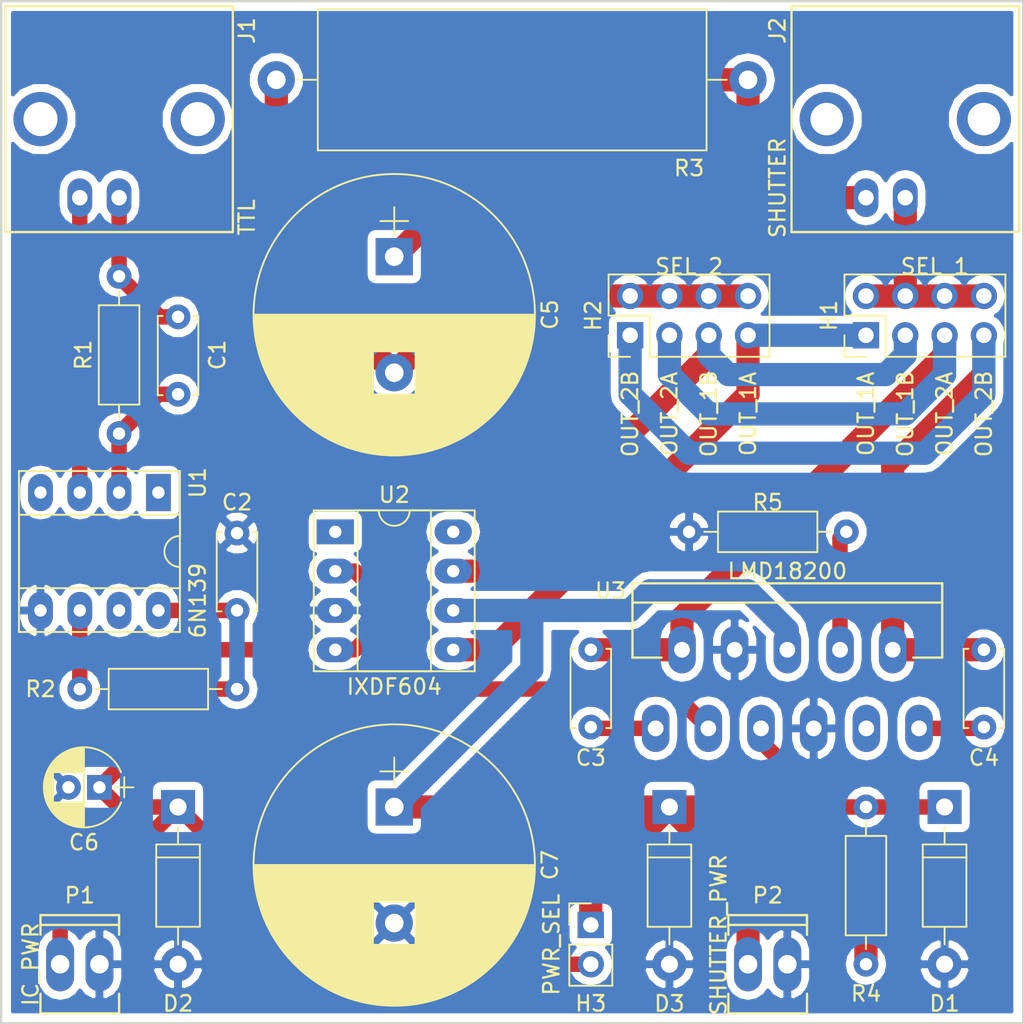
<source format=kicad_pcb>
(kicad_pcb (version 4) (host pcbnew 4.0.5)

  (general
    (links 59)
    (no_connects 0)
    (area 88.824999 45.644999 155.015001 111.835001)
    (thickness 1.6)
    (drawings 4)
    (tracks 102)
    (zones 0)
    (modules 25)
    (nets 23)
  )

  (page A)
  (title_block
    (title "Shutter Driver")
    (date 2017-02-02)
    (rev 1.0)
    (company "Rice University")
  )

  (layers
    (0 F.Cu signal)
    (31 B.Cu signal)
    (32 B.Adhes user)
    (33 F.Adhes user)
    (34 B.Paste user)
    (35 F.Paste user)
    (36 B.SilkS user)
    (37 F.SilkS user)
    (38 B.Mask user)
    (39 F.Mask user)
    (40 Dwgs.User user)
    (41 Cmts.User user)
    (42 Eco1.User user)
    (43 Eco2.User user)
    (44 Edge.Cuts user)
    (45 Margin user)
    (46 B.CrtYd user)
    (47 F.CrtYd user hide)
    (48 B.Fab user)
    (49 F.Fab user)
  )

  (setup
    (last_trace_width 1)
    (trace_clearance 0.2)
    (zone_clearance 0.508)
    (zone_45_only no)
    (trace_min 0.2)
    (segment_width 0.2)
    (edge_width 0.15)
    (via_size 0.6)
    (via_drill 0.4)
    (via_min_size 0.4)
    (via_min_drill 0.3)
    (uvia_size 0.3)
    (uvia_drill 0.1)
    (uvias_allowed no)
    (uvia_min_size 0.2)
    (uvia_min_drill 0.1)
    (pcb_text_width 0.3)
    (pcb_text_size 1.5 1.5)
    (mod_edge_width 0.15)
    (mod_text_size 1 1)
    (mod_text_width 0.15)
    (pad_size 3.50012 3.50012)
    (pad_drill 2.19964)
    (pad_to_mask_clearance 0.2)
    (aux_axis_origin 88.9 45.72)
    (grid_origin 88.9 45.72)
    (visible_elements 7FFFFFFF)
    (pcbplotparams
      (layerselection 0x00030_80000001)
      (usegerberextensions false)
      (excludeedgelayer true)
      (linewidth 0.100000)
      (plotframeref false)
      (viasonmask false)
      (mode 1)
      (useauxorigin false)
      (hpglpennumber 1)
      (hpglpenspeed 20)
      (hpglpendiameter 15)
      (hpglpenoverlay 2)
      (psnegative false)
      (psa4output false)
      (plotreference true)
      (plotvalue true)
      (plotinvisibletext false)
      (padsonsilk false)
      (subtractmaskfromsilk false)
      (outputformat 1)
      (mirror false)
      (drillshape 1)
      (scaleselection 1)
      (outputdirectory ""))
  )

  (net 0 "")
  (net 1 "Net-(C1-Pad1)")
  (net 2 GND)
  (net 3 VCC)
  (net 4 LOGIC)
  (net 5 "Net-(J1-Pad2)")
  (net 6 +5V)
  (net 7 OUT_1B)
  (net 8 OUT_2B)
  (net 9 "Net-(D1-Pad1)")
  (net 10 OUT_1A)
  (net 11 OUT_2A)
  (net 12 "Net-(R5-Pad1)")
  (net 13 "Net-(C4-Pad2)")
  (net 14 "Net-(C5-Pad2)")
  (net 15 "Net-(C1-Pad2)")
  (net 16 "Net-(C3-Pad2)")
  (net 17 "Net-(C5-Pad1)")
  (net 18 "Net-(H1-Pad2)")
  (net 19 "Net-(U1-Pad7)")
  (net 20 "Net-(U2-Pad1)")
  (net 21 "Net-(U2-Pad8)")
  (net 22 "Net-(U3-Pad9)")

  (net_class Default "This is the default net class."
    (clearance 0.2)
    (trace_width 1)
    (via_dia 0.6)
    (via_drill 0.4)
    (uvia_dia 0.3)
    (uvia_drill 0.1)
    (add_net +5V)
    (add_net GND)
    (add_net LOGIC)
    (add_net "Net-(C1-Pad1)")
    (add_net "Net-(C1-Pad2)")
    (add_net "Net-(C3-Pad2)")
    (add_net "Net-(C4-Pad2)")
    (add_net "Net-(D1-Pad1)")
    (add_net "Net-(J1-Pad2)")
    (add_net "Net-(R5-Pad1)")
    (add_net "Net-(U1-Pad7)")
    (add_net "Net-(U2-Pad1)")
    (add_net "Net-(U2-Pad8)")
    (add_net "Net-(U3-Pad9)")
  )

  (net_class IC_Power ""
    (clearance 0.2)
    (trace_width 1)
    (via_dia 0.6)
    (via_drill 0.4)
    (uvia_dia 0.3)
    (uvia_drill 0.1)
  )

  (net_class Shutter_Drive ""
    (clearance 0.2)
    (trace_width 1.5)
    (via_dia 0.6)
    (via_drill 0.4)
    (uvia_dia 0.3)
    (uvia_drill 0.1)
    (add_net "Net-(C5-Pad1)")
    (add_net "Net-(C5-Pad2)")
    (add_net "Net-(H1-Pad2)")
    (add_net OUT_1A)
    (add_net OUT_1B)
    (add_net OUT_2A)
    (add_net OUT_2B)
    (add_net VCC)
  )

  (module Pin_Headers:Pin_Header_Straight_2x04_Pitch2.54mm (layer F.Cu) (tedit 58953329) (tstamp 58951577)
    (at 144.78 67.31 90)
    (descr "Through hole straight pin header, 2x04, 2.54mm pitch, double rows")
    (tags "Through hole pin header THT 2x04 2.54mm double row")
    (path /58996427)
    (fp_text reference H1 (at 1.27 -2.39 90) (layer F.SilkS)
      (effects (font (size 1 1) (thickness 0.15)))
    )
    (fp_text value SEL_1 (at 4.445 4.445 180) (layer F.SilkS)
      (effects (font (size 1 1) (thickness 0.15)))
    )
    (fp_text user OUT_2B (at -5.08 7.62 90) (layer F.SilkS)
      (effects (font (size 1 1) (thickness 0.15)))
    )
    (fp_text user OUT_2A (at -5.08 5.08 90) (layer F.SilkS)
      (effects (font (size 1 1) (thickness 0.15)))
    )
    (fp_text user OUT_1B (at -5.08 2.54 90) (layer F.SilkS)
      (effects (font (size 1 1) (thickness 0.15)))
    )
    (fp_text user OUT_1A (at -5.08 0 90) (layer F.SilkS)
      (effects (font (size 1 1) (thickness 0.15)))
    )
    (fp_line (start -1.27 -1.27) (end -1.27 8.89) (layer F.Fab) (width 0.1))
    (fp_line (start -1.27 8.89) (end 3.81 8.89) (layer F.Fab) (width 0.1))
    (fp_line (start 3.81 8.89) (end 3.81 -1.27) (layer F.Fab) (width 0.1))
    (fp_line (start 3.81 -1.27) (end -1.27 -1.27) (layer F.Fab) (width 0.1))
    (fp_line (start -1.39 1.27) (end -1.39 9.01) (layer F.SilkS) (width 0.12))
    (fp_line (start -1.39 9.01) (end 3.93 9.01) (layer F.SilkS) (width 0.12))
    (fp_line (start 3.93 9.01) (end 3.93 -1.39) (layer F.SilkS) (width 0.12))
    (fp_line (start 3.93 -1.39) (end 1.27 -1.39) (layer F.SilkS) (width 0.12))
    (fp_line (start 1.27 -1.39) (end 1.27 1.27) (layer F.SilkS) (width 0.12))
    (fp_line (start 1.27 1.27) (end -1.39 1.27) (layer F.SilkS) (width 0.12))
    (fp_line (start -1.39 0) (end -1.39 -1.39) (layer F.SilkS) (width 0.12))
    (fp_line (start -1.39 -1.39) (end 0 -1.39) (layer F.SilkS) (width 0.12))
    (fp_line (start -1.6 -1.6) (end -1.6 9.2) (layer F.CrtYd) (width 0.05))
    (fp_line (start -1.6 9.2) (end 4.1 9.2) (layer F.CrtYd) (width 0.05))
    (fp_line (start 4.1 9.2) (end 4.1 -1.6) (layer F.CrtYd) (width 0.05))
    (fp_line (start 4.1 -1.6) (end -1.6 -1.6) (layer F.CrtYd) (width 0.05))
    (pad 1 thru_hole rect (at 0 0 90) (size 1.7 1.7) (drill 1) (layers *.Cu *.Mask)
      (net 10 OUT_1A))
    (pad 2 thru_hole oval (at 2.54 0 90) (size 1.7 1.7) (drill 1) (layers *.Cu *.Mask)
      (net 18 "Net-(H1-Pad2)"))
    (pad 3 thru_hole oval (at 0 2.54 90) (size 1.7 1.7) (drill 1) (layers *.Cu *.Mask)
      (net 7 OUT_1B))
    (pad 4 thru_hole oval (at 2.54 2.54 90) (size 1.7 1.7) (drill 1) (layers *.Cu *.Mask)
      (net 18 "Net-(H1-Pad2)"))
    (pad 5 thru_hole oval (at 0 5.08 90) (size 1.7 1.7) (drill 1) (layers *.Cu *.Mask)
      (net 11 OUT_2A))
    (pad 6 thru_hole oval (at 2.54 5.08 90) (size 1.7 1.7) (drill 1) (layers *.Cu *.Mask)
      (net 18 "Net-(H1-Pad2)"))
    (pad 7 thru_hole oval (at 0 7.62 90) (size 1.7 1.7) (drill 1) (layers *.Cu *.Mask)
      (net 8 OUT_2B))
    (pad 8 thru_hole oval (at 2.54 7.62 90) (size 1.7 1.7) (drill 1) (layers *.Cu *.Mask)
      (net 18 "Net-(H1-Pad2)"))
    (model Pin_Headers.3dshapes/Pin_Header_Straight_2x04_Pitch2.54mm.wrl
      (at (xyz 0.05 -0.15 0))
      (scale (xyz 1 1 1))
      (rotate (xyz 0 0 90))
    )
  )

  (module Pin_Headers:Pin_Header_Straight_2x04_Pitch2.54mm (layer F.Cu) (tedit 58953326) (tstamp 58951583)
    (at 129.54 67.31 90)
    (descr "Through hole straight pin header, 2x04, 2.54mm pitch, double rows")
    (tags "Through hole pin header THT 2x04 2.54mm double row")
    (path /58998848)
    (fp_text reference H2 (at 1.27 -2.39 90) (layer F.SilkS)
      (effects (font (size 1 1) (thickness 0.15)))
    )
    (fp_text value SEL_2 (at 4.445 3.81 180) (layer F.SilkS)
      (effects (font (size 1 1) (thickness 0.15)))
    )
    (fp_text user OUT_2B (at -5.08 0 90) (layer F.SilkS)
      (effects (font (size 1 1) (thickness 0.15)))
    )
    (fp_text user OUT_2A (at -5.08 2.54 90) (layer F.SilkS)
      (effects (font (size 1 1) (thickness 0.15)))
    )
    (fp_text user OUT_1B (at -5.08 5.08 90) (layer F.SilkS)
      (effects (font (size 1 1) (thickness 0.15)))
    )
    (fp_text user OUT_1A (at -5.08 7.62 90) (layer F.SilkS)
      (effects (font (size 1 1) (thickness 0.15)))
    )
    (fp_line (start -1.27 -1.27) (end -1.27 8.89) (layer F.Fab) (width 0.1))
    (fp_line (start -1.27 8.89) (end 3.81 8.89) (layer F.Fab) (width 0.1))
    (fp_line (start 3.81 8.89) (end 3.81 -1.27) (layer F.Fab) (width 0.1))
    (fp_line (start 3.81 -1.27) (end -1.27 -1.27) (layer F.Fab) (width 0.1))
    (fp_line (start -1.39 1.27) (end -1.39 9.01) (layer F.SilkS) (width 0.12))
    (fp_line (start -1.39 9.01) (end 3.93 9.01) (layer F.SilkS) (width 0.12))
    (fp_line (start 3.93 9.01) (end 3.93 -1.39) (layer F.SilkS) (width 0.12))
    (fp_line (start 3.93 -1.39) (end 1.27 -1.39) (layer F.SilkS) (width 0.12))
    (fp_line (start 1.27 -1.39) (end 1.27 1.27) (layer F.SilkS) (width 0.12))
    (fp_line (start 1.27 1.27) (end -1.39 1.27) (layer F.SilkS) (width 0.12))
    (fp_line (start -1.39 0) (end -1.39 -1.39) (layer F.SilkS) (width 0.12))
    (fp_line (start -1.39 -1.39) (end 0 -1.39) (layer F.SilkS) (width 0.12))
    (fp_line (start -1.6 -1.6) (end -1.6 9.2) (layer F.CrtYd) (width 0.05))
    (fp_line (start -1.6 9.2) (end 4.1 9.2) (layer F.CrtYd) (width 0.05))
    (fp_line (start 4.1 9.2) (end 4.1 -1.6) (layer F.CrtYd) (width 0.05))
    (fp_line (start 4.1 -1.6) (end -1.6 -1.6) (layer F.CrtYd) (width 0.05))
    (pad 1 thru_hole rect (at 0 0 90) (size 1.7 1.7) (drill 1) (layers *.Cu *.Mask)
      (net 8 OUT_2B))
    (pad 2 thru_hole oval (at 2.54 0 90) (size 1.7 1.7) (drill 1) (layers *.Cu *.Mask)
      (net 14 "Net-(C5-Pad2)"))
    (pad 3 thru_hole oval (at 0 2.54 90) (size 1.7 1.7) (drill 1) (layers *.Cu *.Mask)
      (net 11 OUT_2A))
    (pad 4 thru_hole oval (at 2.54 2.54 90) (size 1.7 1.7) (drill 1) (layers *.Cu *.Mask)
      (net 14 "Net-(C5-Pad2)"))
    (pad 5 thru_hole oval (at 0 5.08 90) (size 1.7 1.7) (drill 1) (layers *.Cu *.Mask)
      (net 7 OUT_1B))
    (pad 6 thru_hole oval (at 2.54 5.08 90) (size 1.7 1.7) (drill 1) (layers *.Cu *.Mask)
      (net 14 "Net-(C5-Pad2)"))
    (pad 7 thru_hole oval (at 0 7.62 90) (size 1.7 1.7) (drill 1) (layers *.Cu *.Mask)
      (net 10 OUT_1A))
    (pad 8 thru_hole oval (at 2.54 7.62 90) (size 1.7 1.7) (drill 1) (layers *.Cu *.Mask)
      (net 14 "Net-(C5-Pad2)"))
    (model Pin_Headers.3dshapes/Pin_Header_Straight_2x04_Pitch2.54mm.wrl
      (at (xyz 0.05 -0.15 0))
      (scale (xyz 1 1 1))
      (rotate (xyz 0 0 90))
    )
  )

  (module TO_SOT_Packages_THT:Multiwatt_15_Vertical (layer F.Cu) (tedit 58953289) (tstamp 589515DE)
    (at 139.7 92.71)
    (descr http://www.icbuy.com/education/package/mode_name/upload/education/package/061106/1737460368586001162805866.pdf)
    (path /5894CFA6)
    (fp_text reference U3 (at -11.43 -8.89) (layer F.SilkS)
      (effects (font (size 1 1) (thickness 0.15)))
    )
    (fp_text value LMD18200 (at 0 -10.16) (layer F.SilkS)
      (effects (font (size 1 1) (thickness 0.15)))
    )
    (fp_line (start 10.16 1.15) (end -10.16 1.15) (layer F.CrtYd) (width 0.05))
    (fp_line (start -10.16 1.15) (end -10.16 -10) (layer F.CrtYd) (width 0.05))
    (fp_line (start -10.16 -10) (end 10.16 -10) (layer F.CrtYd) (width 0.05))
    (fp_line (start 10.16 -10) (end 10.16 1.15) (layer F.CrtYd) (width 0.05))
    (fp_line (start 10.0076 -8.128) (end -10.0076 -8.128) (layer F.SilkS) (width 0.15))
    (fp_line (start -10.0076 -9.3726) (end -10.0076 -4.572) (layer F.SilkS) (width 0.15))
    (fp_line (start -10.0076 -4.572) (end -8.128 -4.572) (layer F.SilkS) (width 0.15))
    (fp_line (start -10.0076 -9.3726) (end 10.0076 -9.3726) (layer F.SilkS) (width 0.15))
    (fp_line (start 10.0076 -9.3726) (end 10.0076 -4.572) (layer F.SilkS) (width 0.15))
    (fp_line (start 10.0076 -4.572) (end 8.128 -4.572) (layer F.SilkS) (width 0.15))
    (pad 1 thru_hole oval (at -8.509 0) (size 1.778 3.048) (drill 1.016) (layers *.Cu *.Mask)
      (net 16 "Net-(C3-Pad2)"))
    (pad 2 thru_hole oval (at -6.8072 -5.08) (size 1.778 3.048) (drill 1.016) (layers *.Cu *.Mask)
      (net 11 OUT_2A))
    (pad 3 thru_hole oval (at -5.1054 0) (size 1.778 3.048) (drill 1.016) (layers *.Cu *.Mask)
      (net 4 LOGIC))
    (pad 4 thru_hole oval (at -3.4036 -5.08) (size 1.778 3.048) (drill 1.016) (layers *.Cu *.Mask)
      (net 2 GND))
    (pad 5 thru_hole oval (at -1.7018 0) (size 1.778 3.048) (drill 1.016) (layers *.Cu *.Mask)
      (net 9 "Net-(D1-Pad1)"))
    (pad 6 thru_hole oval (at 0 -5.08) (size 1.778 3.048) (drill 1.016) (layers *.Cu *.Mask)
      (net 3 VCC))
    (pad 7 thru_hole oval (at 1.7018 0) (size 1.778 3.048) (drill 1.016) (layers *.Cu *.Mask)
      (net 2 GND))
    (pad 8 thru_hole oval (at 3.4036 -5.08) (size 1.778 3.048) (drill 1.016) (layers *.Cu *.Mask)
      (net 12 "Net-(R5-Pad1)"))
    (pad 9 thru_hole oval (at 5.1054 0) (size 1.778 3.048) (drill 1.016) (layers *.Cu *.Mask)
      (net 22 "Net-(U3-Pad9)"))
    (pad 10 thru_hole oval (at 6.8072 -5.08) (size 1.778 3.048) (drill 1.016) (layers *.Cu *.Mask)
      (net 8 OUT_2B))
    (pad 11 thru_hole oval (at 8.509 0) (size 1.778 3.048) (drill 1.016) (layers *.Cu *.Mask)
      (net 13 "Net-(C4-Pad2)"))
    (model TO_SOT_Packages_THT.3dshapes/Multiwatt_15_Vertical.wrl
      (at (xyz 0 0 0))
      (scale (xyz 1 1 1))
      (rotate (xyz 0 0 0))
    )
  )

  (module Sockets_BNC:BNC_Socket_TYCO-AMP_LargePads (layer F.Cu) (tedit 58953265) (tstamp 5893CBDD)
    (at 96.52 53.34)
    (descr "BNC Socket TYCO AMP")
    (tags "BNC Socket TYCO AMP")
    (path /5893ADA5)
    (fp_text reference J1 (at 8.255 -5.715 90) (layer F.SilkS)
      (effects (font (size 1 1) (thickness 0.15)))
    )
    (fp_text value TTL (at 8.255 6.35 90) (layer F.SilkS)
      (effects (font (size 1 1) (thickness 0.15)))
    )
    (fp_line (start -7.35 7.3) (end 7.35 7.3) (layer F.SilkS) (width 0.15))
    (fp_line (start 7.35 7.3) (end 7.35 -7.3) (layer F.SilkS) (width 0.15))
    (fp_line (start 7.35 -7.3) (end -7.35 -7.3) (layer F.SilkS) (width 0.15))
    (fp_line (start -7.35 -7.3) (end -7.35 7.3) (layer F.SilkS) (width 0.15))
    (pad 3 thru_hole circle (at -5.08 0) (size 3.50012 3.50012) (drill 2.19964) (layers *.Cu *.Mask))
    (pad 3 thru_hole circle (at 5.08 0) (size 3.50012 3.50012) (drill 2.19964) (layers *.Cu *.Mask))
    (pad 1 thru_hole oval (at 0 5.08) (size 1.6002 2.49936) (drill 1) (layers *.Cu *.Mask)
      (net 15 "Net-(C1-Pad2)"))
    (pad 2 thru_hole oval (at -2.54 5.08) (size 1.6002 2.49936) (drill 1) (layers *.Cu *.Mask)
      (net 5 "Net-(J1-Pad2)"))
    (model Sockets_BNC.3dshapes/BNC_Socket_TYCO-AMP_LargePads.wrl
      (at (xyz 0 0 0))
      (scale (xyz 0.3937 0.3937 0.3937))
      (rotate (xyz 0 0 0))
    )
  )

  (module Sockets_BNC:BNC_Socket_TYCO-AMP_LargePads (layer F.Cu) (tedit 5895325F) (tstamp 5893CBE5)
    (at 147.32 53.34)
    (descr "BNC Socket TYCO AMP")
    (tags "BNC Socket TYCO AMP")
    (path /5893C65A)
    (fp_text reference J2 (at -8.255 -5.715 90) (layer F.SilkS)
      (effects (font (size 1 1) (thickness 0.15)))
    )
    (fp_text value SHUTTER (at -8.255 4.445 90) (layer F.SilkS)
      (effects (font (size 1 1) (thickness 0.15)))
    )
    (fp_line (start -7.35 7.3) (end 7.35 7.3) (layer F.SilkS) (width 0.15))
    (fp_line (start 7.35 7.3) (end 7.35 -7.3) (layer F.SilkS) (width 0.15))
    (fp_line (start 7.35 -7.3) (end -7.35 -7.3) (layer F.SilkS) (width 0.15))
    (fp_line (start -7.35 -7.3) (end -7.35 7.3) (layer F.SilkS) (width 0.15))
    (pad 3 thru_hole circle (at -5.08 0) (size 3.50012 3.50012) (drill 2.1) (layers *.Cu *.Mask))
    (pad 3 thru_hole circle (at 5.08 0) (size 3.50012 3.50012) (drill 2.1) (layers *.Cu *.Mask))
    (pad 1 thru_hole oval (at 0 5.08) (size 1.6002 2.49936) (drill 1) (layers *.Cu *.Mask)
      (net 18 "Net-(H1-Pad2)"))
    (pad 2 thru_hole oval (at -2.54 5.08) (size 1.6002 2.49936) (drill 1) (layers *.Cu *.Mask)
      (net 17 "Net-(C5-Pad1)"))
    (model Sockets_BNC.3dshapes/BNC_Socket_TYCO-AMP_LargePads.wrl
      (at (xyz 0 0 0))
      (scale (xyz 0.3937 0.3937 0.3937))
      (rotate (xyz 0 0 0))
    )
  )

  (module Capacitors_ThroughHole:C_Disc_D5.0mm_W2.5mm_P5.00mm (layer F.Cu) (tedit 58953210) (tstamp 58951535)
    (at 100.33 71.12 90)
    (descr "C, Disc series, Radial, pin pitch=5.00mm, , diameter*width=5*2.5mm^2, Capacitor, http://cdn-reichelt.de/documents/datenblatt/B300/DS_KERKO_TC.pdf")
    (tags "C Disc series Radial pin pitch 5.00mm  diameter 5mm width 2.5mm Capacitor")
    (path /5893AE98)
    (fp_text reference C1 (at 2.54 2.54 90) (layer F.SilkS)
      (effects (font (size 1 1) (thickness 0.15)))
    )
    (fp_text value CP (at 2.54 0 90) (layer F.SilkS) hide
      (effects (font (size 1 1) (thickness 0.15)))
    )
    (fp_line (start 0 -1.25) (end 0 1.25) (layer F.Fab) (width 0.1))
    (fp_line (start 0 1.25) (end 5 1.25) (layer F.Fab) (width 0.1))
    (fp_line (start 5 1.25) (end 5 -1.25) (layer F.Fab) (width 0.1))
    (fp_line (start 5 -1.25) (end 0 -1.25) (layer F.Fab) (width 0.1))
    (fp_line (start -0.06 -1.31) (end 5.06 -1.31) (layer F.SilkS) (width 0.12))
    (fp_line (start -0.06 1.31) (end 5.06 1.31) (layer F.SilkS) (width 0.12))
    (fp_line (start -0.06 -1.31) (end -0.06 -0.996) (layer F.SilkS) (width 0.12))
    (fp_line (start -0.06 0.996) (end -0.06 1.31) (layer F.SilkS) (width 0.12))
    (fp_line (start 5.06 -1.31) (end 5.06 -0.996) (layer F.SilkS) (width 0.12))
    (fp_line (start 5.06 0.996) (end 5.06 1.31) (layer F.SilkS) (width 0.12))
    (fp_line (start -1.05 -1.6) (end -1.05 1.6) (layer F.CrtYd) (width 0.05))
    (fp_line (start -1.05 1.6) (end 6.05 1.6) (layer F.CrtYd) (width 0.05))
    (fp_line (start 6.05 1.6) (end 6.05 -1.6) (layer F.CrtYd) (width 0.05))
    (fp_line (start 6.05 -1.6) (end -1.05 -1.6) (layer F.CrtYd) (width 0.05))
    (pad 1 thru_hole circle (at 0 0 90) (size 1.6 1.6) (drill 0.8) (layers *.Cu *.Mask)
      (net 1 "Net-(C1-Pad1)"))
    (pad 2 thru_hole circle (at 5 0 90) (size 1.6 1.6) (drill 0.8) (layers *.Cu *.Mask)
      (net 15 "Net-(C1-Pad2)"))
    (model Capacitors_ThroughHole.3dshapes/C_Disc_D5.0mm_W2.5mm_P5.00mm.wrl
      (at (xyz 0 0 0))
      (scale (xyz 0.393701 0.393701 0.393701))
      (rotate (xyz 0 0 0))
    )
  )

  (module Capacitors_ThroughHole:C_Disc_D5.0mm_W2.5mm_P5.00mm (layer F.Cu) (tedit 589531E6) (tstamp 5895153B)
    (at 104.14 85.09 90)
    (descr "C, Disc series, Radial, pin pitch=5.00mm, , diameter*width=5*2.5mm^2, Capacitor, http://cdn-reichelt.de/documents/datenblatt/B300/DS_KERKO_TC.pdf")
    (tags "C Disc series Radial pin pitch 5.00mm  diameter 5mm width 2.5mm Capacitor")
    (path /5893B8B0)
    (fp_text reference C2 (at 6.985 0 180) (layer F.SilkS)
      (effects (font (size 1 1) (thickness 0.15)))
    )
    (fp_text value 0.1uF (at 2.54 0 180) (layer F.SilkS) hide
      (effects (font (size 1 1) (thickness 0.15)))
    )
    (fp_line (start 0 -1.25) (end 0 1.25) (layer F.Fab) (width 0.1))
    (fp_line (start 0 1.25) (end 5 1.25) (layer F.Fab) (width 0.1))
    (fp_line (start 5 1.25) (end 5 -1.25) (layer F.Fab) (width 0.1))
    (fp_line (start 5 -1.25) (end 0 -1.25) (layer F.Fab) (width 0.1))
    (fp_line (start -0.06 -1.31) (end 5.06 -1.31) (layer F.SilkS) (width 0.12))
    (fp_line (start -0.06 1.31) (end 5.06 1.31) (layer F.SilkS) (width 0.12))
    (fp_line (start -0.06 -1.31) (end -0.06 -0.996) (layer F.SilkS) (width 0.12))
    (fp_line (start -0.06 0.996) (end -0.06 1.31) (layer F.SilkS) (width 0.12))
    (fp_line (start 5.06 -1.31) (end 5.06 -0.996) (layer F.SilkS) (width 0.12))
    (fp_line (start 5.06 0.996) (end 5.06 1.31) (layer F.SilkS) (width 0.12))
    (fp_line (start -1.05 -1.6) (end -1.05 1.6) (layer F.CrtYd) (width 0.05))
    (fp_line (start -1.05 1.6) (end 6.05 1.6) (layer F.CrtYd) (width 0.05))
    (fp_line (start 6.05 1.6) (end 6.05 -1.6) (layer F.CrtYd) (width 0.05))
    (fp_line (start 6.05 -1.6) (end -1.05 -1.6) (layer F.CrtYd) (width 0.05))
    (pad 1 thru_hole circle (at 0 0 90) (size 1.6 1.6) (drill 0.8) (layers *.Cu *.Mask)
      (net 6 +5V))
    (pad 2 thru_hole circle (at 5 0 90) (size 1.6 1.6) (drill 0.8) (layers *.Cu *.Mask)
      (net 2 GND))
    (model Capacitors_ThroughHole.3dshapes/C_Disc_D5.0mm_W2.5mm_P5.00mm.wrl
      (at (xyz 0 0 0))
      (scale (xyz 0.393701 0.393701 0.393701))
      (rotate (xyz 0 0 0))
    )
  )

  (module Capacitors_ThroughHole:C_Disc_D5.0mm_W2.5mm_P5.00mm (layer F.Cu) (tedit 589531A5) (tstamp 58951541)
    (at 127 87.63 270)
    (descr "C, Disc series, Radial, pin pitch=5.00mm, , diameter*width=5*2.5mm^2, Capacitor, http://cdn-reichelt.de/documents/datenblatt/B300/DS_KERKO_TC.pdf")
    (tags "C Disc series Radial pin pitch 5.00mm  diameter 5mm width 2.5mm Capacitor")
    (path /5895B2F6)
    (fp_text reference C3 (at 6.985 0 360) (layer F.SilkS)
      (effects (font (size 1 1) (thickness 0.15)))
    )
    (fp_text value 10nF (at 2.54 0 360) (layer F.SilkS) hide
      (effects (font (size 1 1) (thickness 0.15)))
    )
    (fp_line (start 0 -1.25) (end 0 1.25) (layer F.Fab) (width 0.1))
    (fp_line (start 0 1.25) (end 5 1.25) (layer F.Fab) (width 0.1))
    (fp_line (start 5 1.25) (end 5 -1.25) (layer F.Fab) (width 0.1))
    (fp_line (start 5 -1.25) (end 0 -1.25) (layer F.Fab) (width 0.1))
    (fp_line (start -0.06 -1.31) (end 5.06 -1.31) (layer F.SilkS) (width 0.12))
    (fp_line (start -0.06 1.31) (end 5.06 1.31) (layer F.SilkS) (width 0.12))
    (fp_line (start -0.06 -1.31) (end -0.06 -0.996) (layer F.SilkS) (width 0.12))
    (fp_line (start -0.06 0.996) (end -0.06 1.31) (layer F.SilkS) (width 0.12))
    (fp_line (start 5.06 -1.31) (end 5.06 -0.996) (layer F.SilkS) (width 0.12))
    (fp_line (start 5.06 0.996) (end 5.06 1.31) (layer F.SilkS) (width 0.12))
    (fp_line (start -1.05 -1.6) (end -1.05 1.6) (layer F.CrtYd) (width 0.05))
    (fp_line (start -1.05 1.6) (end 6.05 1.6) (layer F.CrtYd) (width 0.05))
    (fp_line (start 6.05 1.6) (end 6.05 -1.6) (layer F.CrtYd) (width 0.05))
    (fp_line (start 6.05 -1.6) (end -1.05 -1.6) (layer F.CrtYd) (width 0.05))
    (pad 1 thru_hole circle (at 0 0 270) (size 1.6 1.6) (drill 0.8) (layers *.Cu *.Mask)
      (net 11 OUT_2A))
    (pad 2 thru_hole circle (at 5 0 270) (size 1.6 1.6) (drill 0.8) (layers *.Cu *.Mask)
      (net 16 "Net-(C3-Pad2)"))
    (model Capacitors_ThroughHole.3dshapes/C_Disc_D5.0mm_W2.5mm_P5.00mm.wrl
      (at (xyz 0 0 0))
      (scale (xyz 0.393701 0.393701 0.393701))
      (rotate (xyz 0 0 0))
    )
  )

  (module Capacitors_ThroughHole:C_Disc_D5.0mm_W2.5mm_P5.00mm (layer F.Cu) (tedit 5895319A) (tstamp 58951547)
    (at 152.4 87.63 270)
    (descr "C, Disc series, Radial, pin pitch=5.00mm, , diameter*width=5*2.5mm^2, Capacitor, http://cdn-reichelt.de/documents/datenblatt/B300/DS_KERKO_TC.pdf")
    (tags "C Disc series Radial pin pitch 5.00mm  diameter 5mm width 2.5mm Capacitor")
    (path /5895C50C)
    (fp_text reference C4 (at 6.985 0 360) (layer F.SilkS)
      (effects (font (size 1 1) (thickness 0.15)))
    )
    (fp_text value 10nF (at 2.54 0 360) (layer F.SilkS) hide
      (effects (font (size 1 1) (thickness 0.15)))
    )
    (fp_line (start 0 -1.25) (end 0 1.25) (layer F.Fab) (width 0.1))
    (fp_line (start 0 1.25) (end 5 1.25) (layer F.Fab) (width 0.1))
    (fp_line (start 5 1.25) (end 5 -1.25) (layer F.Fab) (width 0.1))
    (fp_line (start 5 -1.25) (end 0 -1.25) (layer F.Fab) (width 0.1))
    (fp_line (start -0.06 -1.31) (end 5.06 -1.31) (layer F.SilkS) (width 0.12))
    (fp_line (start -0.06 1.31) (end 5.06 1.31) (layer F.SilkS) (width 0.12))
    (fp_line (start -0.06 -1.31) (end -0.06 -0.996) (layer F.SilkS) (width 0.12))
    (fp_line (start -0.06 0.996) (end -0.06 1.31) (layer F.SilkS) (width 0.12))
    (fp_line (start 5.06 -1.31) (end 5.06 -0.996) (layer F.SilkS) (width 0.12))
    (fp_line (start 5.06 0.996) (end 5.06 1.31) (layer F.SilkS) (width 0.12))
    (fp_line (start -1.05 -1.6) (end -1.05 1.6) (layer F.CrtYd) (width 0.05))
    (fp_line (start -1.05 1.6) (end 6.05 1.6) (layer F.CrtYd) (width 0.05))
    (fp_line (start 6.05 1.6) (end 6.05 -1.6) (layer F.CrtYd) (width 0.05))
    (fp_line (start 6.05 -1.6) (end -1.05 -1.6) (layer F.CrtYd) (width 0.05))
    (pad 1 thru_hole circle (at 0 0 270) (size 1.6 1.6) (drill 0.8) (layers *.Cu *.Mask)
      (net 8 OUT_2B))
    (pad 2 thru_hole circle (at 5 0 270) (size 1.6 1.6) (drill 0.8) (layers *.Cu *.Mask)
      (net 13 "Net-(C4-Pad2)"))
    (model Capacitors_ThroughHole.3dshapes/C_Disc_D5.0mm_W2.5mm_P5.00mm.wrl
      (at (xyz 0 0 0))
      (scale (xyz 0.393701 0.393701 0.393701))
      (rotate (xyz 0 0 0))
    )
  )

  (module Capacitors_ThroughHole:CP_Radial_D18.0mm_P7.50mm (layer F.Cu) (tedit 58953240) (tstamp 5895154D)
    (at 114.3 62.23 270)
    (descr "CP, Radial series, Radial, pin pitch=7.50mm, , diameter=18mm, Electrolytic Capacitor")
    (tags "CP Radial series Radial pin pitch 7.50mm  diameter 18mm Electrolytic Capacitor")
    (path /5893CA0F)
    (fp_text reference C5 (at 3.75 -10.06 270) (layer F.SilkS)
      (effects (font (size 1 1) (thickness 0.15)))
    )
    (fp_text value C (at 3.81 0 360) (layer F.SilkS) hide
      (effects (font (size 1 1) (thickness 0.15)))
    )
    (fp_circle (center 3.75 0) (end 12.75 0) (layer F.Fab) (width 0.1))
    (fp_circle (center 3.75 0) (end 12.84 0) (layer F.SilkS) (width 0.12))
    (fp_line (start -3.2 0) (end -1.4 0) (layer F.Fab) (width 0.1))
    (fp_line (start -2.3 -0.9) (end -2.3 0.9) (layer F.Fab) (width 0.1))
    (fp_line (start 3.75 -9.05) (end 3.75 9.05) (layer F.SilkS) (width 0.12))
    (fp_line (start 3.79 -9.05) (end 3.79 9.05) (layer F.SilkS) (width 0.12))
    (fp_line (start 3.83 -9.05) (end 3.83 9.05) (layer F.SilkS) (width 0.12))
    (fp_line (start 3.87 -9.05) (end 3.87 9.05) (layer F.SilkS) (width 0.12))
    (fp_line (start 3.91 -9.049) (end 3.91 9.049) (layer F.SilkS) (width 0.12))
    (fp_line (start 3.95 -9.048) (end 3.95 9.048) (layer F.SilkS) (width 0.12))
    (fp_line (start 3.99 -9.047) (end 3.99 9.047) (layer F.SilkS) (width 0.12))
    (fp_line (start 4.03 -9.046) (end 4.03 9.046) (layer F.SilkS) (width 0.12))
    (fp_line (start 4.07 -9.045) (end 4.07 9.045) (layer F.SilkS) (width 0.12))
    (fp_line (start 4.11 -9.043) (end 4.11 9.043) (layer F.SilkS) (width 0.12))
    (fp_line (start 4.15 -9.042) (end 4.15 9.042) (layer F.SilkS) (width 0.12))
    (fp_line (start 4.19 -9.04) (end 4.19 9.04) (layer F.SilkS) (width 0.12))
    (fp_line (start 4.23 -9.038) (end 4.23 9.038) (layer F.SilkS) (width 0.12))
    (fp_line (start 4.27 -9.036) (end 4.27 9.036) (layer F.SilkS) (width 0.12))
    (fp_line (start 4.31 -9.033) (end 4.31 9.033) (layer F.SilkS) (width 0.12))
    (fp_line (start 4.35 -9.031) (end 4.35 9.031) (layer F.SilkS) (width 0.12))
    (fp_line (start 4.39 -9.028) (end 4.39 9.028) (layer F.SilkS) (width 0.12))
    (fp_line (start 4.43 -9.025) (end 4.43 9.025) (layer F.SilkS) (width 0.12))
    (fp_line (start 4.471 -9.022) (end 4.471 9.022) (layer F.SilkS) (width 0.12))
    (fp_line (start 4.511 -9.019) (end 4.511 9.019) (layer F.SilkS) (width 0.12))
    (fp_line (start 4.551 -9.015) (end 4.551 9.015) (layer F.SilkS) (width 0.12))
    (fp_line (start 4.591 -9.012) (end 4.591 9.012) (layer F.SilkS) (width 0.12))
    (fp_line (start 4.631 -9.008) (end 4.631 9.008) (layer F.SilkS) (width 0.12))
    (fp_line (start 4.671 -9.004) (end 4.671 9.004) (layer F.SilkS) (width 0.12))
    (fp_line (start 4.711 -9) (end 4.711 9) (layer F.SilkS) (width 0.12))
    (fp_line (start 4.751 -8.995) (end 4.751 8.995) (layer F.SilkS) (width 0.12))
    (fp_line (start 4.791 -8.991) (end 4.791 8.991) (layer F.SilkS) (width 0.12))
    (fp_line (start 4.831 -8.986) (end 4.831 8.986) (layer F.SilkS) (width 0.12))
    (fp_line (start 4.871 -8.981) (end 4.871 8.981) (layer F.SilkS) (width 0.12))
    (fp_line (start 4.911 -8.976) (end 4.911 8.976) (layer F.SilkS) (width 0.12))
    (fp_line (start 4.951 -8.971) (end 4.951 8.971) (layer F.SilkS) (width 0.12))
    (fp_line (start 4.991 -8.966) (end 4.991 8.966) (layer F.SilkS) (width 0.12))
    (fp_line (start 5.031 -8.96) (end 5.031 8.96) (layer F.SilkS) (width 0.12))
    (fp_line (start 5.071 -8.954) (end 5.071 8.954) (layer F.SilkS) (width 0.12))
    (fp_line (start 5.111 -8.948) (end 5.111 8.948) (layer F.SilkS) (width 0.12))
    (fp_line (start 5.151 -8.942) (end 5.151 8.942) (layer F.SilkS) (width 0.12))
    (fp_line (start 5.191 -8.936) (end 5.191 8.936) (layer F.SilkS) (width 0.12))
    (fp_line (start 5.231 -8.929) (end 5.231 8.929) (layer F.SilkS) (width 0.12))
    (fp_line (start 5.271 -8.923) (end 5.271 8.923) (layer F.SilkS) (width 0.12))
    (fp_line (start 5.311 -8.916) (end 5.311 8.916) (layer F.SilkS) (width 0.12))
    (fp_line (start 5.351 -8.909) (end 5.351 8.909) (layer F.SilkS) (width 0.12))
    (fp_line (start 5.391 -8.901) (end 5.391 8.901) (layer F.SilkS) (width 0.12))
    (fp_line (start 5.431 -8.894) (end 5.431 8.894) (layer F.SilkS) (width 0.12))
    (fp_line (start 5.471 -8.886) (end 5.471 8.886) (layer F.SilkS) (width 0.12))
    (fp_line (start 5.511 -8.878) (end 5.511 8.878) (layer F.SilkS) (width 0.12))
    (fp_line (start 5.551 -8.87) (end 5.551 8.87) (layer F.SilkS) (width 0.12))
    (fp_line (start 5.591 -8.862) (end 5.591 8.862) (layer F.SilkS) (width 0.12))
    (fp_line (start 5.631 -8.854) (end 5.631 8.854) (layer F.SilkS) (width 0.12))
    (fp_line (start 5.671 -8.845) (end 5.671 8.845) (layer F.SilkS) (width 0.12))
    (fp_line (start 5.711 -8.837) (end 5.711 8.837) (layer F.SilkS) (width 0.12))
    (fp_line (start 5.751 -8.828) (end 5.751 8.828) (layer F.SilkS) (width 0.12))
    (fp_line (start 5.791 -8.819) (end 5.791 8.819) (layer F.SilkS) (width 0.12))
    (fp_line (start 5.831 -8.809) (end 5.831 8.809) (layer F.SilkS) (width 0.12))
    (fp_line (start 5.871 -8.8) (end 5.871 8.8) (layer F.SilkS) (width 0.12))
    (fp_line (start 5.911 -8.79) (end 5.911 8.79) (layer F.SilkS) (width 0.12))
    (fp_line (start 5.951 -8.78) (end 5.951 8.78) (layer F.SilkS) (width 0.12))
    (fp_line (start 5.991 -8.77) (end 5.991 8.77) (layer F.SilkS) (width 0.12))
    (fp_line (start 6.031 -8.76) (end 6.031 8.76) (layer F.SilkS) (width 0.12))
    (fp_line (start 6.071 -8.749) (end 6.071 8.749) (layer F.SilkS) (width 0.12))
    (fp_line (start 6.111 -8.739) (end 6.111 8.739) (layer F.SilkS) (width 0.12))
    (fp_line (start 6.151 -8.728) (end 6.151 -1.38) (layer F.SilkS) (width 0.12))
    (fp_line (start 6.151 1.38) (end 6.151 8.728) (layer F.SilkS) (width 0.12))
    (fp_line (start 6.191 -8.717) (end 6.191 -1.38) (layer F.SilkS) (width 0.12))
    (fp_line (start 6.191 1.38) (end 6.191 8.717) (layer F.SilkS) (width 0.12))
    (fp_line (start 6.231 -8.706) (end 6.231 -1.38) (layer F.SilkS) (width 0.12))
    (fp_line (start 6.231 1.38) (end 6.231 8.706) (layer F.SilkS) (width 0.12))
    (fp_line (start 6.271 -8.694) (end 6.271 -1.38) (layer F.SilkS) (width 0.12))
    (fp_line (start 6.271 1.38) (end 6.271 8.694) (layer F.SilkS) (width 0.12))
    (fp_line (start 6.311 -8.683) (end 6.311 -1.38) (layer F.SilkS) (width 0.12))
    (fp_line (start 6.311 1.38) (end 6.311 8.683) (layer F.SilkS) (width 0.12))
    (fp_line (start 6.351 -8.671) (end 6.351 -1.38) (layer F.SilkS) (width 0.12))
    (fp_line (start 6.351 1.38) (end 6.351 8.671) (layer F.SilkS) (width 0.12))
    (fp_line (start 6.391 -8.659) (end 6.391 -1.38) (layer F.SilkS) (width 0.12))
    (fp_line (start 6.391 1.38) (end 6.391 8.659) (layer F.SilkS) (width 0.12))
    (fp_line (start 6.431 -8.646) (end 6.431 -1.38) (layer F.SilkS) (width 0.12))
    (fp_line (start 6.431 1.38) (end 6.431 8.646) (layer F.SilkS) (width 0.12))
    (fp_line (start 6.471 -8.634) (end 6.471 -1.38) (layer F.SilkS) (width 0.12))
    (fp_line (start 6.471 1.38) (end 6.471 8.634) (layer F.SilkS) (width 0.12))
    (fp_line (start 6.511 -8.621) (end 6.511 -1.38) (layer F.SilkS) (width 0.12))
    (fp_line (start 6.511 1.38) (end 6.511 8.621) (layer F.SilkS) (width 0.12))
    (fp_line (start 6.551 -8.609) (end 6.551 -1.38) (layer F.SilkS) (width 0.12))
    (fp_line (start 6.551 1.38) (end 6.551 8.609) (layer F.SilkS) (width 0.12))
    (fp_line (start 6.591 -8.595) (end 6.591 -1.38) (layer F.SilkS) (width 0.12))
    (fp_line (start 6.591 1.38) (end 6.591 8.595) (layer F.SilkS) (width 0.12))
    (fp_line (start 6.631 -8.582) (end 6.631 -1.38) (layer F.SilkS) (width 0.12))
    (fp_line (start 6.631 1.38) (end 6.631 8.582) (layer F.SilkS) (width 0.12))
    (fp_line (start 6.671 -8.569) (end 6.671 -1.38) (layer F.SilkS) (width 0.12))
    (fp_line (start 6.671 1.38) (end 6.671 8.569) (layer F.SilkS) (width 0.12))
    (fp_line (start 6.711 -8.555) (end 6.711 -1.38) (layer F.SilkS) (width 0.12))
    (fp_line (start 6.711 1.38) (end 6.711 8.555) (layer F.SilkS) (width 0.12))
    (fp_line (start 6.751 -8.541) (end 6.751 -1.38) (layer F.SilkS) (width 0.12))
    (fp_line (start 6.751 1.38) (end 6.751 8.541) (layer F.SilkS) (width 0.12))
    (fp_line (start 6.791 -8.527) (end 6.791 -1.38) (layer F.SilkS) (width 0.12))
    (fp_line (start 6.791 1.38) (end 6.791 8.527) (layer F.SilkS) (width 0.12))
    (fp_line (start 6.831 -8.513) (end 6.831 -1.38) (layer F.SilkS) (width 0.12))
    (fp_line (start 6.831 1.38) (end 6.831 8.513) (layer F.SilkS) (width 0.12))
    (fp_line (start 6.871 -8.498) (end 6.871 -1.38) (layer F.SilkS) (width 0.12))
    (fp_line (start 6.871 1.38) (end 6.871 8.498) (layer F.SilkS) (width 0.12))
    (fp_line (start 6.911 -8.484) (end 6.911 -1.38) (layer F.SilkS) (width 0.12))
    (fp_line (start 6.911 1.38) (end 6.911 8.484) (layer F.SilkS) (width 0.12))
    (fp_line (start 6.951 -8.469) (end 6.951 -1.38) (layer F.SilkS) (width 0.12))
    (fp_line (start 6.951 1.38) (end 6.951 8.469) (layer F.SilkS) (width 0.12))
    (fp_line (start 6.991 -8.453) (end 6.991 -1.38) (layer F.SilkS) (width 0.12))
    (fp_line (start 6.991 1.38) (end 6.991 8.453) (layer F.SilkS) (width 0.12))
    (fp_line (start 7.031 -8.438) (end 7.031 -1.38) (layer F.SilkS) (width 0.12))
    (fp_line (start 7.031 1.38) (end 7.031 8.438) (layer F.SilkS) (width 0.12))
    (fp_line (start 7.071 -8.423) (end 7.071 -1.38) (layer F.SilkS) (width 0.12))
    (fp_line (start 7.071 1.38) (end 7.071 8.423) (layer F.SilkS) (width 0.12))
    (fp_line (start 7.111 -8.407) (end 7.111 -1.38) (layer F.SilkS) (width 0.12))
    (fp_line (start 7.111 1.38) (end 7.111 8.407) (layer F.SilkS) (width 0.12))
    (fp_line (start 7.151 -8.391) (end 7.151 -1.38) (layer F.SilkS) (width 0.12))
    (fp_line (start 7.151 1.38) (end 7.151 8.391) (layer F.SilkS) (width 0.12))
    (fp_line (start 7.191 -8.374) (end 7.191 -1.38) (layer F.SilkS) (width 0.12))
    (fp_line (start 7.191 1.38) (end 7.191 8.374) (layer F.SilkS) (width 0.12))
    (fp_line (start 7.231 -8.358) (end 7.231 -1.38) (layer F.SilkS) (width 0.12))
    (fp_line (start 7.231 1.38) (end 7.231 8.358) (layer F.SilkS) (width 0.12))
    (fp_line (start 7.271 -8.341) (end 7.271 -1.38) (layer F.SilkS) (width 0.12))
    (fp_line (start 7.271 1.38) (end 7.271 8.341) (layer F.SilkS) (width 0.12))
    (fp_line (start 7.311 -8.324) (end 7.311 -1.38) (layer F.SilkS) (width 0.12))
    (fp_line (start 7.311 1.38) (end 7.311 8.324) (layer F.SilkS) (width 0.12))
    (fp_line (start 7.351 -8.307) (end 7.351 -1.38) (layer F.SilkS) (width 0.12))
    (fp_line (start 7.351 1.38) (end 7.351 8.307) (layer F.SilkS) (width 0.12))
    (fp_line (start 7.391 -8.29) (end 7.391 -1.38) (layer F.SilkS) (width 0.12))
    (fp_line (start 7.391 1.38) (end 7.391 8.29) (layer F.SilkS) (width 0.12))
    (fp_line (start 7.431 -8.272) (end 7.431 -1.38) (layer F.SilkS) (width 0.12))
    (fp_line (start 7.431 1.38) (end 7.431 8.272) (layer F.SilkS) (width 0.12))
    (fp_line (start 7.471 -8.254) (end 7.471 -1.38) (layer F.SilkS) (width 0.12))
    (fp_line (start 7.471 1.38) (end 7.471 8.254) (layer F.SilkS) (width 0.12))
    (fp_line (start 7.511 -8.236) (end 7.511 -1.38) (layer F.SilkS) (width 0.12))
    (fp_line (start 7.511 1.38) (end 7.511 8.236) (layer F.SilkS) (width 0.12))
    (fp_line (start 7.551 -8.218) (end 7.551 -1.38) (layer F.SilkS) (width 0.12))
    (fp_line (start 7.551 1.38) (end 7.551 8.218) (layer F.SilkS) (width 0.12))
    (fp_line (start 7.591 -8.2) (end 7.591 -1.38) (layer F.SilkS) (width 0.12))
    (fp_line (start 7.591 1.38) (end 7.591 8.2) (layer F.SilkS) (width 0.12))
    (fp_line (start 7.631 -8.181) (end 7.631 -1.38) (layer F.SilkS) (width 0.12))
    (fp_line (start 7.631 1.38) (end 7.631 8.181) (layer F.SilkS) (width 0.12))
    (fp_line (start 7.671 -8.162) (end 7.671 -1.38) (layer F.SilkS) (width 0.12))
    (fp_line (start 7.671 1.38) (end 7.671 8.162) (layer F.SilkS) (width 0.12))
    (fp_line (start 7.711 -8.143) (end 7.711 -1.38) (layer F.SilkS) (width 0.12))
    (fp_line (start 7.711 1.38) (end 7.711 8.143) (layer F.SilkS) (width 0.12))
    (fp_line (start 7.751 -8.123) (end 7.751 -1.38) (layer F.SilkS) (width 0.12))
    (fp_line (start 7.751 1.38) (end 7.751 8.123) (layer F.SilkS) (width 0.12))
    (fp_line (start 7.791 -8.103) (end 7.791 -1.38) (layer F.SilkS) (width 0.12))
    (fp_line (start 7.791 1.38) (end 7.791 8.103) (layer F.SilkS) (width 0.12))
    (fp_line (start 7.831 -8.083) (end 7.831 -1.38) (layer F.SilkS) (width 0.12))
    (fp_line (start 7.831 1.38) (end 7.831 8.083) (layer F.SilkS) (width 0.12))
    (fp_line (start 7.871 -8.063) (end 7.871 -1.38) (layer F.SilkS) (width 0.12))
    (fp_line (start 7.871 1.38) (end 7.871 8.063) (layer F.SilkS) (width 0.12))
    (fp_line (start 7.911 -8.043) (end 7.911 -1.38) (layer F.SilkS) (width 0.12))
    (fp_line (start 7.911 1.38) (end 7.911 8.043) (layer F.SilkS) (width 0.12))
    (fp_line (start 7.951 -8.022) (end 7.951 -1.38) (layer F.SilkS) (width 0.12))
    (fp_line (start 7.951 1.38) (end 7.951 8.022) (layer F.SilkS) (width 0.12))
    (fp_line (start 7.991 -8.001) (end 7.991 -1.38) (layer F.SilkS) (width 0.12))
    (fp_line (start 7.991 1.38) (end 7.991 8.001) (layer F.SilkS) (width 0.12))
    (fp_line (start 8.031 -7.98) (end 8.031 -1.38) (layer F.SilkS) (width 0.12))
    (fp_line (start 8.031 1.38) (end 8.031 7.98) (layer F.SilkS) (width 0.12))
    (fp_line (start 8.071 -7.958) (end 8.071 -1.38) (layer F.SilkS) (width 0.12))
    (fp_line (start 8.071 1.38) (end 8.071 7.958) (layer F.SilkS) (width 0.12))
    (fp_line (start 8.111 -7.937) (end 8.111 -1.38) (layer F.SilkS) (width 0.12))
    (fp_line (start 8.111 1.38) (end 8.111 7.937) (layer F.SilkS) (width 0.12))
    (fp_line (start 8.151 -7.915) (end 8.151 -1.38) (layer F.SilkS) (width 0.12))
    (fp_line (start 8.151 1.38) (end 8.151 7.915) (layer F.SilkS) (width 0.12))
    (fp_line (start 8.191 -7.892) (end 8.191 -1.38) (layer F.SilkS) (width 0.12))
    (fp_line (start 8.191 1.38) (end 8.191 7.892) (layer F.SilkS) (width 0.12))
    (fp_line (start 8.231 -7.87) (end 8.231 -1.38) (layer F.SilkS) (width 0.12))
    (fp_line (start 8.231 1.38) (end 8.231 7.87) (layer F.SilkS) (width 0.12))
    (fp_line (start 8.271 -7.847) (end 8.271 -1.38) (layer F.SilkS) (width 0.12))
    (fp_line (start 8.271 1.38) (end 8.271 7.847) (layer F.SilkS) (width 0.12))
    (fp_line (start 8.311 -7.824) (end 8.311 -1.38) (layer F.SilkS) (width 0.12))
    (fp_line (start 8.311 1.38) (end 8.311 7.824) (layer F.SilkS) (width 0.12))
    (fp_line (start 8.351 -7.801) (end 8.351 -1.38) (layer F.SilkS) (width 0.12))
    (fp_line (start 8.351 1.38) (end 8.351 7.801) (layer F.SilkS) (width 0.12))
    (fp_line (start 8.391 -7.777) (end 8.391 -1.38) (layer F.SilkS) (width 0.12))
    (fp_line (start 8.391 1.38) (end 8.391 7.777) (layer F.SilkS) (width 0.12))
    (fp_line (start 8.431 -7.753) (end 8.431 -1.38) (layer F.SilkS) (width 0.12))
    (fp_line (start 8.431 1.38) (end 8.431 7.753) (layer F.SilkS) (width 0.12))
    (fp_line (start 8.471 -7.729) (end 8.471 -1.38) (layer F.SilkS) (width 0.12))
    (fp_line (start 8.471 1.38) (end 8.471 7.729) (layer F.SilkS) (width 0.12))
    (fp_line (start 8.511 -7.705) (end 8.511 -1.38) (layer F.SilkS) (width 0.12))
    (fp_line (start 8.511 1.38) (end 8.511 7.705) (layer F.SilkS) (width 0.12))
    (fp_line (start 8.551 -7.68) (end 8.551 -1.38) (layer F.SilkS) (width 0.12))
    (fp_line (start 8.551 1.38) (end 8.551 7.68) (layer F.SilkS) (width 0.12))
    (fp_line (start 8.591 -7.655) (end 8.591 -1.38) (layer F.SilkS) (width 0.12))
    (fp_line (start 8.591 1.38) (end 8.591 7.655) (layer F.SilkS) (width 0.12))
    (fp_line (start 8.631 -7.63) (end 8.631 -1.38) (layer F.SilkS) (width 0.12))
    (fp_line (start 8.631 1.38) (end 8.631 7.63) (layer F.SilkS) (width 0.12))
    (fp_line (start 8.671 -7.604) (end 8.671 -1.38) (layer F.SilkS) (width 0.12))
    (fp_line (start 8.671 1.38) (end 8.671 7.604) (layer F.SilkS) (width 0.12))
    (fp_line (start 8.711 -7.578) (end 8.711 -1.38) (layer F.SilkS) (width 0.12))
    (fp_line (start 8.711 1.38) (end 8.711 7.578) (layer F.SilkS) (width 0.12))
    (fp_line (start 8.751 -7.552) (end 8.751 -1.38) (layer F.SilkS) (width 0.12))
    (fp_line (start 8.751 1.38) (end 8.751 7.552) (layer F.SilkS) (width 0.12))
    (fp_line (start 8.791 -7.525) (end 8.791 -1.38) (layer F.SilkS) (width 0.12))
    (fp_line (start 8.791 1.38) (end 8.791 7.525) (layer F.SilkS) (width 0.12))
    (fp_line (start 8.831 -7.499) (end 8.831 -1.38) (layer F.SilkS) (width 0.12))
    (fp_line (start 8.831 1.38) (end 8.831 7.499) (layer F.SilkS) (width 0.12))
    (fp_line (start 8.871 -7.471) (end 8.871 -1.38) (layer F.SilkS) (width 0.12))
    (fp_line (start 8.871 1.38) (end 8.871 7.471) (layer F.SilkS) (width 0.12))
    (fp_line (start 8.911 -7.444) (end 8.911 7.444) (layer F.SilkS) (width 0.12))
    (fp_line (start 8.951 -7.416) (end 8.951 7.416) (layer F.SilkS) (width 0.12))
    (fp_line (start 8.991 -7.388) (end 8.991 7.388) (layer F.SilkS) (width 0.12))
    (fp_line (start 9.031 -7.36) (end 9.031 7.36) (layer F.SilkS) (width 0.12))
    (fp_line (start 9.071 -7.331) (end 9.071 7.331) (layer F.SilkS) (width 0.12))
    (fp_line (start 9.111 -7.302) (end 9.111 7.302) (layer F.SilkS) (width 0.12))
    (fp_line (start 9.151 -7.273) (end 9.151 7.273) (layer F.SilkS) (width 0.12))
    (fp_line (start 9.191 -7.243) (end 9.191 7.243) (layer F.SilkS) (width 0.12))
    (fp_line (start 9.231 -7.213) (end 9.231 7.213) (layer F.SilkS) (width 0.12))
    (fp_line (start 9.271 -7.183) (end 9.271 7.183) (layer F.SilkS) (width 0.12))
    (fp_line (start 9.311 -7.152) (end 9.311 7.152) (layer F.SilkS) (width 0.12))
    (fp_line (start 9.351 -7.121) (end 9.351 7.121) (layer F.SilkS) (width 0.12))
    (fp_line (start 9.391 -7.089) (end 9.391 7.089) (layer F.SilkS) (width 0.12))
    (fp_line (start 9.431 -7.057) (end 9.431 7.057) (layer F.SilkS) (width 0.12))
    (fp_line (start 9.471 -7.025) (end 9.471 7.025) (layer F.SilkS) (width 0.12))
    (fp_line (start 9.511 -6.993) (end 9.511 6.993) (layer F.SilkS) (width 0.12))
    (fp_line (start 9.551 -6.96) (end 9.551 6.96) (layer F.SilkS) (width 0.12))
    (fp_line (start 9.591 -6.926) (end 9.591 6.926) (layer F.SilkS) (width 0.12))
    (fp_line (start 9.631 -6.893) (end 9.631 6.893) (layer F.SilkS) (width 0.12))
    (fp_line (start 9.671 -6.858) (end 9.671 6.858) (layer F.SilkS) (width 0.12))
    (fp_line (start 9.711 -6.824) (end 9.711 6.824) (layer F.SilkS) (width 0.12))
    (fp_line (start 9.751 -6.789) (end 9.751 6.789) (layer F.SilkS) (width 0.12))
    (fp_line (start 9.791 -6.754) (end 9.791 6.754) (layer F.SilkS) (width 0.12))
    (fp_line (start 9.831 -6.718) (end 9.831 6.718) (layer F.SilkS) (width 0.12))
    (fp_line (start 9.871 -6.682) (end 9.871 6.682) (layer F.SilkS) (width 0.12))
    (fp_line (start 9.911 -6.645) (end 9.911 6.645) (layer F.SilkS) (width 0.12))
    (fp_line (start 9.951 -6.608) (end 9.951 6.608) (layer F.SilkS) (width 0.12))
    (fp_line (start 9.991 -6.57) (end 9.991 6.57) (layer F.SilkS) (width 0.12))
    (fp_line (start 10.031 -6.532) (end 10.031 6.532) (layer F.SilkS) (width 0.12))
    (fp_line (start 10.071 -6.494) (end 10.071 6.494) (layer F.SilkS) (width 0.12))
    (fp_line (start 10.111 -6.455) (end 10.111 6.455) (layer F.SilkS) (width 0.12))
    (fp_line (start 10.151 -6.416) (end 10.151 6.416) (layer F.SilkS) (width 0.12))
    (fp_line (start 10.191 -6.376) (end 10.191 6.376) (layer F.SilkS) (width 0.12))
    (fp_line (start 10.231 -6.335) (end 10.231 6.335) (layer F.SilkS) (width 0.12))
    (fp_line (start 10.271 -6.294) (end 10.271 6.294) (layer F.SilkS) (width 0.12))
    (fp_line (start 10.311 -6.253) (end 10.311 6.253) (layer F.SilkS) (width 0.12))
    (fp_line (start 10.351 -6.211) (end 10.351 6.211) (layer F.SilkS) (width 0.12))
    (fp_line (start 10.391 -6.168) (end 10.391 6.168) (layer F.SilkS) (width 0.12))
    (fp_line (start 10.431 -6.125) (end 10.431 6.125) (layer F.SilkS) (width 0.12))
    (fp_line (start 10.471 -6.082) (end 10.471 6.082) (layer F.SilkS) (width 0.12))
    (fp_line (start 10.511 -6.038) (end 10.511 6.038) (layer F.SilkS) (width 0.12))
    (fp_line (start 10.551 -5.993) (end 10.551 5.993) (layer F.SilkS) (width 0.12))
    (fp_line (start 10.591 -5.947) (end 10.591 5.947) (layer F.SilkS) (width 0.12))
    (fp_line (start 10.631 -5.901) (end 10.631 5.901) (layer F.SilkS) (width 0.12))
    (fp_line (start 10.671 -5.855) (end 10.671 5.855) (layer F.SilkS) (width 0.12))
    (fp_line (start 10.711 -5.807) (end 10.711 5.807) (layer F.SilkS) (width 0.12))
    (fp_line (start 10.751 -5.759) (end 10.751 5.759) (layer F.SilkS) (width 0.12))
    (fp_line (start 10.791 -5.711) (end 10.791 5.711) (layer F.SilkS) (width 0.12))
    (fp_line (start 10.831 -5.662) (end 10.831 5.662) (layer F.SilkS) (width 0.12))
    (fp_line (start 10.871 -5.611) (end 10.871 5.611) (layer F.SilkS) (width 0.12))
    (fp_line (start 10.911 -5.561) (end 10.911 5.561) (layer F.SilkS) (width 0.12))
    (fp_line (start 10.951 -5.509) (end 10.951 5.509) (layer F.SilkS) (width 0.12))
    (fp_line (start 10.991 -5.457) (end 10.991 5.457) (layer F.SilkS) (width 0.12))
    (fp_line (start 11.031 -5.404) (end 11.031 5.404) (layer F.SilkS) (width 0.12))
    (fp_line (start 11.071 -5.35) (end 11.071 5.35) (layer F.SilkS) (width 0.12))
    (fp_line (start 11.111 -5.295) (end 11.111 5.295) (layer F.SilkS) (width 0.12))
    (fp_line (start 11.151 -5.24) (end 11.151 5.24) (layer F.SilkS) (width 0.12))
    (fp_line (start 11.191 -5.183) (end 11.191 5.183) (layer F.SilkS) (width 0.12))
    (fp_line (start 11.231 -5.126) (end 11.231 5.126) (layer F.SilkS) (width 0.12))
    (fp_line (start 11.271 -5.067) (end 11.271 5.067) (layer F.SilkS) (width 0.12))
    (fp_line (start 11.311 -5.008) (end 11.311 5.008) (layer F.SilkS) (width 0.12))
    (fp_line (start 11.351 -4.947) (end 11.351 4.947) (layer F.SilkS) (width 0.12))
    (fp_line (start 11.391 -4.886) (end 11.391 4.886) (layer F.SilkS) (width 0.12))
    (fp_line (start 11.431 -4.823) (end 11.431 4.823) (layer F.SilkS) (width 0.12))
    (fp_line (start 11.471 -4.759) (end 11.471 4.759) (layer F.SilkS) (width 0.12))
    (fp_line (start 11.511 -4.694) (end 11.511 4.694) (layer F.SilkS) (width 0.12))
    (fp_line (start 11.551 -4.628) (end 11.551 4.628) (layer F.SilkS) (width 0.12))
    (fp_line (start 11.591 -4.561) (end 11.591 4.561) (layer F.SilkS) (width 0.12))
    (fp_line (start 11.631 -4.492) (end 11.631 4.492) (layer F.SilkS) (width 0.12))
    (fp_line (start 11.671 -4.422) (end 11.671 4.422) (layer F.SilkS) (width 0.12))
    (fp_line (start 11.711 -4.35) (end 11.711 4.35) (layer F.SilkS) (width 0.12))
    (fp_line (start 11.751 -4.277) (end 11.751 4.277) (layer F.SilkS) (width 0.12))
    (fp_line (start 11.791 -4.202) (end 11.791 4.202) (layer F.SilkS) (width 0.12))
    (fp_line (start 11.831 -4.125) (end 11.831 4.125) (layer F.SilkS) (width 0.12))
    (fp_line (start 11.871 -4.046) (end 11.871 4.046) (layer F.SilkS) (width 0.12))
    (fp_line (start 11.911 -3.966) (end 11.911 3.966) (layer F.SilkS) (width 0.12))
    (fp_line (start 11.95 -3.883) (end 11.95 3.883) (layer F.SilkS) (width 0.12))
    (fp_line (start 11.99 -3.799) (end 11.99 3.799) (layer F.SilkS) (width 0.12))
    (fp_line (start 12.03 -3.711) (end 12.03 3.711) (layer F.SilkS) (width 0.12))
    (fp_line (start 12.07 -3.622) (end 12.07 3.622) (layer F.SilkS) (width 0.12))
    (fp_line (start 12.11 -3.53) (end 12.11 3.53) (layer F.SilkS) (width 0.12))
    (fp_line (start 12.15 -3.434) (end 12.15 3.434) (layer F.SilkS) (width 0.12))
    (fp_line (start 12.19 -3.336) (end 12.19 3.336) (layer F.SilkS) (width 0.12))
    (fp_line (start 12.23 -3.234) (end 12.23 3.234) (layer F.SilkS) (width 0.12))
    (fp_line (start 12.27 -3.129) (end 12.27 3.129) (layer F.SilkS) (width 0.12))
    (fp_line (start 12.31 -3.019) (end 12.31 3.019) (layer F.SilkS) (width 0.12))
    (fp_line (start 12.35 -2.905) (end 12.35 2.905) (layer F.SilkS) (width 0.12))
    (fp_line (start 12.39 -2.785) (end 12.39 2.785) (layer F.SilkS) (width 0.12))
    (fp_line (start 12.43 -2.66) (end 12.43 2.66) (layer F.SilkS) (width 0.12))
    (fp_line (start 12.47 -2.528) (end 12.47 2.528) (layer F.SilkS) (width 0.12))
    (fp_line (start 12.51 -2.388) (end 12.51 2.388) (layer F.SilkS) (width 0.12))
    (fp_line (start 12.55 -2.238) (end 12.55 2.238) (layer F.SilkS) (width 0.12))
    (fp_line (start 12.59 -2.078) (end 12.59 2.078) (layer F.SilkS) (width 0.12))
    (fp_line (start 12.63 -1.903) (end 12.63 1.903) (layer F.SilkS) (width 0.12))
    (fp_line (start 12.67 -1.71) (end 12.67 1.71) (layer F.SilkS) (width 0.12))
    (fp_line (start 12.71 -1.492) (end 12.71 1.492) (layer F.SilkS) (width 0.12))
    (fp_line (start 12.75 -1.236) (end 12.75 1.236) (layer F.SilkS) (width 0.12))
    (fp_line (start 12.79 -0.913) (end 12.79 0.913) (layer F.SilkS) (width 0.12))
    (fp_line (start 12.83 -0.387) (end 12.83 0.387) (layer F.SilkS) (width 0.12))
    (fp_line (start -3.2 0) (end -1.4 0) (layer F.SilkS) (width 0.12))
    (fp_line (start -2.3 -0.9) (end -2.3 0.9) (layer F.SilkS) (width 0.12))
    (fp_line (start -5.6 -9.35) (end -5.6 9.35) (layer F.CrtYd) (width 0.05))
    (fp_line (start -5.6 9.35) (end 13.1 9.35) (layer F.CrtYd) (width 0.05))
    (fp_line (start 13.1 9.35) (end 13.1 -9.35) (layer F.CrtYd) (width 0.05))
    (fp_line (start 13.1 -9.35) (end -5.6 -9.35) (layer F.CrtYd) (width 0.05))
    (pad 1 thru_hole rect (at 0 0 270) (size 2.4 2.4) (drill 1.2) (layers *.Cu *.Mask)
      (net 17 "Net-(C5-Pad1)"))
    (pad 2 thru_hole circle (at 7.5 0 270) (size 2.4 2.4) (drill 1.2) (layers *.Cu *.Mask)
      (net 14 "Net-(C5-Pad2)"))
    (model Capacitors_ThroughHole.3dshapes/CP_Radial_D18.0mm_P7.50mm.wrl
      (at (xyz 0 0 0))
      (scale (xyz 0.393701 0.393701 0.393701))
      (rotate (xyz 0 0 0))
    )
  )

  (module Capacitors_ThroughHole:CP_Radial_D5.0mm_P2.00mm (layer F.Cu) (tedit 589531CC) (tstamp 58951553)
    (at 95.25 96.52 180)
    (descr "CP, Radial series, Radial, pin pitch=2.00mm, , diameter=5mm, Electrolytic Capacitor")
    (tags "CP Radial series Radial pin pitch 2.00mm  diameter 5mm Electrolytic Capacitor")
    (path /5894B0FD)
    (fp_text reference C6 (at 1 -3.56 180) (layer F.SilkS)
      (effects (font (size 1 1) (thickness 0.15)))
    )
    (fp_text value 10uF (at 1 3.56 180) (layer F.SilkS) hide
      (effects (font (size 1 1) (thickness 0.15)))
    )
    (fp_arc (start 1 0) (end -1.397436 -0.98) (angle 135.5) (layer F.SilkS) (width 0.12))
    (fp_arc (start 1 0) (end -1.397436 0.98) (angle -135.5) (layer F.SilkS) (width 0.12))
    (fp_arc (start 1 0) (end 3.397436 -0.98) (angle 44.5) (layer F.SilkS) (width 0.12))
    (fp_circle (center 1 0) (end 3.5 0) (layer F.Fab) (width 0.1))
    (fp_line (start -2.2 0) (end -1 0) (layer F.Fab) (width 0.1))
    (fp_line (start -1.6 -0.65) (end -1.6 0.65) (layer F.Fab) (width 0.1))
    (fp_line (start 1 -2.55) (end 1 2.55) (layer F.SilkS) (width 0.12))
    (fp_line (start 1.04 -2.55) (end 1.04 -0.98) (layer F.SilkS) (width 0.12))
    (fp_line (start 1.04 0.98) (end 1.04 2.55) (layer F.SilkS) (width 0.12))
    (fp_line (start 1.08 -2.549) (end 1.08 -0.98) (layer F.SilkS) (width 0.12))
    (fp_line (start 1.08 0.98) (end 1.08 2.549) (layer F.SilkS) (width 0.12))
    (fp_line (start 1.12 -2.548) (end 1.12 -0.98) (layer F.SilkS) (width 0.12))
    (fp_line (start 1.12 0.98) (end 1.12 2.548) (layer F.SilkS) (width 0.12))
    (fp_line (start 1.16 -2.546) (end 1.16 -0.98) (layer F.SilkS) (width 0.12))
    (fp_line (start 1.16 0.98) (end 1.16 2.546) (layer F.SilkS) (width 0.12))
    (fp_line (start 1.2 -2.543) (end 1.2 -0.98) (layer F.SilkS) (width 0.12))
    (fp_line (start 1.2 0.98) (end 1.2 2.543) (layer F.SilkS) (width 0.12))
    (fp_line (start 1.24 -2.539) (end 1.24 -0.98) (layer F.SilkS) (width 0.12))
    (fp_line (start 1.24 0.98) (end 1.24 2.539) (layer F.SilkS) (width 0.12))
    (fp_line (start 1.28 -2.535) (end 1.28 -0.98) (layer F.SilkS) (width 0.12))
    (fp_line (start 1.28 0.98) (end 1.28 2.535) (layer F.SilkS) (width 0.12))
    (fp_line (start 1.32 -2.531) (end 1.32 -0.98) (layer F.SilkS) (width 0.12))
    (fp_line (start 1.32 0.98) (end 1.32 2.531) (layer F.SilkS) (width 0.12))
    (fp_line (start 1.36 -2.525) (end 1.36 -0.98) (layer F.SilkS) (width 0.12))
    (fp_line (start 1.36 0.98) (end 1.36 2.525) (layer F.SilkS) (width 0.12))
    (fp_line (start 1.4 -2.519) (end 1.4 -0.98) (layer F.SilkS) (width 0.12))
    (fp_line (start 1.4 0.98) (end 1.4 2.519) (layer F.SilkS) (width 0.12))
    (fp_line (start 1.44 -2.513) (end 1.44 -0.98) (layer F.SilkS) (width 0.12))
    (fp_line (start 1.44 0.98) (end 1.44 2.513) (layer F.SilkS) (width 0.12))
    (fp_line (start 1.48 -2.506) (end 1.48 -0.98) (layer F.SilkS) (width 0.12))
    (fp_line (start 1.48 0.98) (end 1.48 2.506) (layer F.SilkS) (width 0.12))
    (fp_line (start 1.52 -2.498) (end 1.52 -0.98) (layer F.SilkS) (width 0.12))
    (fp_line (start 1.52 0.98) (end 1.52 2.498) (layer F.SilkS) (width 0.12))
    (fp_line (start 1.56 -2.489) (end 1.56 -0.98) (layer F.SilkS) (width 0.12))
    (fp_line (start 1.56 0.98) (end 1.56 2.489) (layer F.SilkS) (width 0.12))
    (fp_line (start 1.6 -2.48) (end 1.6 -0.98) (layer F.SilkS) (width 0.12))
    (fp_line (start 1.6 0.98) (end 1.6 2.48) (layer F.SilkS) (width 0.12))
    (fp_line (start 1.64 -2.47) (end 1.64 -0.98) (layer F.SilkS) (width 0.12))
    (fp_line (start 1.64 0.98) (end 1.64 2.47) (layer F.SilkS) (width 0.12))
    (fp_line (start 1.68 -2.46) (end 1.68 -0.98) (layer F.SilkS) (width 0.12))
    (fp_line (start 1.68 0.98) (end 1.68 2.46) (layer F.SilkS) (width 0.12))
    (fp_line (start 1.721 -2.448) (end 1.721 -0.98) (layer F.SilkS) (width 0.12))
    (fp_line (start 1.721 0.98) (end 1.721 2.448) (layer F.SilkS) (width 0.12))
    (fp_line (start 1.761 -2.436) (end 1.761 -0.98) (layer F.SilkS) (width 0.12))
    (fp_line (start 1.761 0.98) (end 1.761 2.436) (layer F.SilkS) (width 0.12))
    (fp_line (start 1.801 -2.424) (end 1.801 -0.98) (layer F.SilkS) (width 0.12))
    (fp_line (start 1.801 0.98) (end 1.801 2.424) (layer F.SilkS) (width 0.12))
    (fp_line (start 1.841 -2.41) (end 1.841 -0.98) (layer F.SilkS) (width 0.12))
    (fp_line (start 1.841 0.98) (end 1.841 2.41) (layer F.SilkS) (width 0.12))
    (fp_line (start 1.881 -2.396) (end 1.881 -0.98) (layer F.SilkS) (width 0.12))
    (fp_line (start 1.881 0.98) (end 1.881 2.396) (layer F.SilkS) (width 0.12))
    (fp_line (start 1.921 -2.382) (end 1.921 -0.98) (layer F.SilkS) (width 0.12))
    (fp_line (start 1.921 0.98) (end 1.921 2.382) (layer F.SilkS) (width 0.12))
    (fp_line (start 1.961 -2.366) (end 1.961 -0.98) (layer F.SilkS) (width 0.12))
    (fp_line (start 1.961 0.98) (end 1.961 2.366) (layer F.SilkS) (width 0.12))
    (fp_line (start 2.001 -2.35) (end 2.001 -0.98) (layer F.SilkS) (width 0.12))
    (fp_line (start 2.001 0.98) (end 2.001 2.35) (layer F.SilkS) (width 0.12))
    (fp_line (start 2.041 -2.333) (end 2.041 -0.98) (layer F.SilkS) (width 0.12))
    (fp_line (start 2.041 0.98) (end 2.041 2.333) (layer F.SilkS) (width 0.12))
    (fp_line (start 2.081 -2.315) (end 2.081 -0.98) (layer F.SilkS) (width 0.12))
    (fp_line (start 2.081 0.98) (end 2.081 2.315) (layer F.SilkS) (width 0.12))
    (fp_line (start 2.121 -2.296) (end 2.121 -0.98) (layer F.SilkS) (width 0.12))
    (fp_line (start 2.121 0.98) (end 2.121 2.296) (layer F.SilkS) (width 0.12))
    (fp_line (start 2.161 -2.276) (end 2.161 -0.98) (layer F.SilkS) (width 0.12))
    (fp_line (start 2.161 0.98) (end 2.161 2.276) (layer F.SilkS) (width 0.12))
    (fp_line (start 2.201 -2.256) (end 2.201 -0.98) (layer F.SilkS) (width 0.12))
    (fp_line (start 2.201 0.98) (end 2.201 2.256) (layer F.SilkS) (width 0.12))
    (fp_line (start 2.241 -2.234) (end 2.241 -0.98) (layer F.SilkS) (width 0.12))
    (fp_line (start 2.241 0.98) (end 2.241 2.234) (layer F.SilkS) (width 0.12))
    (fp_line (start 2.281 -2.212) (end 2.281 -0.98) (layer F.SilkS) (width 0.12))
    (fp_line (start 2.281 0.98) (end 2.281 2.212) (layer F.SilkS) (width 0.12))
    (fp_line (start 2.321 -2.189) (end 2.321 -0.98) (layer F.SilkS) (width 0.12))
    (fp_line (start 2.321 0.98) (end 2.321 2.189) (layer F.SilkS) (width 0.12))
    (fp_line (start 2.361 -2.165) (end 2.361 -0.98) (layer F.SilkS) (width 0.12))
    (fp_line (start 2.361 0.98) (end 2.361 2.165) (layer F.SilkS) (width 0.12))
    (fp_line (start 2.401 -2.14) (end 2.401 -0.98) (layer F.SilkS) (width 0.12))
    (fp_line (start 2.401 0.98) (end 2.401 2.14) (layer F.SilkS) (width 0.12))
    (fp_line (start 2.441 -2.113) (end 2.441 -0.98) (layer F.SilkS) (width 0.12))
    (fp_line (start 2.441 0.98) (end 2.441 2.113) (layer F.SilkS) (width 0.12))
    (fp_line (start 2.481 -2.086) (end 2.481 -0.98) (layer F.SilkS) (width 0.12))
    (fp_line (start 2.481 0.98) (end 2.481 2.086) (layer F.SilkS) (width 0.12))
    (fp_line (start 2.521 -2.058) (end 2.521 -0.98) (layer F.SilkS) (width 0.12))
    (fp_line (start 2.521 0.98) (end 2.521 2.058) (layer F.SilkS) (width 0.12))
    (fp_line (start 2.561 -2.028) (end 2.561 -0.98) (layer F.SilkS) (width 0.12))
    (fp_line (start 2.561 0.98) (end 2.561 2.028) (layer F.SilkS) (width 0.12))
    (fp_line (start 2.601 -1.997) (end 2.601 -0.98) (layer F.SilkS) (width 0.12))
    (fp_line (start 2.601 0.98) (end 2.601 1.997) (layer F.SilkS) (width 0.12))
    (fp_line (start 2.641 -1.965) (end 2.641 -0.98) (layer F.SilkS) (width 0.12))
    (fp_line (start 2.641 0.98) (end 2.641 1.965) (layer F.SilkS) (width 0.12))
    (fp_line (start 2.681 -1.932) (end 2.681 -0.98) (layer F.SilkS) (width 0.12))
    (fp_line (start 2.681 0.98) (end 2.681 1.932) (layer F.SilkS) (width 0.12))
    (fp_line (start 2.721 -1.897) (end 2.721 -0.98) (layer F.SilkS) (width 0.12))
    (fp_line (start 2.721 0.98) (end 2.721 1.897) (layer F.SilkS) (width 0.12))
    (fp_line (start 2.761 -1.861) (end 2.761 -0.98) (layer F.SilkS) (width 0.12))
    (fp_line (start 2.761 0.98) (end 2.761 1.861) (layer F.SilkS) (width 0.12))
    (fp_line (start 2.801 -1.823) (end 2.801 -0.98) (layer F.SilkS) (width 0.12))
    (fp_line (start 2.801 0.98) (end 2.801 1.823) (layer F.SilkS) (width 0.12))
    (fp_line (start 2.841 -1.783) (end 2.841 -0.98) (layer F.SilkS) (width 0.12))
    (fp_line (start 2.841 0.98) (end 2.841 1.783) (layer F.SilkS) (width 0.12))
    (fp_line (start 2.881 -1.742) (end 2.881 -0.98) (layer F.SilkS) (width 0.12))
    (fp_line (start 2.881 0.98) (end 2.881 1.742) (layer F.SilkS) (width 0.12))
    (fp_line (start 2.921 -1.699) (end 2.921 -0.98) (layer F.SilkS) (width 0.12))
    (fp_line (start 2.921 0.98) (end 2.921 1.699) (layer F.SilkS) (width 0.12))
    (fp_line (start 2.961 -1.654) (end 2.961 -0.98) (layer F.SilkS) (width 0.12))
    (fp_line (start 2.961 0.98) (end 2.961 1.654) (layer F.SilkS) (width 0.12))
    (fp_line (start 3.001 -1.606) (end 3.001 1.606) (layer F.SilkS) (width 0.12))
    (fp_line (start 3.041 -1.556) (end 3.041 1.556) (layer F.SilkS) (width 0.12))
    (fp_line (start 3.081 -1.504) (end 3.081 1.504) (layer F.SilkS) (width 0.12))
    (fp_line (start 3.121 -1.448) (end 3.121 1.448) (layer F.SilkS) (width 0.12))
    (fp_line (start 3.161 -1.39) (end 3.161 1.39) (layer F.SilkS) (width 0.12))
    (fp_line (start 3.201 -1.327) (end 3.201 1.327) (layer F.SilkS) (width 0.12))
    (fp_line (start 3.241 -1.261) (end 3.241 1.261) (layer F.SilkS) (width 0.12))
    (fp_line (start 3.281 -1.189) (end 3.281 1.189) (layer F.SilkS) (width 0.12))
    (fp_line (start 3.321 -1.112) (end 3.321 1.112) (layer F.SilkS) (width 0.12))
    (fp_line (start 3.361 -1.028) (end 3.361 1.028) (layer F.SilkS) (width 0.12))
    (fp_line (start 3.401 -0.934) (end 3.401 0.934) (layer F.SilkS) (width 0.12))
    (fp_line (start 3.441 -0.829) (end 3.441 0.829) (layer F.SilkS) (width 0.12))
    (fp_line (start 3.481 -0.707) (end 3.481 0.707) (layer F.SilkS) (width 0.12))
    (fp_line (start 3.521 -0.559) (end 3.521 0.559) (layer F.SilkS) (width 0.12))
    (fp_line (start 3.561 -0.354) (end 3.561 0.354) (layer F.SilkS) (width 0.12))
    (fp_line (start -2.2 0) (end -1 0) (layer F.SilkS) (width 0.12))
    (fp_line (start -1.6 -0.65) (end -1.6 0.65) (layer F.SilkS) (width 0.12))
    (fp_line (start -1.85 -2.85) (end -1.85 2.85) (layer F.CrtYd) (width 0.05))
    (fp_line (start -1.85 2.85) (end 3.85 2.85) (layer F.CrtYd) (width 0.05))
    (fp_line (start 3.85 2.85) (end 3.85 -2.85) (layer F.CrtYd) (width 0.05))
    (fp_line (start 3.85 -2.85) (end -1.85 -2.85) (layer F.CrtYd) (width 0.05))
    (pad 1 thru_hole rect (at 0 0 180) (size 1.6 1.6) (drill 0.8) (layers *.Cu *.Mask)
      (net 6 +5V))
    (pad 2 thru_hole circle (at 2 0 180) (size 1.6 1.6) (drill 0.8) (layers *.Cu *.Mask)
      (net 2 GND))
    (model Capacitors_ThroughHole.3dshapes/CP_Radial_D5.0mm_P2.00mm.wrl
      (at (xyz 0 0 0))
      (scale (xyz 0.393701 0.393701 0.393701))
      (rotate (xyz 0 0 0))
    )
  )

  (module Capacitors_ThroughHole:CP_Radial_D18.0mm_P7.50mm (layer F.Cu) (tedit 5895327E) (tstamp 58951559)
    (at 114.3 97.79 270)
    (descr "CP, Radial series, Radial, pin pitch=7.50mm, , diameter=18mm, Electrolytic Capacitor")
    (tags "CP Radial series Radial pin pitch 7.50mm  diameter 18mm Electrolytic Capacitor")
    (path /58943F47)
    (fp_text reference C7 (at 3.75 -10.06 270) (layer F.SilkS)
      (effects (font (size 1 1) (thickness 0.15)))
    )
    (fp_text value 2500uF (at 3.81 0 360) (layer F.SilkS) hide
      (effects (font (size 1 1) (thickness 0.15)))
    )
    (fp_circle (center 3.75 0) (end 12.75 0) (layer F.Fab) (width 0.1))
    (fp_circle (center 3.75 0) (end 12.84 0) (layer F.SilkS) (width 0.12))
    (fp_line (start -3.2 0) (end -1.4 0) (layer F.Fab) (width 0.1))
    (fp_line (start -2.3 -0.9) (end -2.3 0.9) (layer F.Fab) (width 0.1))
    (fp_line (start 3.75 -9.05) (end 3.75 9.05) (layer F.SilkS) (width 0.12))
    (fp_line (start 3.79 -9.05) (end 3.79 9.05) (layer F.SilkS) (width 0.12))
    (fp_line (start 3.83 -9.05) (end 3.83 9.05) (layer F.SilkS) (width 0.12))
    (fp_line (start 3.87 -9.05) (end 3.87 9.05) (layer F.SilkS) (width 0.12))
    (fp_line (start 3.91 -9.049) (end 3.91 9.049) (layer F.SilkS) (width 0.12))
    (fp_line (start 3.95 -9.048) (end 3.95 9.048) (layer F.SilkS) (width 0.12))
    (fp_line (start 3.99 -9.047) (end 3.99 9.047) (layer F.SilkS) (width 0.12))
    (fp_line (start 4.03 -9.046) (end 4.03 9.046) (layer F.SilkS) (width 0.12))
    (fp_line (start 4.07 -9.045) (end 4.07 9.045) (layer F.SilkS) (width 0.12))
    (fp_line (start 4.11 -9.043) (end 4.11 9.043) (layer F.SilkS) (width 0.12))
    (fp_line (start 4.15 -9.042) (end 4.15 9.042) (layer F.SilkS) (width 0.12))
    (fp_line (start 4.19 -9.04) (end 4.19 9.04) (layer F.SilkS) (width 0.12))
    (fp_line (start 4.23 -9.038) (end 4.23 9.038) (layer F.SilkS) (width 0.12))
    (fp_line (start 4.27 -9.036) (end 4.27 9.036) (layer F.SilkS) (width 0.12))
    (fp_line (start 4.31 -9.033) (end 4.31 9.033) (layer F.SilkS) (width 0.12))
    (fp_line (start 4.35 -9.031) (end 4.35 9.031) (layer F.SilkS) (width 0.12))
    (fp_line (start 4.39 -9.028) (end 4.39 9.028) (layer F.SilkS) (width 0.12))
    (fp_line (start 4.43 -9.025) (end 4.43 9.025) (layer F.SilkS) (width 0.12))
    (fp_line (start 4.471 -9.022) (end 4.471 9.022) (layer F.SilkS) (width 0.12))
    (fp_line (start 4.511 -9.019) (end 4.511 9.019) (layer F.SilkS) (width 0.12))
    (fp_line (start 4.551 -9.015) (end 4.551 9.015) (layer F.SilkS) (width 0.12))
    (fp_line (start 4.591 -9.012) (end 4.591 9.012) (layer F.SilkS) (width 0.12))
    (fp_line (start 4.631 -9.008) (end 4.631 9.008) (layer F.SilkS) (width 0.12))
    (fp_line (start 4.671 -9.004) (end 4.671 9.004) (layer F.SilkS) (width 0.12))
    (fp_line (start 4.711 -9) (end 4.711 9) (layer F.SilkS) (width 0.12))
    (fp_line (start 4.751 -8.995) (end 4.751 8.995) (layer F.SilkS) (width 0.12))
    (fp_line (start 4.791 -8.991) (end 4.791 8.991) (layer F.SilkS) (width 0.12))
    (fp_line (start 4.831 -8.986) (end 4.831 8.986) (layer F.SilkS) (width 0.12))
    (fp_line (start 4.871 -8.981) (end 4.871 8.981) (layer F.SilkS) (width 0.12))
    (fp_line (start 4.911 -8.976) (end 4.911 8.976) (layer F.SilkS) (width 0.12))
    (fp_line (start 4.951 -8.971) (end 4.951 8.971) (layer F.SilkS) (width 0.12))
    (fp_line (start 4.991 -8.966) (end 4.991 8.966) (layer F.SilkS) (width 0.12))
    (fp_line (start 5.031 -8.96) (end 5.031 8.96) (layer F.SilkS) (width 0.12))
    (fp_line (start 5.071 -8.954) (end 5.071 8.954) (layer F.SilkS) (width 0.12))
    (fp_line (start 5.111 -8.948) (end 5.111 8.948) (layer F.SilkS) (width 0.12))
    (fp_line (start 5.151 -8.942) (end 5.151 8.942) (layer F.SilkS) (width 0.12))
    (fp_line (start 5.191 -8.936) (end 5.191 8.936) (layer F.SilkS) (width 0.12))
    (fp_line (start 5.231 -8.929) (end 5.231 8.929) (layer F.SilkS) (width 0.12))
    (fp_line (start 5.271 -8.923) (end 5.271 8.923) (layer F.SilkS) (width 0.12))
    (fp_line (start 5.311 -8.916) (end 5.311 8.916) (layer F.SilkS) (width 0.12))
    (fp_line (start 5.351 -8.909) (end 5.351 8.909) (layer F.SilkS) (width 0.12))
    (fp_line (start 5.391 -8.901) (end 5.391 8.901) (layer F.SilkS) (width 0.12))
    (fp_line (start 5.431 -8.894) (end 5.431 8.894) (layer F.SilkS) (width 0.12))
    (fp_line (start 5.471 -8.886) (end 5.471 8.886) (layer F.SilkS) (width 0.12))
    (fp_line (start 5.511 -8.878) (end 5.511 8.878) (layer F.SilkS) (width 0.12))
    (fp_line (start 5.551 -8.87) (end 5.551 8.87) (layer F.SilkS) (width 0.12))
    (fp_line (start 5.591 -8.862) (end 5.591 8.862) (layer F.SilkS) (width 0.12))
    (fp_line (start 5.631 -8.854) (end 5.631 8.854) (layer F.SilkS) (width 0.12))
    (fp_line (start 5.671 -8.845) (end 5.671 8.845) (layer F.SilkS) (width 0.12))
    (fp_line (start 5.711 -8.837) (end 5.711 8.837) (layer F.SilkS) (width 0.12))
    (fp_line (start 5.751 -8.828) (end 5.751 8.828) (layer F.SilkS) (width 0.12))
    (fp_line (start 5.791 -8.819) (end 5.791 8.819) (layer F.SilkS) (width 0.12))
    (fp_line (start 5.831 -8.809) (end 5.831 8.809) (layer F.SilkS) (width 0.12))
    (fp_line (start 5.871 -8.8) (end 5.871 8.8) (layer F.SilkS) (width 0.12))
    (fp_line (start 5.911 -8.79) (end 5.911 8.79) (layer F.SilkS) (width 0.12))
    (fp_line (start 5.951 -8.78) (end 5.951 8.78) (layer F.SilkS) (width 0.12))
    (fp_line (start 5.991 -8.77) (end 5.991 8.77) (layer F.SilkS) (width 0.12))
    (fp_line (start 6.031 -8.76) (end 6.031 8.76) (layer F.SilkS) (width 0.12))
    (fp_line (start 6.071 -8.749) (end 6.071 8.749) (layer F.SilkS) (width 0.12))
    (fp_line (start 6.111 -8.739) (end 6.111 8.739) (layer F.SilkS) (width 0.12))
    (fp_line (start 6.151 -8.728) (end 6.151 -1.38) (layer F.SilkS) (width 0.12))
    (fp_line (start 6.151 1.38) (end 6.151 8.728) (layer F.SilkS) (width 0.12))
    (fp_line (start 6.191 -8.717) (end 6.191 -1.38) (layer F.SilkS) (width 0.12))
    (fp_line (start 6.191 1.38) (end 6.191 8.717) (layer F.SilkS) (width 0.12))
    (fp_line (start 6.231 -8.706) (end 6.231 -1.38) (layer F.SilkS) (width 0.12))
    (fp_line (start 6.231 1.38) (end 6.231 8.706) (layer F.SilkS) (width 0.12))
    (fp_line (start 6.271 -8.694) (end 6.271 -1.38) (layer F.SilkS) (width 0.12))
    (fp_line (start 6.271 1.38) (end 6.271 8.694) (layer F.SilkS) (width 0.12))
    (fp_line (start 6.311 -8.683) (end 6.311 -1.38) (layer F.SilkS) (width 0.12))
    (fp_line (start 6.311 1.38) (end 6.311 8.683) (layer F.SilkS) (width 0.12))
    (fp_line (start 6.351 -8.671) (end 6.351 -1.38) (layer F.SilkS) (width 0.12))
    (fp_line (start 6.351 1.38) (end 6.351 8.671) (layer F.SilkS) (width 0.12))
    (fp_line (start 6.391 -8.659) (end 6.391 -1.38) (layer F.SilkS) (width 0.12))
    (fp_line (start 6.391 1.38) (end 6.391 8.659) (layer F.SilkS) (width 0.12))
    (fp_line (start 6.431 -8.646) (end 6.431 -1.38) (layer F.SilkS) (width 0.12))
    (fp_line (start 6.431 1.38) (end 6.431 8.646) (layer F.SilkS) (width 0.12))
    (fp_line (start 6.471 -8.634) (end 6.471 -1.38) (layer F.SilkS) (width 0.12))
    (fp_line (start 6.471 1.38) (end 6.471 8.634) (layer F.SilkS) (width 0.12))
    (fp_line (start 6.511 -8.621) (end 6.511 -1.38) (layer F.SilkS) (width 0.12))
    (fp_line (start 6.511 1.38) (end 6.511 8.621) (layer F.SilkS) (width 0.12))
    (fp_line (start 6.551 -8.609) (end 6.551 -1.38) (layer F.SilkS) (width 0.12))
    (fp_line (start 6.551 1.38) (end 6.551 8.609) (layer F.SilkS) (width 0.12))
    (fp_line (start 6.591 -8.595) (end 6.591 -1.38) (layer F.SilkS) (width 0.12))
    (fp_line (start 6.591 1.38) (end 6.591 8.595) (layer F.SilkS) (width 0.12))
    (fp_line (start 6.631 -8.582) (end 6.631 -1.38) (layer F.SilkS) (width 0.12))
    (fp_line (start 6.631 1.38) (end 6.631 8.582) (layer F.SilkS) (width 0.12))
    (fp_line (start 6.671 -8.569) (end 6.671 -1.38) (layer F.SilkS) (width 0.12))
    (fp_line (start 6.671 1.38) (end 6.671 8.569) (layer F.SilkS) (width 0.12))
    (fp_line (start 6.711 -8.555) (end 6.711 -1.38) (layer F.SilkS) (width 0.12))
    (fp_line (start 6.711 1.38) (end 6.711 8.555) (layer F.SilkS) (width 0.12))
    (fp_line (start 6.751 -8.541) (end 6.751 -1.38) (layer F.SilkS) (width 0.12))
    (fp_line (start 6.751 1.38) (end 6.751 8.541) (layer F.SilkS) (width 0.12))
    (fp_line (start 6.791 -8.527) (end 6.791 -1.38) (layer F.SilkS) (width 0.12))
    (fp_line (start 6.791 1.38) (end 6.791 8.527) (layer F.SilkS) (width 0.12))
    (fp_line (start 6.831 -8.513) (end 6.831 -1.38) (layer F.SilkS) (width 0.12))
    (fp_line (start 6.831 1.38) (end 6.831 8.513) (layer F.SilkS) (width 0.12))
    (fp_line (start 6.871 -8.498) (end 6.871 -1.38) (layer F.SilkS) (width 0.12))
    (fp_line (start 6.871 1.38) (end 6.871 8.498) (layer F.SilkS) (width 0.12))
    (fp_line (start 6.911 -8.484) (end 6.911 -1.38) (layer F.SilkS) (width 0.12))
    (fp_line (start 6.911 1.38) (end 6.911 8.484) (layer F.SilkS) (width 0.12))
    (fp_line (start 6.951 -8.469) (end 6.951 -1.38) (layer F.SilkS) (width 0.12))
    (fp_line (start 6.951 1.38) (end 6.951 8.469) (layer F.SilkS) (width 0.12))
    (fp_line (start 6.991 -8.453) (end 6.991 -1.38) (layer F.SilkS) (width 0.12))
    (fp_line (start 6.991 1.38) (end 6.991 8.453) (layer F.SilkS) (width 0.12))
    (fp_line (start 7.031 -8.438) (end 7.031 -1.38) (layer F.SilkS) (width 0.12))
    (fp_line (start 7.031 1.38) (end 7.031 8.438) (layer F.SilkS) (width 0.12))
    (fp_line (start 7.071 -8.423) (end 7.071 -1.38) (layer F.SilkS) (width 0.12))
    (fp_line (start 7.071 1.38) (end 7.071 8.423) (layer F.SilkS) (width 0.12))
    (fp_line (start 7.111 -8.407) (end 7.111 -1.38) (layer F.SilkS) (width 0.12))
    (fp_line (start 7.111 1.38) (end 7.111 8.407) (layer F.SilkS) (width 0.12))
    (fp_line (start 7.151 -8.391) (end 7.151 -1.38) (layer F.SilkS) (width 0.12))
    (fp_line (start 7.151 1.38) (end 7.151 8.391) (layer F.SilkS) (width 0.12))
    (fp_line (start 7.191 -8.374) (end 7.191 -1.38) (layer F.SilkS) (width 0.12))
    (fp_line (start 7.191 1.38) (end 7.191 8.374) (layer F.SilkS) (width 0.12))
    (fp_line (start 7.231 -8.358) (end 7.231 -1.38) (layer F.SilkS) (width 0.12))
    (fp_line (start 7.231 1.38) (end 7.231 8.358) (layer F.SilkS) (width 0.12))
    (fp_line (start 7.271 -8.341) (end 7.271 -1.38) (layer F.SilkS) (width 0.12))
    (fp_line (start 7.271 1.38) (end 7.271 8.341) (layer F.SilkS) (width 0.12))
    (fp_line (start 7.311 -8.324) (end 7.311 -1.38) (layer F.SilkS) (width 0.12))
    (fp_line (start 7.311 1.38) (end 7.311 8.324) (layer F.SilkS) (width 0.12))
    (fp_line (start 7.351 -8.307) (end 7.351 -1.38) (layer F.SilkS) (width 0.12))
    (fp_line (start 7.351 1.38) (end 7.351 8.307) (layer F.SilkS) (width 0.12))
    (fp_line (start 7.391 -8.29) (end 7.391 -1.38) (layer F.SilkS) (width 0.12))
    (fp_line (start 7.391 1.38) (end 7.391 8.29) (layer F.SilkS) (width 0.12))
    (fp_line (start 7.431 -8.272) (end 7.431 -1.38) (layer F.SilkS) (width 0.12))
    (fp_line (start 7.431 1.38) (end 7.431 8.272) (layer F.SilkS) (width 0.12))
    (fp_line (start 7.471 -8.254) (end 7.471 -1.38) (layer F.SilkS) (width 0.12))
    (fp_line (start 7.471 1.38) (end 7.471 8.254) (layer F.SilkS) (width 0.12))
    (fp_line (start 7.511 -8.236) (end 7.511 -1.38) (layer F.SilkS) (width 0.12))
    (fp_line (start 7.511 1.38) (end 7.511 8.236) (layer F.SilkS) (width 0.12))
    (fp_line (start 7.551 -8.218) (end 7.551 -1.38) (layer F.SilkS) (width 0.12))
    (fp_line (start 7.551 1.38) (end 7.551 8.218) (layer F.SilkS) (width 0.12))
    (fp_line (start 7.591 -8.2) (end 7.591 -1.38) (layer F.SilkS) (width 0.12))
    (fp_line (start 7.591 1.38) (end 7.591 8.2) (layer F.SilkS) (width 0.12))
    (fp_line (start 7.631 -8.181) (end 7.631 -1.38) (layer F.SilkS) (width 0.12))
    (fp_line (start 7.631 1.38) (end 7.631 8.181) (layer F.SilkS) (width 0.12))
    (fp_line (start 7.671 -8.162) (end 7.671 -1.38) (layer F.SilkS) (width 0.12))
    (fp_line (start 7.671 1.38) (end 7.671 8.162) (layer F.SilkS) (width 0.12))
    (fp_line (start 7.711 -8.143) (end 7.711 -1.38) (layer F.SilkS) (width 0.12))
    (fp_line (start 7.711 1.38) (end 7.711 8.143) (layer F.SilkS) (width 0.12))
    (fp_line (start 7.751 -8.123) (end 7.751 -1.38) (layer F.SilkS) (width 0.12))
    (fp_line (start 7.751 1.38) (end 7.751 8.123) (layer F.SilkS) (width 0.12))
    (fp_line (start 7.791 -8.103) (end 7.791 -1.38) (layer F.SilkS) (width 0.12))
    (fp_line (start 7.791 1.38) (end 7.791 8.103) (layer F.SilkS) (width 0.12))
    (fp_line (start 7.831 -8.083) (end 7.831 -1.38) (layer F.SilkS) (width 0.12))
    (fp_line (start 7.831 1.38) (end 7.831 8.083) (layer F.SilkS) (width 0.12))
    (fp_line (start 7.871 -8.063) (end 7.871 -1.38) (layer F.SilkS) (width 0.12))
    (fp_line (start 7.871 1.38) (end 7.871 8.063) (layer F.SilkS) (width 0.12))
    (fp_line (start 7.911 -8.043) (end 7.911 -1.38) (layer F.SilkS) (width 0.12))
    (fp_line (start 7.911 1.38) (end 7.911 8.043) (layer F.SilkS) (width 0.12))
    (fp_line (start 7.951 -8.022) (end 7.951 -1.38) (layer F.SilkS) (width 0.12))
    (fp_line (start 7.951 1.38) (end 7.951 8.022) (layer F.SilkS) (width 0.12))
    (fp_line (start 7.991 -8.001) (end 7.991 -1.38) (layer F.SilkS) (width 0.12))
    (fp_line (start 7.991 1.38) (end 7.991 8.001) (layer F.SilkS) (width 0.12))
    (fp_line (start 8.031 -7.98) (end 8.031 -1.38) (layer F.SilkS) (width 0.12))
    (fp_line (start 8.031 1.38) (end 8.031 7.98) (layer F.SilkS) (width 0.12))
    (fp_line (start 8.071 -7.958) (end 8.071 -1.38) (layer F.SilkS) (width 0.12))
    (fp_line (start 8.071 1.38) (end 8.071 7.958) (layer F.SilkS) (width 0.12))
    (fp_line (start 8.111 -7.937) (end 8.111 -1.38) (layer F.SilkS) (width 0.12))
    (fp_line (start 8.111 1.38) (end 8.111 7.937) (layer F.SilkS) (width 0.12))
    (fp_line (start 8.151 -7.915) (end 8.151 -1.38) (layer F.SilkS) (width 0.12))
    (fp_line (start 8.151 1.38) (end 8.151 7.915) (layer F.SilkS) (width 0.12))
    (fp_line (start 8.191 -7.892) (end 8.191 -1.38) (layer F.SilkS) (width 0.12))
    (fp_line (start 8.191 1.38) (end 8.191 7.892) (layer F.SilkS) (width 0.12))
    (fp_line (start 8.231 -7.87) (end 8.231 -1.38) (layer F.SilkS) (width 0.12))
    (fp_line (start 8.231 1.38) (end 8.231 7.87) (layer F.SilkS) (width 0.12))
    (fp_line (start 8.271 -7.847) (end 8.271 -1.38) (layer F.SilkS) (width 0.12))
    (fp_line (start 8.271 1.38) (end 8.271 7.847) (layer F.SilkS) (width 0.12))
    (fp_line (start 8.311 -7.824) (end 8.311 -1.38) (layer F.SilkS) (width 0.12))
    (fp_line (start 8.311 1.38) (end 8.311 7.824) (layer F.SilkS) (width 0.12))
    (fp_line (start 8.351 -7.801) (end 8.351 -1.38) (layer F.SilkS) (width 0.12))
    (fp_line (start 8.351 1.38) (end 8.351 7.801) (layer F.SilkS) (width 0.12))
    (fp_line (start 8.391 -7.777) (end 8.391 -1.38) (layer F.SilkS) (width 0.12))
    (fp_line (start 8.391 1.38) (end 8.391 7.777) (layer F.SilkS) (width 0.12))
    (fp_line (start 8.431 -7.753) (end 8.431 -1.38) (layer F.SilkS) (width 0.12))
    (fp_line (start 8.431 1.38) (end 8.431 7.753) (layer F.SilkS) (width 0.12))
    (fp_line (start 8.471 -7.729) (end 8.471 -1.38) (layer F.SilkS) (width 0.12))
    (fp_line (start 8.471 1.38) (end 8.471 7.729) (layer F.SilkS) (width 0.12))
    (fp_line (start 8.511 -7.705) (end 8.511 -1.38) (layer F.SilkS) (width 0.12))
    (fp_line (start 8.511 1.38) (end 8.511 7.705) (layer F.SilkS) (width 0.12))
    (fp_line (start 8.551 -7.68) (end 8.551 -1.38) (layer F.SilkS) (width 0.12))
    (fp_line (start 8.551 1.38) (end 8.551 7.68) (layer F.SilkS) (width 0.12))
    (fp_line (start 8.591 -7.655) (end 8.591 -1.38) (layer F.SilkS) (width 0.12))
    (fp_line (start 8.591 1.38) (end 8.591 7.655) (layer F.SilkS) (width 0.12))
    (fp_line (start 8.631 -7.63) (end 8.631 -1.38) (layer F.SilkS) (width 0.12))
    (fp_line (start 8.631 1.38) (end 8.631 7.63) (layer F.SilkS) (width 0.12))
    (fp_line (start 8.671 -7.604) (end 8.671 -1.38) (layer F.SilkS) (width 0.12))
    (fp_line (start 8.671 1.38) (end 8.671 7.604) (layer F.SilkS) (width 0.12))
    (fp_line (start 8.711 -7.578) (end 8.711 -1.38) (layer F.SilkS) (width 0.12))
    (fp_line (start 8.711 1.38) (end 8.711 7.578) (layer F.SilkS) (width 0.12))
    (fp_line (start 8.751 -7.552) (end 8.751 -1.38) (layer F.SilkS) (width 0.12))
    (fp_line (start 8.751 1.38) (end 8.751 7.552) (layer F.SilkS) (width 0.12))
    (fp_line (start 8.791 -7.525) (end 8.791 -1.38) (layer F.SilkS) (width 0.12))
    (fp_line (start 8.791 1.38) (end 8.791 7.525) (layer F.SilkS) (width 0.12))
    (fp_line (start 8.831 -7.499) (end 8.831 -1.38) (layer F.SilkS) (width 0.12))
    (fp_line (start 8.831 1.38) (end 8.831 7.499) (layer F.SilkS) (width 0.12))
    (fp_line (start 8.871 -7.471) (end 8.871 -1.38) (layer F.SilkS) (width 0.12))
    (fp_line (start 8.871 1.38) (end 8.871 7.471) (layer F.SilkS) (width 0.12))
    (fp_line (start 8.911 -7.444) (end 8.911 7.444) (layer F.SilkS) (width 0.12))
    (fp_line (start 8.951 -7.416) (end 8.951 7.416) (layer F.SilkS) (width 0.12))
    (fp_line (start 8.991 -7.388) (end 8.991 7.388) (layer F.SilkS) (width 0.12))
    (fp_line (start 9.031 -7.36) (end 9.031 7.36) (layer F.SilkS) (width 0.12))
    (fp_line (start 9.071 -7.331) (end 9.071 7.331) (layer F.SilkS) (width 0.12))
    (fp_line (start 9.111 -7.302) (end 9.111 7.302) (layer F.SilkS) (width 0.12))
    (fp_line (start 9.151 -7.273) (end 9.151 7.273) (layer F.SilkS) (width 0.12))
    (fp_line (start 9.191 -7.243) (end 9.191 7.243) (layer F.SilkS) (width 0.12))
    (fp_line (start 9.231 -7.213) (end 9.231 7.213) (layer F.SilkS) (width 0.12))
    (fp_line (start 9.271 -7.183) (end 9.271 7.183) (layer F.SilkS) (width 0.12))
    (fp_line (start 9.311 -7.152) (end 9.311 7.152) (layer F.SilkS) (width 0.12))
    (fp_line (start 9.351 -7.121) (end 9.351 7.121) (layer F.SilkS) (width 0.12))
    (fp_line (start 9.391 -7.089) (end 9.391 7.089) (layer F.SilkS) (width 0.12))
    (fp_line (start 9.431 -7.057) (end 9.431 7.057) (layer F.SilkS) (width 0.12))
    (fp_line (start 9.471 -7.025) (end 9.471 7.025) (layer F.SilkS) (width 0.12))
    (fp_line (start 9.511 -6.993) (end 9.511 6.993) (layer F.SilkS) (width 0.12))
    (fp_line (start 9.551 -6.96) (end 9.551 6.96) (layer F.SilkS) (width 0.12))
    (fp_line (start 9.591 -6.926) (end 9.591 6.926) (layer F.SilkS) (width 0.12))
    (fp_line (start 9.631 -6.893) (end 9.631 6.893) (layer F.SilkS) (width 0.12))
    (fp_line (start 9.671 -6.858) (end 9.671 6.858) (layer F.SilkS) (width 0.12))
    (fp_line (start 9.711 -6.824) (end 9.711 6.824) (layer F.SilkS) (width 0.12))
    (fp_line (start 9.751 -6.789) (end 9.751 6.789) (layer F.SilkS) (width 0.12))
    (fp_line (start 9.791 -6.754) (end 9.791 6.754) (layer F.SilkS) (width 0.12))
    (fp_line (start 9.831 -6.718) (end 9.831 6.718) (layer F.SilkS) (width 0.12))
    (fp_line (start 9.871 -6.682) (end 9.871 6.682) (layer F.SilkS) (width 0.12))
    (fp_line (start 9.911 -6.645) (end 9.911 6.645) (layer F.SilkS) (width 0.12))
    (fp_line (start 9.951 -6.608) (end 9.951 6.608) (layer F.SilkS) (width 0.12))
    (fp_line (start 9.991 -6.57) (end 9.991 6.57) (layer F.SilkS) (width 0.12))
    (fp_line (start 10.031 -6.532) (end 10.031 6.532) (layer F.SilkS) (width 0.12))
    (fp_line (start 10.071 -6.494) (end 10.071 6.494) (layer F.SilkS) (width 0.12))
    (fp_line (start 10.111 -6.455) (end 10.111 6.455) (layer F.SilkS) (width 0.12))
    (fp_line (start 10.151 -6.416) (end 10.151 6.416) (layer F.SilkS) (width 0.12))
    (fp_line (start 10.191 -6.376) (end 10.191 6.376) (layer F.SilkS) (width 0.12))
    (fp_line (start 10.231 -6.335) (end 10.231 6.335) (layer F.SilkS) (width 0.12))
    (fp_line (start 10.271 -6.294) (end 10.271 6.294) (layer F.SilkS) (width 0.12))
    (fp_line (start 10.311 -6.253) (end 10.311 6.253) (layer F.SilkS) (width 0.12))
    (fp_line (start 10.351 -6.211) (end 10.351 6.211) (layer F.SilkS) (width 0.12))
    (fp_line (start 10.391 -6.168) (end 10.391 6.168) (layer F.SilkS) (width 0.12))
    (fp_line (start 10.431 -6.125) (end 10.431 6.125) (layer F.SilkS) (width 0.12))
    (fp_line (start 10.471 -6.082) (end 10.471 6.082) (layer F.SilkS) (width 0.12))
    (fp_line (start 10.511 -6.038) (end 10.511 6.038) (layer F.SilkS) (width 0.12))
    (fp_line (start 10.551 -5.993) (end 10.551 5.993) (layer F.SilkS) (width 0.12))
    (fp_line (start 10.591 -5.947) (end 10.591 5.947) (layer F.SilkS) (width 0.12))
    (fp_line (start 10.631 -5.901) (end 10.631 5.901) (layer F.SilkS) (width 0.12))
    (fp_line (start 10.671 -5.855) (end 10.671 5.855) (layer F.SilkS) (width 0.12))
    (fp_line (start 10.711 -5.807) (end 10.711 5.807) (layer F.SilkS) (width 0.12))
    (fp_line (start 10.751 -5.759) (end 10.751 5.759) (layer F.SilkS) (width 0.12))
    (fp_line (start 10.791 -5.711) (end 10.791 5.711) (layer F.SilkS) (width 0.12))
    (fp_line (start 10.831 -5.662) (end 10.831 5.662) (layer F.SilkS) (width 0.12))
    (fp_line (start 10.871 -5.611) (end 10.871 5.611) (layer F.SilkS) (width 0.12))
    (fp_line (start 10.911 -5.561) (end 10.911 5.561) (layer F.SilkS) (width 0.12))
    (fp_line (start 10.951 -5.509) (end 10.951 5.509) (layer F.SilkS) (width 0.12))
    (fp_line (start 10.991 -5.457) (end 10.991 5.457) (layer F.SilkS) (width 0.12))
    (fp_line (start 11.031 -5.404) (end 11.031 5.404) (layer F.SilkS) (width 0.12))
    (fp_line (start 11.071 -5.35) (end 11.071 5.35) (layer F.SilkS) (width 0.12))
    (fp_line (start 11.111 -5.295) (end 11.111 5.295) (layer F.SilkS) (width 0.12))
    (fp_line (start 11.151 -5.24) (end 11.151 5.24) (layer F.SilkS) (width 0.12))
    (fp_line (start 11.191 -5.183) (end 11.191 5.183) (layer F.SilkS) (width 0.12))
    (fp_line (start 11.231 -5.126) (end 11.231 5.126) (layer F.SilkS) (width 0.12))
    (fp_line (start 11.271 -5.067) (end 11.271 5.067) (layer F.SilkS) (width 0.12))
    (fp_line (start 11.311 -5.008) (end 11.311 5.008) (layer F.SilkS) (width 0.12))
    (fp_line (start 11.351 -4.947) (end 11.351 4.947) (layer F.SilkS) (width 0.12))
    (fp_line (start 11.391 -4.886) (end 11.391 4.886) (layer F.SilkS) (width 0.12))
    (fp_line (start 11.431 -4.823) (end 11.431 4.823) (layer F.SilkS) (width 0.12))
    (fp_line (start 11.471 -4.759) (end 11.471 4.759) (layer F.SilkS) (width 0.12))
    (fp_line (start 11.511 -4.694) (end 11.511 4.694) (layer F.SilkS) (width 0.12))
    (fp_line (start 11.551 -4.628) (end 11.551 4.628) (layer F.SilkS) (width 0.12))
    (fp_line (start 11.591 -4.561) (end 11.591 4.561) (layer F.SilkS) (width 0.12))
    (fp_line (start 11.631 -4.492) (end 11.631 4.492) (layer F.SilkS) (width 0.12))
    (fp_line (start 11.671 -4.422) (end 11.671 4.422) (layer F.SilkS) (width 0.12))
    (fp_line (start 11.711 -4.35) (end 11.711 4.35) (layer F.SilkS) (width 0.12))
    (fp_line (start 11.751 -4.277) (end 11.751 4.277) (layer F.SilkS) (width 0.12))
    (fp_line (start 11.791 -4.202) (end 11.791 4.202) (layer F.SilkS) (width 0.12))
    (fp_line (start 11.831 -4.125) (end 11.831 4.125) (layer F.SilkS) (width 0.12))
    (fp_line (start 11.871 -4.046) (end 11.871 4.046) (layer F.SilkS) (width 0.12))
    (fp_line (start 11.911 -3.966) (end 11.911 3.966) (layer F.SilkS) (width 0.12))
    (fp_line (start 11.95 -3.883) (end 11.95 3.883) (layer F.SilkS) (width 0.12))
    (fp_line (start 11.99 -3.799) (end 11.99 3.799) (layer F.SilkS) (width 0.12))
    (fp_line (start 12.03 -3.711) (end 12.03 3.711) (layer F.SilkS) (width 0.12))
    (fp_line (start 12.07 -3.622) (end 12.07 3.622) (layer F.SilkS) (width 0.12))
    (fp_line (start 12.11 -3.53) (end 12.11 3.53) (layer F.SilkS) (width 0.12))
    (fp_line (start 12.15 -3.434) (end 12.15 3.434) (layer F.SilkS) (width 0.12))
    (fp_line (start 12.19 -3.336) (end 12.19 3.336) (layer F.SilkS) (width 0.12))
    (fp_line (start 12.23 -3.234) (end 12.23 3.234) (layer F.SilkS) (width 0.12))
    (fp_line (start 12.27 -3.129) (end 12.27 3.129) (layer F.SilkS) (width 0.12))
    (fp_line (start 12.31 -3.019) (end 12.31 3.019) (layer F.SilkS) (width 0.12))
    (fp_line (start 12.35 -2.905) (end 12.35 2.905) (layer F.SilkS) (width 0.12))
    (fp_line (start 12.39 -2.785) (end 12.39 2.785) (layer F.SilkS) (width 0.12))
    (fp_line (start 12.43 -2.66) (end 12.43 2.66) (layer F.SilkS) (width 0.12))
    (fp_line (start 12.47 -2.528) (end 12.47 2.528) (layer F.SilkS) (width 0.12))
    (fp_line (start 12.51 -2.388) (end 12.51 2.388) (layer F.SilkS) (width 0.12))
    (fp_line (start 12.55 -2.238) (end 12.55 2.238) (layer F.SilkS) (width 0.12))
    (fp_line (start 12.59 -2.078) (end 12.59 2.078) (layer F.SilkS) (width 0.12))
    (fp_line (start 12.63 -1.903) (end 12.63 1.903) (layer F.SilkS) (width 0.12))
    (fp_line (start 12.67 -1.71) (end 12.67 1.71) (layer F.SilkS) (width 0.12))
    (fp_line (start 12.71 -1.492) (end 12.71 1.492) (layer F.SilkS) (width 0.12))
    (fp_line (start 12.75 -1.236) (end 12.75 1.236) (layer F.SilkS) (width 0.12))
    (fp_line (start 12.79 -0.913) (end 12.79 0.913) (layer F.SilkS) (width 0.12))
    (fp_line (start 12.83 -0.387) (end 12.83 0.387) (layer F.SilkS) (width 0.12))
    (fp_line (start -3.2 0) (end -1.4 0) (layer F.SilkS) (width 0.12))
    (fp_line (start -2.3 -0.9) (end -2.3 0.9) (layer F.SilkS) (width 0.12))
    (fp_line (start -5.6 -9.35) (end -5.6 9.35) (layer F.CrtYd) (width 0.05))
    (fp_line (start -5.6 9.35) (end 13.1 9.35) (layer F.CrtYd) (width 0.05))
    (fp_line (start 13.1 9.35) (end 13.1 -9.35) (layer F.CrtYd) (width 0.05))
    (fp_line (start 13.1 -9.35) (end -5.6 -9.35) (layer F.CrtYd) (width 0.05))
    (pad 1 thru_hole rect (at 0 0 270) (size 2.4 2.4) (drill 1.2) (layers *.Cu *.Mask)
      (net 3 VCC))
    (pad 2 thru_hole circle (at 7.5 0 270) (size 2.4 2.4) (drill 1.2) (layers *.Cu *.Mask)
      (net 2 GND))
    (model Capacitors_ThroughHole.3dshapes/CP_Radial_D18.0mm_P7.50mm.wrl
      (at (xyz 0 0 0))
      (scale (xyz 0.393701 0.393701 0.393701))
      (rotate (xyz 0 0 0))
    )
  )

  (module Diodes_ThroughHole:D_DO-41_SOD81_P10.16mm_Horizontal (layer F.Cu) (tedit 58953163) (tstamp 5895155F)
    (at 149.86 97.79 270)
    (descr "D, DO-41_SOD81 series, Axial, Horizontal, pin pitch=10.16mm, , length*diameter=5.2*2.7mm^2, , http://www.diodes.com/_files/packages/DO-41%20(Plastic).pdf")
    (tags "D DO-41_SOD81 series Axial Horizontal pin pitch 10.16mm  length 5.2mm diameter 2.7mm")
    (path /58960FE9)
    (fp_text reference D1 (at 12.7 0 360) (layer F.SilkS)
      (effects (font (size 1 1) (thickness 0.15)))
    )
    (fp_text value 5.6V (at 5.08 0 270) (layer F.SilkS) hide
      (effects (font (size 1 1) (thickness 0.15)))
    )
    (fp_line (start 2.48 -1.35) (end 2.48 1.35) (layer F.Fab) (width 0.1))
    (fp_line (start 2.48 1.35) (end 7.68 1.35) (layer F.Fab) (width 0.1))
    (fp_line (start 7.68 1.35) (end 7.68 -1.35) (layer F.Fab) (width 0.1))
    (fp_line (start 7.68 -1.35) (end 2.48 -1.35) (layer F.Fab) (width 0.1))
    (fp_line (start 0 0) (end 2.48 0) (layer F.Fab) (width 0.1))
    (fp_line (start 10.16 0) (end 7.68 0) (layer F.Fab) (width 0.1))
    (fp_line (start 3.26 -1.35) (end 3.26 1.35) (layer F.Fab) (width 0.1))
    (fp_line (start 2.42 -1.41) (end 2.42 1.41) (layer F.SilkS) (width 0.12))
    (fp_line (start 2.42 1.41) (end 7.74 1.41) (layer F.SilkS) (width 0.12))
    (fp_line (start 7.74 1.41) (end 7.74 -1.41) (layer F.SilkS) (width 0.12))
    (fp_line (start 7.74 -1.41) (end 2.42 -1.41) (layer F.SilkS) (width 0.12))
    (fp_line (start 1.28 0) (end 2.42 0) (layer F.SilkS) (width 0.12))
    (fp_line (start 8.88 0) (end 7.74 0) (layer F.SilkS) (width 0.12))
    (fp_line (start 3.26 -1.41) (end 3.26 1.41) (layer F.SilkS) (width 0.12))
    (fp_line (start -1.35 -1.7) (end -1.35 1.7) (layer F.CrtYd) (width 0.05))
    (fp_line (start -1.35 1.7) (end 11.55 1.7) (layer F.CrtYd) (width 0.05))
    (fp_line (start 11.55 1.7) (end 11.55 -1.7) (layer F.CrtYd) (width 0.05))
    (fp_line (start 11.55 -1.7) (end -1.35 -1.7) (layer F.CrtYd) (width 0.05))
    (pad 1 thru_hole rect (at 0 0 270) (size 2.2 2.2) (drill 1.1) (layers *.Cu *.Mask)
      (net 9 "Net-(D1-Pad1)"))
    (pad 2 thru_hole oval (at 10.16 0 270) (size 2.2 2.2) (drill 1.1) (layers *.Cu *.Mask)
      (net 2 GND))
    (model Diodes_ThroughHole.3dshapes/D_DO-41_SOD81_P10.16mm_Horizontal.wrl
      (at (xyz 0 0 0))
      (scale (xyz 0.393701 0.393701 0.393701))
      (rotate (xyz 0 0 0))
    )
  )

  (module Diodes_ThroughHole:D_DO-41_SOD81_P10.16mm_Horizontal (layer F.Cu) (tedit 5895311E) (tstamp 58951565)
    (at 100.33 97.79 270)
    (descr "D, DO-41_SOD81 series, Axial, Horizontal, pin pitch=10.16mm, , length*diameter=5.2*2.7mm^2, , http://www.diodes.com/_files/packages/DO-41%20(Plastic).pdf")
    (tags "D DO-41_SOD81 series Axial Horizontal pin pitch 10.16mm  length 5.2mm diameter 2.7mm")
    (path /5894D587)
    (fp_text reference D2 (at 12.7 0 360) (layer F.SilkS)
      (effects (font (size 1 1) (thickness 0.15)))
    )
    (fp_text value D (at 5.08 0 270) (layer F.SilkS) hide
      (effects (font (size 1 1) (thickness 0.15)))
    )
    (fp_line (start 2.48 -1.35) (end 2.48 1.35) (layer F.Fab) (width 0.1))
    (fp_line (start 2.48 1.35) (end 7.68 1.35) (layer F.Fab) (width 0.1))
    (fp_line (start 7.68 1.35) (end 7.68 -1.35) (layer F.Fab) (width 0.1))
    (fp_line (start 7.68 -1.35) (end 2.48 -1.35) (layer F.Fab) (width 0.1))
    (fp_line (start 0 0) (end 2.48 0) (layer F.Fab) (width 0.1))
    (fp_line (start 10.16 0) (end 7.68 0) (layer F.Fab) (width 0.1))
    (fp_line (start 3.26 -1.35) (end 3.26 1.35) (layer F.Fab) (width 0.1))
    (fp_line (start 2.42 -1.41) (end 2.42 1.41) (layer F.SilkS) (width 0.12))
    (fp_line (start 2.42 1.41) (end 7.74 1.41) (layer F.SilkS) (width 0.12))
    (fp_line (start 7.74 1.41) (end 7.74 -1.41) (layer F.SilkS) (width 0.12))
    (fp_line (start 7.74 -1.41) (end 2.42 -1.41) (layer F.SilkS) (width 0.12))
    (fp_line (start 1.28 0) (end 2.42 0) (layer F.SilkS) (width 0.12))
    (fp_line (start 8.88 0) (end 7.74 0) (layer F.SilkS) (width 0.12))
    (fp_line (start 3.26 -1.41) (end 3.26 1.41) (layer F.SilkS) (width 0.12))
    (fp_line (start -1.35 -1.7) (end -1.35 1.7) (layer F.CrtYd) (width 0.05))
    (fp_line (start -1.35 1.7) (end 11.55 1.7) (layer F.CrtYd) (width 0.05))
    (fp_line (start 11.55 1.7) (end 11.55 -1.7) (layer F.CrtYd) (width 0.05))
    (fp_line (start 11.55 -1.7) (end -1.35 -1.7) (layer F.CrtYd) (width 0.05))
    (pad 1 thru_hole rect (at 0 0 270) (size 2.2 2.2) (drill 1.1) (layers *.Cu *.Mask)
      (net 6 +5V))
    (pad 2 thru_hole oval (at 10.16 0 270) (size 2.2 2.2) (drill 1.1) (layers *.Cu *.Mask)
      (net 2 GND))
    (model Diodes_ThroughHole.3dshapes/D_DO-41_SOD81_P10.16mm_Horizontal.wrl
      (at (xyz 0 0 0))
      (scale (xyz 0.393701 0.393701 0.393701))
      (rotate (xyz 0 0 0))
    )
  )

  (module Diodes_ThroughHole:D_DO-41_SOD81_P10.16mm_Horizontal (layer F.Cu) (tedit 58953140) (tstamp 5895156B)
    (at 132.08 97.79 270)
    (descr "D, DO-41_SOD81 series, Axial, Horizontal, pin pitch=10.16mm, , length*diameter=5.2*2.7mm^2, , http://www.diodes.com/_files/packages/DO-41%20(Plastic).pdf")
    (tags "D DO-41_SOD81 series Axial Horizontal pin pitch 10.16mm  length 5.2mm diameter 2.7mm")
    (path /58950CF2)
    (fp_text reference D3 (at 12.7 0 360) (layer F.SilkS)
      (effects (font (size 1 1) (thickness 0.15)))
    )
    (fp_text value D (at 5.08 0 270) (layer F.SilkS) hide
      (effects (font (size 1 1) (thickness 0.15)))
    )
    (fp_line (start 2.48 -1.35) (end 2.48 1.35) (layer F.Fab) (width 0.1))
    (fp_line (start 2.48 1.35) (end 7.68 1.35) (layer F.Fab) (width 0.1))
    (fp_line (start 7.68 1.35) (end 7.68 -1.35) (layer F.Fab) (width 0.1))
    (fp_line (start 7.68 -1.35) (end 2.48 -1.35) (layer F.Fab) (width 0.1))
    (fp_line (start 0 0) (end 2.48 0) (layer F.Fab) (width 0.1))
    (fp_line (start 10.16 0) (end 7.68 0) (layer F.Fab) (width 0.1))
    (fp_line (start 3.26 -1.35) (end 3.26 1.35) (layer F.Fab) (width 0.1))
    (fp_line (start 2.42 -1.41) (end 2.42 1.41) (layer F.SilkS) (width 0.12))
    (fp_line (start 2.42 1.41) (end 7.74 1.41) (layer F.SilkS) (width 0.12))
    (fp_line (start 7.74 1.41) (end 7.74 -1.41) (layer F.SilkS) (width 0.12))
    (fp_line (start 7.74 -1.41) (end 2.42 -1.41) (layer F.SilkS) (width 0.12))
    (fp_line (start 1.28 0) (end 2.42 0) (layer F.SilkS) (width 0.12))
    (fp_line (start 8.88 0) (end 7.74 0) (layer F.SilkS) (width 0.12))
    (fp_line (start 3.26 -1.41) (end 3.26 1.41) (layer F.SilkS) (width 0.12))
    (fp_line (start -1.35 -1.7) (end -1.35 1.7) (layer F.CrtYd) (width 0.05))
    (fp_line (start -1.35 1.7) (end 11.55 1.7) (layer F.CrtYd) (width 0.05))
    (fp_line (start 11.55 1.7) (end 11.55 -1.7) (layer F.CrtYd) (width 0.05))
    (fp_line (start 11.55 -1.7) (end -1.35 -1.7) (layer F.CrtYd) (width 0.05))
    (pad 1 thru_hole rect (at 0 0 270) (size 2.2 2.2) (drill 1.1) (layers *.Cu *.Mask)
      (net 3 VCC))
    (pad 2 thru_hole oval (at 10.16 0 270) (size 2.2 2.2) (drill 1.1) (layers *.Cu *.Mask)
      (net 2 GND))
    (model Diodes_ThroughHole.3dshapes/D_DO-41_SOD81_P10.16mm_Horizontal.wrl
      (at (xyz 0 0 0))
      (scale (xyz 0.393701 0.393701 0.393701))
      (rotate (xyz 0 0 0))
    )
  )

  (module Pin_Headers:Pin_Header_Straight_1x02_Pitch2.54mm (layer F.Cu) (tedit 58953137) (tstamp 58951589)
    (at 127 105.41)
    (descr "Through hole straight pin header, 1x02, 2.54mm pitch, single row")
    (tags "Through hole pin header THT 1x02 2.54mm single row")
    (path /5898D10E)
    (fp_text reference H3 (at 0 5.08) (layer F.SilkS)
      (effects (font (size 1 1) (thickness 0.15)))
    )
    (fp_text value PWR_SEL (at -2.54 1.27 90) (layer F.SilkS)
      (effects (font (size 1 1) (thickness 0.15)))
    )
    (fp_line (start -1.27 -1.27) (end -1.27 3.81) (layer F.Fab) (width 0.1))
    (fp_line (start -1.27 3.81) (end 1.27 3.81) (layer F.Fab) (width 0.1))
    (fp_line (start 1.27 3.81) (end 1.27 -1.27) (layer F.Fab) (width 0.1))
    (fp_line (start 1.27 -1.27) (end -1.27 -1.27) (layer F.Fab) (width 0.1))
    (fp_line (start -1.39 1.27) (end -1.39 3.93) (layer F.SilkS) (width 0.12))
    (fp_line (start -1.39 3.93) (end 1.39 3.93) (layer F.SilkS) (width 0.12))
    (fp_line (start 1.39 3.93) (end 1.39 1.27) (layer F.SilkS) (width 0.12))
    (fp_line (start 1.39 1.27) (end -1.39 1.27) (layer F.SilkS) (width 0.12))
    (fp_line (start -1.39 0) (end -1.39 -1.39) (layer F.SilkS) (width 0.12))
    (fp_line (start -1.39 -1.39) (end 0 -1.39) (layer F.SilkS) (width 0.12))
    (fp_line (start -1.6 -1.6) (end -1.6 4.1) (layer F.CrtYd) (width 0.05))
    (fp_line (start -1.6 4.1) (end 1.6 4.1) (layer F.CrtYd) (width 0.05))
    (fp_line (start 1.6 4.1) (end 1.6 -1.6) (layer F.CrtYd) (width 0.05))
    (fp_line (start 1.6 -1.6) (end -1.6 -1.6) (layer F.CrtYd) (width 0.05))
    (pad 1 thru_hole rect (at 0 0) (size 1.7 1.7) (drill 1) (layers *.Cu *.Mask)
      (net 3 VCC))
    (pad 2 thru_hole oval (at 0 2.54) (size 1.7 1.7) (drill 1) (layers *.Cu *.Mask)
      (net 6 +5V))
    (model Pin_Headers.3dshapes/Pin_Header_Straight_1x02_Pitch2.54mm.wrl
      (at (xyz 0 -0.05 0))
      (scale (xyz 1 1 1))
      (rotate (xyz 0 0 90))
    )
  )

  (module Sockets_MOLEX_KK-System:Socket_MOLEX-KK-RM2-54mm_Lock_2pin_straight (layer F.Cu) (tedit 58953128) (tstamp 5895158F)
    (at 93.98 107.95)
    (descr "Socket, MOLEX, KK, RM 2.54mm, Lock, 2pin, straight,")
    (tags "Socket, MOLEX, KK, RM 2.54mm, Lock, 2pin, straight,")
    (path /5893C88A)
    (fp_text reference P1 (at 0 -4.445) (layer F.SilkS)
      (effects (font (size 1 1) (thickness 0.15)))
    )
    (fp_text value IC_PWR (at -3.175 0 90) (layer F.SilkS)
      (effects (font (size 1 1) (thickness 0.15)))
    )
    (fp_line (start -2.54 -2.54) (end 2.54 -2.54) (layer F.SilkS) (width 0.15))
    (fp_line (start 2.54 3.175) (end 2.54 1.905) (layer F.SilkS) (width 0.15))
    (fp_line (start 2.54 -2.54) (end 2.54 -1.905) (layer F.SilkS) (width 0.15))
    (fp_line (start -2.54 2.54) (end -2.54 1.905) (layer F.SilkS) (width 0.15))
    (fp_line (start -2.54 -2.54) (end -2.54 -1.905) (layer F.SilkS) (width 0.15))
    (fp_line (start -2.54 -2.54) (end -2.54 -3.175) (layer F.SilkS) (width 0.15))
    (fp_line (start -2.54 -3.175) (end 2.54 -3.175) (layer F.SilkS) (width 0.15))
    (fp_line (start 2.54 -3.175) (end 2.54 -2.54) (layer F.SilkS) (width 0.15))
    (fp_line (start 2.54 3.175) (end -2.54 3.175) (layer F.SilkS) (width 0.15))
    (fp_line (start -2.54 3.175) (end -2.54 2.54) (layer F.SilkS) (width 0.15))
    (pad 1 thru_hole oval (at -1.27 0) (size 1.80086 3.50012) (drill 1.19888) (layers *.Cu *.Mask)
      (net 6 +5V))
    (pad 2 thru_hole oval (at 1.27 0) (size 1.80086 3.50012) (drill 1.19888) (layers *.Cu *.Mask)
      (net 2 GND))
  )

  (module Sockets_MOLEX_KK-System:Socket_MOLEX-KK-RM2-54mm_Lock_2pin_straight (layer F.Cu) (tedit 5895336D) (tstamp 58951595)
    (at 138.43 107.95)
    (descr "Socket, MOLEX, KK, RM 2.54mm, Lock, 2pin, straight,")
    (tags "Socket, MOLEX, KK, RM 2.54mm, Lock, 2pin, straight,")
    (path /5893E8F8)
    (fp_text reference P2 (at 0 -4.445) (layer F.SilkS)
      (effects (font (size 1 1) (thickness 0.15)))
    )
    (fp_text value SHUTTER_PWR (at -3.175 -1.905 90) (layer F.SilkS)
      (effects (font (size 1 1) (thickness 0.15)))
    )
    (fp_line (start -2.54 -2.54) (end 2.54 -2.54) (layer F.SilkS) (width 0.15))
    (fp_line (start 2.54 3.175) (end 2.54 1.905) (layer F.SilkS) (width 0.15))
    (fp_line (start 2.54 -2.54) (end 2.54 -1.905) (layer F.SilkS) (width 0.15))
    (fp_line (start -2.54 2.54) (end -2.54 1.905) (layer F.SilkS) (width 0.15))
    (fp_line (start -2.54 -2.54) (end -2.54 -1.905) (layer F.SilkS) (width 0.15))
    (fp_line (start -2.54 -2.54) (end -2.54 -3.175) (layer F.SilkS) (width 0.15))
    (fp_line (start -2.54 -3.175) (end 2.54 -3.175) (layer F.SilkS) (width 0.15))
    (fp_line (start 2.54 -3.175) (end 2.54 -2.54) (layer F.SilkS) (width 0.15))
    (fp_line (start 2.54 3.175) (end -2.54 3.175) (layer F.SilkS) (width 0.15))
    (fp_line (start -2.54 3.175) (end -2.54 2.54) (layer F.SilkS) (width 0.15))
    (pad 1 thru_hole oval (at -1.27 0) (size 1.80086 3.50012) (drill 1.19888) (layers *.Cu *.Mask)
      (net 3 VCC))
    (pad 2 thru_hole oval (at 1.27 0) (size 1.80086 3.50012) (drill 1.19888) (layers *.Cu *.Mask)
      (net 2 GND))
  )

  (module Resistors_ThroughHole:R_Axial_DIN0207_L6.3mm_D2.5mm_P10.16mm_Horizontal (layer F.Cu) (tedit 58953217) (tstamp 5895159B)
    (at 96.52 73.66 90)
    (descr "Resistor, Axial_DIN0207 series, Axial, Horizontal, pin pitch=10.16mm, 0.25W = 1/4W, length*diameter=6.3*2.5mm^2, http://cdn-reichelt.de/documents/datenblatt/B400/1_4W%23YAG.pdf")
    (tags "Resistor Axial_DIN0207 series Axial Horizontal pin pitch 10.16mm 0.25W = 1/4W length 6.3mm diameter 2.5mm")
    (path /5893AF1E)
    (fp_text reference R1 (at 5.08 -2.31 90) (layer F.SilkS)
      (effects (font (size 1 1) (thickness 0.15)))
    )
    (fp_text value RI (at 5.08 0 90) (layer F.SilkS) hide
      (effects (font (size 1 1) (thickness 0.15)))
    )
    (fp_line (start 1.93 -1.25) (end 1.93 1.25) (layer F.Fab) (width 0.1))
    (fp_line (start 1.93 1.25) (end 8.23 1.25) (layer F.Fab) (width 0.1))
    (fp_line (start 8.23 1.25) (end 8.23 -1.25) (layer F.Fab) (width 0.1))
    (fp_line (start 8.23 -1.25) (end 1.93 -1.25) (layer F.Fab) (width 0.1))
    (fp_line (start 0 0) (end 1.93 0) (layer F.Fab) (width 0.1))
    (fp_line (start 10.16 0) (end 8.23 0) (layer F.Fab) (width 0.1))
    (fp_line (start 1.87 -1.31) (end 1.87 1.31) (layer F.SilkS) (width 0.12))
    (fp_line (start 1.87 1.31) (end 8.29 1.31) (layer F.SilkS) (width 0.12))
    (fp_line (start 8.29 1.31) (end 8.29 -1.31) (layer F.SilkS) (width 0.12))
    (fp_line (start 8.29 -1.31) (end 1.87 -1.31) (layer F.SilkS) (width 0.12))
    (fp_line (start 0.98 0) (end 1.87 0) (layer F.SilkS) (width 0.12))
    (fp_line (start 9.18 0) (end 8.29 0) (layer F.SilkS) (width 0.12))
    (fp_line (start -1.05 -1.6) (end -1.05 1.6) (layer F.CrtYd) (width 0.05))
    (fp_line (start -1.05 1.6) (end 11.25 1.6) (layer F.CrtYd) (width 0.05))
    (fp_line (start 11.25 1.6) (end 11.25 -1.6) (layer F.CrtYd) (width 0.05))
    (fp_line (start 11.25 -1.6) (end -1.05 -1.6) (layer F.CrtYd) (width 0.05))
    (pad 1 thru_hole circle (at 0 0 90) (size 1.6 1.6) (drill 0.8) (layers *.Cu *.Mask)
      (net 1 "Net-(C1-Pad1)"))
    (pad 2 thru_hole oval (at 10.16 0 90) (size 1.6 1.6) (drill 0.8) (layers *.Cu *.Mask)
      (net 15 "Net-(C1-Pad2)"))
    (model Resistors_ThroughHole.3dshapes/R_Axial_DIN0207_L6.3mm_D2.5mm_P10.16mm_Horizontal.wrl
      (at (xyz 0 0 0))
      (scale (xyz 0.393701 0.393701 0.393701))
      (rotate (xyz 0 0 0))
    )
  )

  (module Resistors_ThroughHole:R_Axial_DIN0207_L6.3mm_D2.5mm_P10.16mm_Horizontal (layer F.Cu) (tedit 589531DC) (tstamp 589515A1)
    (at 93.98 90.17)
    (descr "Resistor, Axial_DIN0207 series, Axial, Horizontal, pin pitch=10.16mm, 0.25W = 1/4W, length*diameter=6.3*2.5mm^2, http://cdn-reichelt.de/documents/datenblatt/B400/1_4W%23YAG.pdf")
    (tags "Resistor Axial_DIN0207 series Axial Horizontal pin pitch 10.16mm 0.25W = 1/4W length 6.3mm diameter 2.5mm")
    (path /5893BB1D)
    (fp_text reference R2 (at -2.54 0) (layer F.SilkS)
      (effects (font (size 1 1) (thickness 0.15)))
    )
    (fp_text value RL (at 5.08 0) (layer F.SilkS) hide
      (effects (font (size 1 1) (thickness 0.15)))
    )
    (fp_line (start 1.93 -1.25) (end 1.93 1.25) (layer F.Fab) (width 0.1))
    (fp_line (start 1.93 1.25) (end 8.23 1.25) (layer F.Fab) (width 0.1))
    (fp_line (start 8.23 1.25) (end 8.23 -1.25) (layer F.Fab) (width 0.1))
    (fp_line (start 8.23 -1.25) (end 1.93 -1.25) (layer F.Fab) (width 0.1))
    (fp_line (start 0 0) (end 1.93 0) (layer F.Fab) (width 0.1))
    (fp_line (start 10.16 0) (end 8.23 0) (layer F.Fab) (width 0.1))
    (fp_line (start 1.87 -1.31) (end 1.87 1.31) (layer F.SilkS) (width 0.12))
    (fp_line (start 1.87 1.31) (end 8.29 1.31) (layer F.SilkS) (width 0.12))
    (fp_line (start 8.29 1.31) (end 8.29 -1.31) (layer F.SilkS) (width 0.12))
    (fp_line (start 8.29 -1.31) (end 1.87 -1.31) (layer F.SilkS) (width 0.12))
    (fp_line (start 0.98 0) (end 1.87 0) (layer F.SilkS) (width 0.12))
    (fp_line (start 9.18 0) (end 8.29 0) (layer F.SilkS) (width 0.12))
    (fp_line (start -1.05 -1.6) (end -1.05 1.6) (layer F.CrtYd) (width 0.05))
    (fp_line (start -1.05 1.6) (end 11.25 1.6) (layer F.CrtYd) (width 0.05))
    (fp_line (start 11.25 1.6) (end 11.25 -1.6) (layer F.CrtYd) (width 0.05))
    (fp_line (start 11.25 -1.6) (end -1.05 -1.6) (layer F.CrtYd) (width 0.05))
    (pad 1 thru_hole circle (at 0 0) (size 1.6 1.6) (drill 0.8) (layers *.Cu *.Mask)
      (net 4 LOGIC))
    (pad 2 thru_hole oval (at 10.16 0) (size 1.6 1.6) (drill 0.8) (layers *.Cu *.Mask)
      (net 6 +5V))
    (model Resistors_ThroughHole.3dshapes/R_Axial_DIN0207_L6.3mm_D2.5mm_P10.16mm_Horizontal.wrl
      (at (xyz 0 0 0))
      (scale (xyz 0.393701 0.393701 0.393701))
      (rotate (xyz 0 0 0))
    )
  )

  (module Resistors_ThroughHole:R_Axial_Power_L25.0mm_W9.0mm_P30.48mm (layer F.Cu) (tedit 58953234) (tstamp 589515A7)
    (at 106.68 50.8)
    (descr "Resistor, Axial_Power series, Axial, Horizontal, pin pitch=30.48mm, 7W, length*diameter=25*9mm^2, http://cdn-reichelt.de/documents/datenblatt/B400/5WAXIAL_9WAXIAL_11WAXIAL_17WAXIAL%23YAG.pdf")
    (tags "Resistor Axial_Power series Axial Horizontal pin pitch 30.48mm 7W length 25mm diameter 9mm")
    (path /5893C9AE)
    (fp_text reference R3 (at 26.67 5.715) (layer F.SilkS)
      (effects (font (size 1 1) (thickness 0.15)))
    )
    (fp_text value R (at 15.24 0.635) (layer F.SilkS) hide
      (effects (font (size 1 1) (thickness 0.15)))
    )
    (fp_line (start 2.74 -4.5) (end 2.74 4.5) (layer F.Fab) (width 0.1))
    (fp_line (start 2.74 4.5) (end 27.74 4.5) (layer F.Fab) (width 0.1))
    (fp_line (start 27.74 4.5) (end 27.74 -4.5) (layer F.Fab) (width 0.1))
    (fp_line (start 27.74 -4.5) (end 2.74 -4.5) (layer F.Fab) (width 0.1))
    (fp_line (start 0 0) (end 2.74 0) (layer F.Fab) (width 0.1))
    (fp_line (start 30.48 0) (end 27.74 0) (layer F.Fab) (width 0.1))
    (fp_line (start 2.68 -4.56) (end 2.68 4.56) (layer F.SilkS) (width 0.12))
    (fp_line (start 2.68 4.56) (end 27.8 4.56) (layer F.SilkS) (width 0.12))
    (fp_line (start 27.8 4.56) (end 27.8 -4.56) (layer F.SilkS) (width 0.12))
    (fp_line (start 27.8 -4.56) (end 2.68 -4.56) (layer F.SilkS) (width 0.12))
    (fp_line (start 1.38 0) (end 2.68 0) (layer F.SilkS) (width 0.12))
    (fp_line (start 29.1 0) (end 27.8 0) (layer F.SilkS) (width 0.12))
    (fp_line (start -1.45 -4.85) (end -1.45 4.85) (layer F.CrtYd) (width 0.05))
    (fp_line (start -1.45 4.85) (end 31.95 4.85) (layer F.CrtYd) (width 0.05))
    (fp_line (start 31.95 4.85) (end 31.95 -4.85) (layer F.CrtYd) (width 0.05))
    (fp_line (start 31.95 -4.85) (end -1.45 -4.85) (layer F.CrtYd) (width 0.05))
    (pad 1 thru_hole circle (at 0 0) (size 2.4 2.4) (drill 1.2) (layers *.Cu *.Mask)
      (net 14 "Net-(C5-Pad2)"))
    (pad 2 thru_hole oval (at 30.48 0) (size 2.4 2.4) (drill 1.2) (layers *.Cu *.Mask)
      (net 17 "Net-(C5-Pad1)"))
    (model Resistors_ThroughHole.3dshapes/R_Axial_Power_L25.0mm_W9.0mm_P30.48mm.wrl
      (at (xyz 0 0 0))
      (scale (xyz 0.393701 0.393701 0.393701))
      (rotate (xyz 0 0 0))
    )
  )

  (module Resistors_ThroughHole:R_Axial_DIN0207_L6.3mm_D2.5mm_P10.16mm_Horizontal (layer F.Cu) (tedit 5895315A) (tstamp 589515AD)
    (at 144.78 97.79 270)
    (descr "Resistor, Axial_DIN0207 series, Axial, Horizontal, pin pitch=10.16mm, 0.25W = 1/4W, length*diameter=6.3*2.5mm^2, http://cdn-reichelt.de/documents/datenblatt/B400/1_4W%23YAG.pdf")
    (tags "Resistor Axial_DIN0207 series Axial Horizontal pin pitch 10.16mm 0.25W = 1/4W length 6.3mm diameter 2.5mm")
    (path /5895FAF0)
    (fp_text reference R4 (at 12.065 0 360) (layer F.SilkS)
      (effects (font (size 1 1) (thickness 0.15)))
    )
    (fp_text value 10k (at 5.08 0 270) (layer F.SilkS) hide
      (effects (font (size 1 1) (thickness 0.15)))
    )
    (fp_line (start 1.93 -1.25) (end 1.93 1.25) (layer F.Fab) (width 0.1))
    (fp_line (start 1.93 1.25) (end 8.23 1.25) (layer F.Fab) (width 0.1))
    (fp_line (start 8.23 1.25) (end 8.23 -1.25) (layer F.Fab) (width 0.1))
    (fp_line (start 8.23 -1.25) (end 1.93 -1.25) (layer F.Fab) (width 0.1))
    (fp_line (start 0 0) (end 1.93 0) (layer F.Fab) (width 0.1))
    (fp_line (start 10.16 0) (end 8.23 0) (layer F.Fab) (width 0.1))
    (fp_line (start 1.87 -1.31) (end 1.87 1.31) (layer F.SilkS) (width 0.12))
    (fp_line (start 1.87 1.31) (end 8.29 1.31) (layer F.SilkS) (width 0.12))
    (fp_line (start 8.29 1.31) (end 8.29 -1.31) (layer F.SilkS) (width 0.12))
    (fp_line (start 8.29 -1.31) (end 1.87 -1.31) (layer F.SilkS) (width 0.12))
    (fp_line (start 0.98 0) (end 1.87 0) (layer F.SilkS) (width 0.12))
    (fp_line (start 9.18 0) (end 8.29 0) (layer F.SilkS) (width 0.12))
    (fp_line (start -1.05 -1.6) (end -1.05 1.6) (layer F.CrtYd) (width 0.05))
    (fp_line (start -1.05 1.6) (end 11.25 1.6) (layer F.CrtYd) (width 0.05))
    (fp_line (start 11.25 1.6) (end 11.25 -1.6) (layer F.CrtYd) (width 0.05))
    (fp_line (start 11.25 -1.6) (end -1.05 -1.6) (layer F.CrtYd) (width 0.05))
    (pad 1 thru_hole circle (at 0 0 270) (size 1.6 1.6) (drill 0.8) (layers *.Cu *.Mask)
      (net 9 "Net-(D1-Pad1)"))
    (pad 2 thru_hole oval (at 10.16 0 270) (size 1.6 1.6) (drill 0.8) (layers *.Cu *.Mask)
      (net 3 VCC))
    (model Resistors_ThroughHole.3dshapes/R_Axial_DIN0207_L6.3mm_D2.5mm_P10.16mm_Horizontal.wrl
      (at (xyz 0 0 0))
      (scale (xyz 0.393701 0.393701 0.393701))
      (rotate (xyz 0 0 0))
    )
  )

  (module Resistors_ThroughHole:R_Axial_DIN0207_L6.3mm_D2.5mm_P10.16mm_Horizontal (layer F.Cu) (tedit 5895326F) (tstamp 589515B3)
    (at 143.51 80.01 180)
    (descr "Resistor, Axial_DIN0207 series, Axial, Horizontal, pin pitch=10.16mm, 0.25W = 1/4W, length*diameter=6.3*2.5mm^2, http://cdn-reichelt.de/documents/datenblatt/B400/1_4W%23YAG.pdf")
    (tags "Resistor Axial_DIN0207 series Axial Horizontal pin pitch 10.16mm 0.25W = 1/4W length 6.3mm diameter 2.5mm")
    (path /5896188F)
    (fp_text reference R5 (at 5.08 1.905 180) (layer F.SilkS)
      (effects (font (size 1 1) (thickness 0.15)))
    )
    (fp_text value 2.7k (at 5.08 0 180) (layer F.SilkS) hide
      (effects (font (size 1 1) (thickness 0.15)))
    )
    (fp_line (start 1.93 -1.25) (end 1.93 1.25) (layer F.Fab) (width 0.1))
    (fp_line (start 1.93 1.25) (end 8.23 1.25) (layer F.Fab) (width 0.1))
    (fp_line (start 8.23 1.25) (end 8.23 -1.25) (layer F.Fab) (width 0.1))
    (fp_line (start 8.23 -1.25) (end 1.93 -1.25) (layer F.Fab) (width 0.1))
    (fp_line (start 0 0) (end 1.93 0) (layer F.Fab) (width 0.1))
    (fp_line (start 10.16 0) (end 8.23 0) (layer F.Fab) (width 0.1))
    (fp_line (start 1.87 -1.31) (end 1.87 1.31) (layer F.SilkS) (width 0.12))
    (fp_line (start 1.87 1.31) (end 8.29 1.31) (layer F.SilkS) (width 0.12))
    (fp_line (start 8.29 1.31) (end 8.29 -1.31) (layer F.SilkS) (width 0.12))
    (fp_line (start 8.29 -1.31) (end 1.87 -1.31) (layer F.SilkS) (width 0.12))
    (fp_line (start 0.98 0) (end 1.87 0) (layer F.SilkS) (width 0.12))
    (fp_line (start 9.18 0) (end 8.29 0) (layer F.SilkS) (width 0.12))
    (fp_line (start -1.05 -1.6) (end -1.05 1.6) (layer F.CrtYd) (width 0.05))
    (fp_line (start -1.05 1.6) (end 11.25 1.6) (layer F.CrtYd) (width 0.05))
    (fp_line (start 11.25 1.6) (end 11.25 -1.6) (layer F.CrtYd) (width 0.05))
    (fp_line (start 11.25 -1.6) (end -1.05 -1.6) (layer F.CrtYd) (width 0.05))
    (pad 1 thru_hole circle (at 0 0 180) (size 1.6 1.6) (drill 0.8) (layers *.Cu *.Mask)
      (net 12 "Net-(R5-Pad1)"))
    (pad 2 thru_hole oval (at 10.16 0 180) (size 1.6 1.6) (drill 0.8) (layers *.Cu *.Mask)
      (net 2 GND))
    (model Resistors_ThroughHole.3dshapes/R_Axial_DIN0207_L6.3mm_D2.5mm_P10.16mm_Horizontal.wrl
      (at (xyz 0 0 0))
      (scale (xyz 0.393701 0.393701 0.393701))
      (rotate (xyz 0 0 0))
    )
  )

  (module Housings_DIP:DIP-8_W7.62mm_Socket_LongPads (layer F.Cu) (tedit 589531FB) (tstamp 589515BF)
    (at 99.06 77.47 270)
    (descr "8-lead dip package, row spacing 7.62 mm (300 mils), Socket, LongPads")
    (tags "DIL DIP PDIP 2.54mm 7.62mm 300mil Socket LongPads")
    (path /5893AC8E)
    (fp_text reference U1 (at -0.635 -2.54 270) (layer F.SilkS)
      (effects (font (size 1 1) (thickness 0.15)))
    )
    (fp_text value 6N139 (at 6.985 -2.54 270) (layer F.SilkS)
      (effects (font (size 1 1) (thickness 0.15)))
    )
    (fp_arc (start 3.81 -1.39) (end 2.81 -1.39) (angle -180) (layer F.SilkS) (width 0.12))
    (fp_line (start 1.635 -1.27) (end 6.985 -1.27) (layer F.Fab) (width 0.1))
    (fp_line (start 6.985 -1.27) (end 6.985 8.89) (layer F.Fab) (width 0.1))
    (fp_line (start 6.985 8.89) (end 0.635 8.89) (layer F.Fab) (width 0.1))
    (fp_line (start 0.635 8.89) (end 0.635 -0.27) (layer F.Fab) (width 0.1))
    (fp_line (start 0.635 -0.27) (end 1.635 -1.27) (layer F.Fab) (width 0.1))
    (fp_line (start -1.27 -1.27) (end -1.27 8.89) (layer F.Fab) (width 0.1))
    (fp_line (start -1.27 8.89) (end 8.89 8.89) (layer F.Fab) (width 0.1))
    (fp_line (start 8.89 8.89) (end 8.89 -1.27) (layer F.Fab) (width 0.1))
    (fp_line (start 8.89 -1.27) (end -1.27 -1.27) (layer F.Fab) (width 0.1))
    (fp_line (start 2.81 -1.39) (end 1.44 -1.39) (layer F.SilkS) (width 0.12))
    (fp_line (start 1.44 -1.39) (end 1.44 9.01) (layer F.SilkS) (width 0.12))
    (fp_line (start 1.44 9.01) (end 6.18 9.01) (layer F.SilkS) (width 0.12))
    (fp_line (start 6.18 9.01) (end 6.18 -1.39) (layer F.SilkS) (width 0.12))
    (fp_line (start 6.18 -1.39) (end 4.81 -1.39) (layer F.SilkS) (width 0.12))
    (fp_line (start -1.39 -1.39) (end -1.39 9.01) (layer F.SilkS) (width 0.12))
    (fp_line (start -1.39 9.01) (end 9.01 9.01) (layer F.SilkS) (width 0.12))
    (fp_line (start 9.01 9.01) (end 9.01 -1.39) (layer F.SilkS) (width 0.12))
    (fp_line (start 9.01 -1.39) (end -1.39 -1.39) (layer F.SilkS) (width 0.12))
    (fp_line (start -1.7 -1.7) (end -1.7 9.3) (layer F.CrtYd) (width 0.05))
    (fp_line (start -1.7 9.3) (end 9.3 9.3) (layer F.CrtYd) (width 0.05))
    (fp_line (start 9.3 9.3) (end 9.3 -1.7) (layer F.CrtYd) (width 0.05))
    (fp_line (start 9.3 -1.7) (end -1.7 -1.7) (layer F.CrtYd) (width 0.05))
    (pad 1 thru_hole rect (at 0 0 270) (size 2.4 1.6) (drill 0.8) (layers *.Cu *.Mask))
    (pad 5 thru_hole oval (at 7.62 7.62 270) (size 2.4 1.6) (drill 0.8) (layers *.Cu *.Mask)
      (net 2 GND))
    (pad 2 thru_hole oval (at 0 2.54 270) (size 2.4 1.6) (drill 0.8) (layers *.Cu *.Mask)
      (net 1 "Net-(C1-Pad1)"))
    (pad 6 thru_hole oval (at 7.62 5.08 270) (size 2.4 1.6) (drill 0.8) (layers *.Cu *.Mask)
      (net 4 LOGIC))
    (pad 3 thru_hole oval (at 0 5.08 270) (size 2.4 1.6) (drill 0.8) (layers *.Cu *.Mask)
      (net 5 "Net-(J1-Pad2)"))
    (pad 7 thru_hole oval (at 7.62 2.54 270) (size 2.4 1.6) (drill 0.8) (layers *.Cu *.Mask)
      (net 19 "Net-(U1-Pad7)"))
    (pad 4 thru_hole oval (at 0 7.62 270) (size 2.4 1.6) (drill 0.8) (layers *.Cu *.Mask))
    (pad 8 thru_hole oval (at 7.62 0 270) (size 2.4 1.6) (drill 0.8) (layers *.Cu *.Mask)
      (net 6 +5V))
    (model Housings_DIP.3dshapes/DIP-8_W7.62mm_Socket_LongPads.wrl
      (at (xyz 0 0 0))
      (scale (xyz 1 1 1))
      (rotate (xyz 0 0 0))
    )
  )

  (module Housings_DIP:DIP-8_W7.62mm_Socket_LongPads (layer F.Cu) (tedit 589531AA) (tstamp 589515CB)
    (at 110.49 80.01)
    (descr "8-lead dip package, row spacing 7.62 mm (300 mils), Socket, LongPads")
    (tags "DIL DIP PDIP 2.54mm 7.62mm 300mil Socket LongPads")
    (path /5893C0DA)
    (fp_text reference U2 (at 3.81 -2.39) (layer F.SilkS)
      (effects (font (size 1 1) (thickness 0.15)))
    )
    (fp_text value IXDF604 (at 3.81 10.01) (layer F.SilkS)
      (effects (font (size 1 1) (thickness 0.15)))
    )
    (fp_arc (start 3.81 -1.39) (end 2.81 -1.39) (angle -180) (layer F.SilkS) (width 0.12))
    (fp_line (start 1.635 -1.27) (end 6.985 -1.27) (layer F.Fab) (width 0.1))
    (fp_line (start 6.985 -1.27) (end 6.985 8.89) (layer F.Fab) (width 0.1))
    (fp_line (start 6.985 8.89) (end 0.635 8.89) (layer F.Fab) (width 0.1))
    (fp_line (start 0.635 8.89) (end 0.635 -0.27) (layer F.Fab) (width 0.1))
    (fp_line (start 0.635 -0.27) (end 1.635 -1.27) (layer F.Fab) (width 0.1))
    (fp_line (start -1.27 -1.27) (end -1.27 8.89) (layer F.Fab) (width 0.1))
    (fp_line (start -1.27 8.89) (end 8.89 8.89) (layer F.Fab) (width 0.1))
    (fp_line (start 8.89 8.89) (end 8.89 -1.27) (layer F.Fab) (width 0.1))
    (fp_line (start 8.89 -1.27) (end -1.27 -1.27) (layer F.Fab) (width 0.1))
    (fp_line (start 2.81 -1.39) (end 1.44 -1.39) (layer F.SilkS) (width 0.12))
    (fp_line (start 1.44 -1.39) (end 1.44 9.01) (layer F.SilkS) (width 0.12))
    (fp_line (start 1.44 9.01) (end 6.18 9.01) (layer F.SilkS) (width 0.12))
    (fp_line (start 6.18 9.01) (end 6.18 -1.39) (layer F.SilkS) (width 0.12))
    (fp_line (start 6.18 -1.39) (end 4.81 -1.39) (layer F.SilkS) (width 0.12))
    (fp_line (start -1.39 -1.39) (end -1.39 9.01) (layer F.SilkS) (width 0.12))
    (fp_line (start -1.39 9.01) (end 9.01 9.01) (layer F.SilkS) (width 0.12))
    (fp_line (start 9.01 9.01) (end 9.01 -1.39) (layer F.SilkS) (width 0.12))
    (fp_line (start 9.01 -1.39) (end -1.39 -1.39) (layer F.SilkS) (width 0.12))
    (fp_line (start -1.7 -1.7) (end -1.7 9.3) (layer F.CrtYd) (width 0.05))
    (fp_line (start -1.7 9.3) (end 9.3 9.3) (layer F.CrtYd) (width 0.05))
    (fp_line (start 9.3 9.3) (end 9.3 -1.7) (layer F.CrtYd) (width 0.05))
    (fp_line (start 9.3 -1.7) (end -1.7 -1.7) (layer F.CrtYd) (width 0.05))
    (pad 1 thru_hole rect (at 0 0) (size 2.4 1.6) (drill 0.8) (layers *.Cu *.Mask)
      (net 20 "Net-(U2-Pad1)"))
    (pad 5 thru_hole oval (at 7.62 7.62) (size 2.4 1.6) (drill 0.8) (layers *.Cu *.Mask)
      (net 10 OUT_1A))
    (pad 2 thru_hole oval (at 0 2.54) (size 2.4 1.6) (drill 0.8) (layers *.Cu *.Mask)
      (net 4 LOGIC))
    (pad 6 thru_hole oval (at 7.62 5.08) (size 2.4 1.6) (drill 0.8) (layers *.Cu *.Mask)
      (net 3 VCC))
    (pad 3 thru_hole oval (at 0 5.08) (size 2.4 1.6) (drill 0.8) (layers *.Cu *.Mask)
      (net 2 GND))
    (pad 7 thru_hole oval (at 7.62 2.54) (size 2.4 1.6) (drill 0.8) (layers *.Cu *.Mask)
      (net 7 OUT_1B))
    (pad 4 thru_hole oval (at 0 7.62) (size 2.4 1.6) (drill 0.8) (layers *.Cu *.Mask)
      (net 4 LOGIC))
    (pad 8 thru_hole oval (at 7.62 0) (size 2.4 1.6) (drill 0.8) (layers *.Cu *.Mask)
      (net 21 "Net-(U2-Pad8)"))
    (model Housings_DIP.3dshapes/DIP-8_W7.62mm_Socket_LongPads.wrl
      (at (xyz 0 0 0))
      (scale (xyz 1 1 1))
      (rotate (xyz 0 0 0))
    )
  )

  (gr_line (start 88.9 111.76) (end 154.94 111.76) (angle 90) (layer Edge.Cuts) (width 0.15))
  (gr_line (start 88.9 45.72) (end 88.9 111.76) (angle 90) (layer Edge.Cuts) (width 0.15))
  (gr_line (start 154.94 45.72) (end 154.94 111.76) (angle 90) (layer Edge.Cuts) (width 0.15))
  (gr_line (start 88.9 45.72) (end 154.94 45.72) (angle 90) (layer Edge.Cuts) (width 0.15))

  (segment (start 96.52 77.47) (end 96.52 73.66) (width 1) (layer F.Cu) (net 1))
  (segment (start 100.33 71.12) (end 99.06 71.12) (width 1) (layer F.Cu) (net 1))
  (segment (start 99.06 71.12) (end 96.52 73.66) (width 1) (layer F.Cu) (net 1) (tstamp 589562F2))
  (segment (start 123.19 85.09) (end 129.54 85.09) (width 1.5) (layer B.Cu) (net 3))
  (segment (start 137.16 83.82) (end 130.81 83.82) (width 1.5) (layer B.Cu) (net 3) (tstamp 589681EA))
  (segment (start 139.7 86.36) (end 137.16 83.82) (width 1.5) (layer B.Cu) (net 3) (tstamp 589681E9))
  (segment (start 129.54 85.09) (end 130.81 83.82) (width 1.5) (layer B.Cu) (net 3) (tstamp 589681F2))
  (segment (start 114.3 97.79) (end 123.19 88.9) (width 1.5) (layer B.Cu) (net 3))
  (segment (start 123.19 88.9) (end 123.19 85.09) (width 1.5) (layer B.Cu) (net 3) (tstamp 589681EF))
  (segment (start 139.7 87.63) (end 139.7 86.36) (width 1.5) (layer B.Cu) (net 3))
  (segment (start 123.19 85.09) (end 118.11 85.09) (width 1.5) (layer B.Cu) (net 3) (tstamp 589681EC))
  (segment (start 132.08 97.79) (end 114.3 97.79) (width 1.5) (layer F.Cu) (net 3))
  (segment (start 132.08 97.79) (end 138.43 97.79) (width 1.5) (layer F.Cu) (net 3))
  (segment (start 138.43 97.79) (end 144.78 104.14) (width 1.5) (layer F.Cu) (net 3) (tstamp 58966816))
  (segment (start 144.78 104.14) (end 144.78 107.95) (width 1.5) (layer F.Cu) (net 3) (tstamp 58966817))
  (segment (start 127 105.41) (end 127 102.87) (width 1.5) (layer F.Cu) (net 3))
  (segment (start 127 102.87) (end 132.08 97.79) (width 1.5) (layer F.Cu) (net 3) (tstamp 58966809))
  (segment (start 137.16 107.95) (end 137.16 102.87) (width 1.5) (layer F.Cu) (net 3))
  (segment (start 137.16 102.87) (end 132.08 97.79) (width 1.5) (layer F.Cu) (net 3) (tstamp 58966805))
  (segment (start 110.49 87.63) (end 111.76 87.63) (width 1) (layer F.Cu) (net 4) (status 10))
  (segment (start 111.76 87.63) (end 114.3 85.09) (width 1) (layer F.Cu) (net 4) (tstamp 58967DC9))
  (segment (start 110.49 82.55) (end 111.76 82.55) (width 1) (layer F.Cu) (net 4) (status 10))
  (segment (start 114.3 85.09) (end 114.3 90.17) (width 1) (layer F.Cu) (net 4) (tstamp 58967DC6))
  (segment (start 111.76 82.55) (end 114.3 85.09) (width 1) (layer F.Cu) (net 4) (tstamp 58967DC5))
  (segment (start 134.5946 92.71) (end 134.5946 92.6846) (width 1) (layer F.Cu) (net 4))
  (segment (start 134.5946 92.6846) (end 132.08 90.17) (width 1) (layer F.Cu) (net 4) (tstamp 58966626))
  (segment (start 132.08 90.17) (end 114.3 90.17) (width 1) (layer F.Cu) (net 4) (tstamp 58966627))
  (segment (start 114.3 90.17) (end 107.95 90.17) (width 1) (layer F.Cu) (net 4) (tstamp 58966634))
  (segment (start 107.95 90.17) (end 105.41 87.63) (width 1) (layer F.Cu) (net 4) (tstamp 58966628))
  (segment (start 105.41 87.63) (end 93.98 87.63) (width 1) (layer F.Cu) (net 4) (tstamp 58966629))
  (segment (start 93.98 85.09) (end 93.98 87.63) (width 1) (layer F.Cu) (net 4))
  (segment (start 93.98 87.63) (end 93.98 90.17) (width 1) (layer F.Cu) (net 4) (tstamp 5896662C))
  (segment (start 93.98 77.47) (end 93.98 58.42) (width 1) (layer F.Cu) (net 5) (status 20))
  (segment (start 127 107.95) (end 110.49 107.95) (width 1) (layer F.Cu) (net 6) (status 10))
  (segment (start 110.49 107.95) (end 100.33 97.79) (width 1) (layer F.Cu) (net 6) (tstamp 589666CA))
  (segment (start 104.14 85.09) (end 104.14 90.17) (width 1) (layer B.Cu) (net 6))
  (segment (start 104.14 90.17) (end 101.6 90.17) (width 1) (layer F.Cu) (net 6))
  (segment (start 101.6 90.17) (end 95.25 96.52) (width 1) (layer F.Cu) (net 6) (tstamp 5896661B))
  (segment (start 100.33 97.79) (end 96.52 97.79) (width 1) (layer F.Cu) (net 6))
  (segment (start 96.52 97.79) (end 95.25 96.52) (width 1) (layer F.Cu) (net 6) (tstamp 58966615))
  (segment (start 92.71 107.95) (end 92.71 105.41) (width 1) (layer F.Cu) (net 6))
  (segment (start 92.71 105.41) (end 100.33 97.79) (width 1) (layer F.Cu) (net 6) (tstamp 5896660A))
  (segment (start 99.06 85.09) (end 104.14 85.09) (width 1) (layer F.Cu) (net 6))
  (segment (start 118.11 82.55) (end 120.65 82.55) (width 1.5) (layer F.Cu) (net 7) (status 10))
  (segment (start 120.65 82.55) (end 134.62 68.58) (width 1.5) (layer F.Cu) (net 7) (tstamp 58967DCF))
  (segment (start 134.62 67.31) (end 134.62 68.58) (width 1.5) (layer F.Cu) (net 7))
  (segment (start 134.62 67.31) (end 134.62 68.58) (width 1.5) (layer B.Cu) (net 7))
  (segment (start 147.32 68.58) (end 147.32 67.31) (width 1.5) (layer B.Cu) (net 7) (tstamp 5896077B))
  (segment (start 146.05 69.85) (end 147.32 68.58) (width 1.5) (layer B.Cu) (net 7) (tstamp 5896077A))
  (segment (start 135.89 69.85) (end 146.05 69.85) (width 1.5) (layer B.Cu) (net 7) (tstamp 58960779))
  (segment (start 134.62 68.58) (end 135.89 69.85) (width 1.5) (layer B.Cu) (net 7) (tstamp 58960778))
  (segment (start 152.4 87.63) (end 146.5072 87.63) (width 1.5) (layer F.Cu) (net 8))
  (segment (start 152.4 67.31) (end 152.4 69.85) (width 1.5) (layer F.Cu) (net 8))
  (segment (start 152.4 69.85) (end 146.5072 75.7428) (width 1.5) (layer F.Cu) (net 8) (tstamp 5896454F))
  (segment (start 146.5072 75.7428) (end 146.5072 87.63) (width 1.5) (layer F.Cu) (net 8) (tstamp 58964550))
  (segment (start 129.54 67.31) (end 129.54 71.12) (width 1.5) (layer B.Cu) (net 8))
  (segment (start 152.4 71.12) (end 152.4 67.31) (width 1.5) (layer B.Cu) (net 8) (tstamp 58960788))
  (segment (start 148.59 74.93) (end 152.4 71.12) (width 1.5) (layer B.Cu) (net 8) (tstamp 58960787))
  (segment (start 133.35 74.93) (end 148.59 74.93) (width 1.5) (layer B.Cu) (net 8) (tstamp 58960786))
  (segment (start 129.54 71.12) (end 133.35 74.93) (width 1.5) (layer B.Cu) (net 8) (tstamp 58960785))
  (segment (start 149.86 97.79) (end 144.78 97.79) (width 1) (layer F.Cu) (net 9))
  (segment (start 137.9982 92.71) (end 137.9982 93.5482) (width 1) (layer F.Cu) (net 9))
  (segment (start 137.9982 93.5482) (end 142.24 97.79) (width 1) (layer F.Cu) (net 9) (tstamp 58966829))
  (segment (start 142.24 97.79) (end 144.78 97.79) (width 1) (layer F.Cu) (net 9) (tstamp 5896682A))
  (segment (start 118.11 87.63) (end 120.65 87.63) (width 1.5) (layer F.Cu) (net 10) (status 10))
  (segment (start 120.65 87.63) (end 137.16 71.12) (width 1.5) (layer F.Cu) (net 10) (tstamp 58967DCC))
  (segment (start 137.16 67.31) (end 137.16 71.12) (width 1.5) (layer F.Cu) (net 10))
  (segment (start 137.16 67.31) (end 144.78 67.31) (width 1.5) (layer B.Cu) (net 10))
  (segment (start 127 87.63) (end 132.8928 87.63) (width 1.5) (layer F.Cu) (net 11))
  (segment (start 149.86 67.31) (end 149.86 68.58) (width 1.5) (layer F.Cu) (net 11))
  (segment (start 132.8928 85.5472) (end 132.8928 87.63) (width 1.5) (layer F.Cu) (net 11) (tstamp 58964548))
  (segment (start 149.86 68.58) (end 132.8928 85.5472) (width 1.5) (layer F.Cu) (net 11) (tstamp 58964547))
  (segment (start 132.08 67.31) (end 132.08 69.85) (width 1.5) (layer B.Cu) (net 11))
  (segment (start 149.86 69.85) (end 149.86 67.31) (width 1.5) (layer B.Cu) (net 11) (tstamp 58960782))
  (segment (start 147.32 72.39) (end 149.86 69.85) (width 1.5) (layer B.Cu) (net 11) (tstamp 58960781))
  (segment (start 134.62 72.39) (end 147.32 72.39) (width 1.5) (layer B.Cu) (net 11) (tstamp 58960780))
  (segment (start 132.08 69.85) (end 134.62 72.39) (width 1.5) (layer B.Cu) (net 11) (tstamp 5896077F))
  (segment (start 143.1036 87.63) (end 143.1036 80.4164) (width 1) (layer F.Cu) (net 12))
  (segment (start 143.1036 80.4164) (end 143.51 80.01) (width 1) (layer F.Cu) (net 12) (tstamp 589665E7))
  (segment (start 148.209 92.71) (end 152.32 92.71) (width 1) (layer F.Cu) (net 13) (status 20))
  (segment (start 152.32 92.71) (end 152.4 92.63) (width 1) (layer F.Cu) (net 13) (tstamp 58964459) (status 30))
  (segment (start 129.54 64.77) (end 119.26 64.77) (width 1.5) (layer F.Cu) (net 14))
  (segment (start 119.26 64.77) (end 114.3 69.73) (width 1.5) (layer F.Cu) (net 14) (tstamp 589681E0))
  (segment (start 106.68 50.8) (end 106.68 62.11) (width 1.5) (layer F.Cu) (net 14))
  (segment (start 106.68 62.11) (end 114.3 69.73) (width 1.5) (layer F.Cu) (net 14) (tstamp 589681DC))
  (segment (start 137.16 64.77) (end 134.62 64.77) (width 1.5) (layer F.Cu) (net 14))
  (segment (start 134.62 64.77) (end 132.08 64.77) (width 1.5) (layer F.Cu) (net 14) (tstamp 58960B2A))
  (segment (start 132.08 64.77) (end 129.54 64.77) (width 1.5) (layer F.Cu) (net 14) (tstamp 58960B2B))
  (segment (start 100.33 66.12) (end 99.14 66.12) (width 1) (layer F.Cu) (net 15))
  (segment (start 99.14 66.12) (end 96.52 63.5) (width 1) (layer F.Cu) (net 15) (tstamp 589562EF))
  (segment (start 96.52 58.42) (end 96.52 63.5) (width 1) (layer F.Cu) (net 15) (status 10))
  (segment (start 131.191 92.71) (end 127.08 92.71) (width 1) (layer F.Cu) (net 16) (status 10))
  (segment (start 127.08 92.71) (end 127 92.63) (width 1) (layer F.Cu) (net 16) (tstamp 58964456) (status 30))
  (segment (start 137.16 50.8) (end 125.73 50.8) (width 1.5) (layer F.Cu) (net 17))
  (segment (start 125.73 50.8) (end 114.3 62.23) (width 1.5) (layer F.Cu) (net 17) (tstamp 589681E4))
  (segment (start 144.78 58.42) (end 140.97 58.42) (width 1.5) (layer F.Cu) (net 17) (status 10))
  (segment (start 137.16 54.61) (end 137.16 50.8) (width 1.5) (layer F.Cu) (net 17) (tstamp 589613D2) (status 20))
  (segment (start 140.97 58.42) (end 137.16 54.61) (width 1.5) (layer F.Cu) (net 17) (tstamp 589613D1))
  (segment (start 149.86 64.77) (end 152.4 64.77) (width 1.5) (layer F.Cu) (net 18))
  (segment (start 149.86 64.77) (end 147.32 64.77) (width 1.5) (layer F.Cu) (net 18))
  (segment (start 144.78 64.77) (end 147.32 64.77) (width 1.5) (layer F.Cu) (net 18))
  (segment (start 147.32 58.42) (end 147.32 64.77) (width 1.5) (layer F.Cu) (net 18) (status 10))

  (zone (net 2) (net_name GND) (layer B.Cu) (tstamp 589445B4) (hatch edge 0.508)
    (connect_pads (clearance 0.508))
    (min_thickness 0.254)
    (fill yes (arc_segments 16) (thermal_gap 0.508) (thermal_bridge_width 0.508))
    (polygon
      (pts
        (xy 154.305 111.125) (xy 89.535 111.125) (xy 89.535 46.355) (xy 154.305 46.355)
      )
    )
    (filled_polygon
      (pts
        (xy 154.178 51.745175) (xy 153.752792 51.319224) (xy 152.876499 50.955355) (xy 151.927664 50.954527) (xy 151.050737 51.316866)
        (xy 150.379224 51.987208) (xy 150.015355 52.863501) (xy 150.014527 53.812336) (xy 150.376866 54.689263) (xy 151.047208 55.360776)
        (xy 151.923501 55.724645) (xy 152.872336 55.725473) (xy 153.749263 55.363134) (xy 154.178 54.935144) (xy 154.178 110.998)
        (xy 89.662 110.998) (xy 89.662 107.053644) (xy 91.17457 107.053644) (xy 91.17457 108.846356) (xy 91.291448 109.43394)
        (xy 91.624287 109.932069) (xy 92.122416 110.264908) (xy 92.71 110.381786) (xy 93.297584 110.264908) (xy 93.795713 109.932069)
        (xy 93.989425 109.642158) (xy 94.254089 109.975145) (xy 94.779748 110.266783) (xy 94.885192 110.291093) (xy 95.123 110.17044)
        (xy 95.123 108.077) (xy 95.377 108.077) (xy 95.377 110.17044) (xy 95.614808 110.291093) (xy 95.720252 110.266783)
        (xy 96.245911 109.975145) (xy 96.619952 109.504546) (xy 96.78543 108.92663) (xy 96.78543 108.346123) (xy 98.640817 108.346123)
        (xy 98.920988 108.962392) (xy 99.415668 109.424534) (xy 99.933878 109.639175) (xy 100.203 109.521125) (xy 100.203 108.077)
        (xy 100.457 108.077) (xy 100.457 109.521125) (xy 100.726122 109.639175) (xy 101.244332 109.424534) (xy 101.739012 108.962392)
        (xy 102.019183 108.346123) (xy 101.901604 108.077) (xy 100.457 108.077) (xy 100.203 108.077) (xy 98.758396 108.077)
        (xy 98.640817 108.346123) (xy 96.78543 108.346123) (xy 96.78543 108.077) (xy 95.377 108.077) (xy 95.123 108.077)
        (xy 95.103 108.077) (xy 95.103 107.95) (xy 125.485907 107.95) (xy 125.598946 108.518285) (xy 125.920853 109.000054)
        (xy 126.402622 109.321961) (xy 126.970907 109.435) (xy 127.029093 109.435) (xy 127.597378 109.321961) (xy 128.079147 109.000054)
        (xy 128.401054 108.518285) (xy 128.435299 108.346123) (xy 130.390817 108.346123) (xy 130.670988 108.962392) (xy 131.165668 109.424534)
        (xy 131.683878 109.639175) (xy 131.953 109.521125) (xy 131.953 108.077) (xy 132.207 108.077) (xy 132.207 109.521125)
        (xy 132.476122 109.639175) (xy 132.994332 109.424534) (xy 133.489012 108.962392) (xy 133.769183 108.346123) (xy 133.651604 108.077)
        (xy 132.207 108.077) (xy 131.953 108.077) (xy 130.508396 108.077) (xy 130.390817 108.346123) (xy 128.435299 108.346123)
        (xy 128.514093 107.95) (xy 128.4353 107.553877) (xy 130.390817 107.553877) (xy 130.508396 107.823) (xy 131.953 107.823)
        (xy 131.953 106.378875) (xy 132.207 106.378875) (xy 132.207 107.823) (xy 133.651604 107.823) (xy 133.769183 107.553877)
        (xy 133.541765 107.053644) (xy 135.62457 107.053644) (xy 135.62457 108.846356) (xy 135.741448 109.43394) (xy 136.074287 109.932069)
        (xy 136.572416 110.264908) (xy 137.16 110.381786) (xy 137.747584 110.264908) (xy 138.245713 109.932069) (xy 138.439425 109.642158)
        (xy 138.704089 109.975145) (xy 139.229748 110.266783) (xy 139.335192 110.291093) (xy 139.573 110.17044) (xy 139.573 108.077)
        (xy 139.827 108.077) (xy 139.827 110.17044) (xy 140.064808 110.291093) (xy 140.170252 110.266783) (xy 140.695911 109.975145)
        (xy 141.069952 109.504546) (xy 141.23543 108.92663) (xy 141.23543 108.077) (xy 139.827 108.077) (xy 139.573 108.077)
        (xy 139.553 108.077) (xy 139.553 107.921887) (xy 143.345 107.921887) (xy 143.345 107.978113) (xy 143.454233 108.527264)
        (xy 143.765302 108.992811) (xy 144.230849 109.30388) (xy 144.78 109.413113) (xy 145.329151 109.30388) (xy 145.794698 108.992811)
        (xy 146.105767 108.527264) (xy 146.141798 108.346123) (xy 148.170817 108.346123) (xy 148.450988 108.962392) (xy 148.945668 109.424534)
        (xy 149.463878 109.639175) (xy 149.733 109.521125) (xy 149.733 108.077) (xy 149.987 108.077) (xy 149.987 109.521125)
        (xy 150.256122 109.639175) (xy 150.774332 109.424534) (xy 151.269012 108.962392) (xy 151.549183 108.346123) (xy 151.431604 108.077)
        (xy 149.987 108.077) (xy 149.733 108.077) (xy 148.288396 108.077) (xy 148.170817 108.346123) (xy 146.141798 108.346123)
        (xy 146.215 107.978113) (xy 146.215 107.921887) (xy 146.141799 107.553877) (xy 148.170817 107.553877) (xy 148.288396 107.823)
        (xy 149.733 107.823) (xy 149.733 106.378875) (xy 149.987 106.378875) (xy 149.987 107.823) (xy 151.431604 107.823)
        (xy 151.549183 107.553877) (xy 151.269012 106.937608) (xy 150.774332 106.475466) (xy 150.256122 106.260825) (xy 149.987 106.378875)
        (xy 149.733 106.378875) (xy 149.463878 106.260825) (xy 148.945668 106.475466) (xy 148.450988 106.937608) (xy 148.170817 107.553877)
        (xy 146.141799 107.553877) (xy 146.105767 107.372736) (xy 145.794698 106.907189) (xy 145.329151 106.59612) (xy 144.78 106.486887)
        (xy 144.230849 106.59612) (xy 143.765302 106.907189) (xy 143.454233 107.372736) (xy 143.345 107.921887) (xy 139.553 107.921887)
        (xy 139.553 107.823) (xy 139.573 107.823) (xy 139.573 105.72956) (xy 139.827 105.72956) (xy 139.827 107.823)
        (xy 141.23543 107.823) (xy 141.23543 106.97337) (xy 141.069952 106.395454) (xy 140.695911 105.924855) (xy 140.170252 105.633217)
        (xy 140.064808 105.608907) (xy 139.827 105.72956) (xy 139.573 105.72956) (xy 139.335192 105.608907) (xy 139.229748 105.633217)
        (xy 138.704089 105.924855) (xy 138.439425 106.257842) (xy 138.245713 105.967931) (xy 137.747584 105.635092) (xy 137.16 105.518214)
        (xy 136.572416 105.635092) (xy 136.074287 105.967931) (xy 135.741448 106.46606) (xy 135.62457 107.053644) (xy 133.541765 107.053644)
        (xy 133.489012 106.937608) (xy 132.994332 106.475466) (xy 132.476122 106.260825) (xy 132.207 106.378875) (xy 131.953 106.378875)
        (xy 131.683878 106.260825) (xy 131.165668 106.475466) (xy 130.670988 106.937608) (xy 130.390817 107.553877) (xy 128.4353 107.553877)
        (xy 128.401054 107.381715) (xy 128.079147 106.899946) (xy 128.037548 106.87215) (xy 128.085317 106.863162) (xy 128.301441 106.72409)
        (xy 128.446431 106.51189) (xy 128.49744 106.26) (xy 128.49744 104.56) (xy 128.453162 104.324683) (xy 128.31409 104.108559)
        (xy 128.10189 103.963569) (xy 127.85 103.91256) (xy 126.15 103.91256) (xy 125.914683 103.956838) (xy 125.698559 104.09591)
        (xy 125.553569 104.30811) (xy 125.50256 104.56) (xy 125.50256 106.26) (xy 125.546838 106.495317) (xy 125.68591 106.711441)
        (xy 125.89811 106.856431) (xy 125.965541 106.870086) (xy 125.920853 106.899946) (xy 125.598946 107.381715) (xy 125.485907 107.95)
        (xy 95.103 107.95) (xy 95.103 107.823) (xy 95.123 107.823) (xy 95.123 105.72956) (xy 95.377 105.72956)
        (xy 95.377 107.823) (xy 96.78543 107.823) (xy 96.78543 107.553877) (xy 98.640817 107.553877) (xy 98.758396 107.823)
        (xy 100.203 107.823) (xy 100.203 106.378875) (xy 100.457 106.378875) (xy 100.457 107.823) (xy 101.901604 107.823)
        (xy 102.019183 107.553877) (xy 101.739012 106.937608) (xy 101.363907 106.587175) (xy 113.18243 106.587175) (xy 113.305565 106.874788)
        (xy 113.987734 107.134707) (xy 114.717443 107.113786) (xy 115.294435 106.874788) (xy 115.41757 106.587175) (xy 114.3 105.469605)
        (xy 113.18243 106.587175) (xy 101.363907 106.587175) (xy 101.244332 106.475466) (xy 100.726122 106.260825) (xy 100.457 106.378875)
        (xy 100.203 106.378875) (xy 99.933878 106.260825) (xy 99.415668 106.475466) (xy 98.920988 106.937608) (xy 98.640817 107.553877)
        (xy 96.78543 107.553877) (xy 96.78543 106.97337) (xy 96.619952 106.395454) (xy 96.245911 105.924855) (xy 95.720252 105.633217)
        (xy 95.614808 105.608907) (xy 95.377 105.72956) (xy 95.123 105.72956) (xy 94.885192 105.608907) (xy 94.779748 105.633217)
        (xy 94.254089 105.924855) (xy 93.989425 106.257842) (xy 93.795713 105.967931) (xy 93.297584 105.635092) (xy 92.71 105.518214)
        (xy 92.122416 105.635092) (xy 91.624287 105.967931) (xy 91.291448 106.46606) (xy 91.17457 107.053644) (xy 89.662 107.053644)
        (xy 89.662 104.977734) (xy 112.455293 104.977734) (xy 112.476214 105.707443) (xy 112.715212 106.284435) (xy 113.002825 106.40757)
        (xy 114.120395 105.29) (xy 114.479605 105.29) (xy 115.597175 106.40757) (xy 115.884788 106.284435) (xy 116.144707 105.602266)
        (xy 116.123786 104.872557) (xy 115.884788 104.295565) (xy 115.597175 104.17243) (xy 114.479605 105.29) (xy 114.120395 105.29)
        (xy 113.002825 104.17243) (xy 112.715212 104.295565) (xy 112.455293 104.977734) (xy 89.662 104.977734) (xy 89.662 103.992825)
        (xy 113.18243 103.992825) (xy 114.3 105.110395) (xy 115.41757 103.992825) (xy 115.294435 103.705212) (xy 114.612266 103.445293)
        (xy 113.882557 103.466214) (xy 113.305565 103.705212) (xy 113.18243 103.992825) (xy 89.662 103.992825) (xy 89.662 96.303223)
        (xy 91.803035 96.303223) (xy 91.830222 96.873454) (xy 91.996136 97.274005) (xy 92.242255 97.348139) (xy 93.070395 96.52)
        (xy 92.242255 95.691861) (xy 91.996136 95.765995) (xy 91.803035 96.303223) (xy 89.662 96.303223) (xy 89.662 95.512255)
        (xy 92.421861 95.512255) (xy 93.25 96.340395) (xy 93.264142 96.326252) (xy 93.443748 96.505858) (xy 93.429605 96.52)
        (xy 93.443748 96.534143) (xy 93.264142 96.713748) (xy 93.25 96.699605) (xy 92.421861 97.527745) (xy 92.495995 97.773864)
        (xy 93.033223 97.966965) (xy 93.603454 97.939778) (xy 93.994947 97.777616) (xy 94.19811 97.916431) (xy 94.45 97.96744)
        (xy 96.05 97.96744) (xy 96.285317 97.923162) (xy 96.501441 97.78409) (xy 96.646431 97.57189) (xy 96.69744 97.32)
        (xy 96.69744 96.69) (xy 98.58256 96.69) (xy 98.58256 98.89) (xy 98.626838 99.125317) (xy 98.76591 99.341441)
        (xy 98.97811 99.486431) (xy 99.23 99.53744) (xy 101.43 99.53744) (xy 101.665317 99.493162) (xy 101.881441 99.35409)
        (xy 102.026431 99.14189) (xy 102.07744 98.89) (xy 102.07744 96.69) (xy 102.058624 96.59) (xy 112.45256 96.59)
        (xy 112.45256 98.99) (xy 112.496838 99.225317) (xy 112.63591 99.441441) (xy 112.84811 99.586431) (xy 113.1 99.63744)
        (xy 115.5 99.63744) (xy 115.735317 99.593162) (xy 115.951441 99.45409) (xy 116.096431 99.24189) (xy 116.14744 98.99)
        (xy 116.14744 97.901246) (xy 117.358686 96.69) (xy 130.33256 96.69) (xy 130.33256 98.89) (xy 130.376838 99.125317)
        (xy 130.51591 99.341441) (xy 130.72811 99.486431) (xy 130.98 99.53744) (xy 133.18 99.53744) (xy 133.415317 99.493162)
        (xy 133.631441 99.35409) (xy 133.776431 99.14189) (xy 133.82744 98.89) (xy 133.82744 98.074187) (xy 143.344752 98.074187)
        (xy 143.562757 98.6018) (xy 143.966077 99.005824) (xy 144.493309 99.22475) (xy 145.064187 99.225248) (xy 145.5918 99.007243)
        (xy 145.995824 98.603923) (xy 146.21475 98.076691) (xy 146.215248 97.505813) (xy 145.997243 96.9782) (xy 145.709546 96.69)
        (xy 148.11256 96.69) (xy 148.11256 98.89) (xy 148.156838 99.125317) (xy 148.29591 99.341441) (xy 148.50811 99.486431)
        (xy 148.76 99.53744) (xy 150.96 99.53744) (xy 151.195317 99.493162) (xy 151.411441 99.35409) (xy 151.556431 99.14189)
        (xy 151.60744 98.89) (xy 151.60744 96.69) (xy 151.563162 96.454683) (xy 151.42409 96.238559) (xy 151.21189 96.093569)
        (xy 150.96 96.04256) (xy 148.76 96.04256) (xy 148.524683 96.086838) (xy 148.308559 96.22591) (xy 148.163569 96.43811)
        (xy 148.11256 96.69) (xy 145.709546 96.69) (xy 145.593923 96.574176) (xy 145.066691 96.35525) (xy 144.495813 96.354752)
        (xy 143.9682 96.572757) (xy 143.564176 96.976077) (xy 143.34525 97.503309) (xy 143.344752 98.074187) (xy 133.82744 98.074187)
        (xy 133.82744 96.69) (xy 133.783162 96.454683) (xy 133.64409 96.238559) (xy 133.43189 96.093569) (xy 133.18 96.04256)
        (xy 130.98 96.04256) (xy 130.744683 96.086838) (xy 130.528559 96.22591) (xy 130.383569 96.43811) (xy 130.33256 96.69)
        (xy 117.358686 96.69) (xy 121.134499 92.914187) (xy 125.564752 92.914187) (xy 125.782757 93.4418) (xy 126.186077 93.845824)
        (xy 126.713309 94.06475) (xy 127.284187 94.065248) (xy 127.8118 93.847243) (xy 128.215824 93.443923) (xy 128.43475 92.916691)
        (xy 128.435248 92.345813) (xy 128.305874 92.032703) (xy 129.667 92.032703) (xy 129.667 93.387297) (xy 129.783008 93.970507)
        (xy 130.113369 94.464928) (xy 130.60779 94.795289) (xy 131.191 94.911297) (xy 131.77421 94.795289) (xy 132.268631 94.464928)
        (xy 132.598992 93.970507) (xy 132.715 93.387297) (xy 132.715 92.032703) (xy 133.0706 92.032703) (xy 133.0706 93.387297)
        (xy 133.186608 93.970507) (xy 133.516969 94.464928) (xy 134.01139 94.795289) (xy 134.5946 94.911297) (xy 135.17781 94.795289)
        (xy 135.672231 94.464928) (xy 136.002592 93.970507) (xy 136.1186 93.387297) (xy 136.1186 92.032703) (xy 136.4742 92.032703)
        (xy 136.4742 93.387297) (xy 136.590208 93.970507) (xy 136.920569 94.464928) (xy 137.41499 94.795289) (xy 137.9982 94.911297)
        (xy 138.58141 94.795289) (xy 139.075831 94.464928) (xy 139.406192 93.970507) (xy 139.5222 93.387297) (xy 139.5222 92.837)
        (xy 139.8778 92.837) (xy 139.8778 93.472) (xy 140.042408 94.045542) (xy 140.413971 94.512433) (xy 140.935922 94.801593)
        (xy 141.038787 94.825134) (xy 141.2748 94.70433) (xy 141.2748 92.837) (xy 141.5288 92.837) (xy 141.5288 94.70433)
        (xy 141.764813 94.825134) (xy 141.867678 94.801593) (xy 142.389629 94.512433) (xy 142.761192 94.045542) (xy 142.9258 93.472)
        (xy 142.9258 92.837) (xy 141.5288 92.837) (xy 141.2748 92.837) (xy 139.8778 92.837) (xy 139.5222 92.837)
        (xy 139.5222 92.032703) (xy 139.505352 91.948) (xy 139.8778 91.948) (xy 139.8778 92.583) (xy 141.2748 92.583)
        (xy 141.2748 90.71567) (xy 141.5288 90.71567) (xy 141.5288 92.583) (xy 142.9258 92.583) (xy 142.9258 92.032703)
        (xy 143.2814 92.032703) (xy 143.2814 93.387297) (xy 143.397408 93.970507) (xy 143.727769 94.464928) (xy 144.22219 94.795289)
        (xy 144.8054 94.911297) (xy 145.38861 94.795289) (xy 145.883031 94.464928) (xy 146.213392 93.970507) (xy 146.3294 93.387297)
        (xy 146.3294 92.032703) (xy 146.685 92.032703) (xy 146.685 93.387297) (xy 146.801008 93.970507) (xy 147.131369 94.464928)
        (xy 147.62579 94.795289) (xy 148.209 94.911297) (xy 148.79221 94.795289) (xy 149.286631 94.464928) (xy 149.616992 93.970507)
        (xy 149.733 93.387297) (xy 149.733 92.914187) (xy 150.964752 92.914187) (xy 151.182757 93.4418) (xy 151.586077 93.845824)
        (xy 152.113309 94.06475) (xy 152.684187 94.065248) (xy 153.2118 93.847243) (xy 153.615824 93.443923) (xy 153.83475 92.916691)
        (xy 153.835248 92.345813) (xy 153.617243 91.8182) (xy 153.213923 91.414176) (xy 152.686691 91.19525) (xy 152.115813 91.194752)
        (xy 151.5882 91.412757) (xy 151.184176 91.816077) (xy 150.96525 92.343309) (xy 150.964752 92.914187) (xy 149.733 92.914187)
        (xy 149.733 92.032703) (xy 149.616992 91.449493) (xy 149.286631 90.955072) (xy 148.79221 90.624711) (xy 148.209 90.508703)
        (xy 147.62579 90.624711) (xy 147.131369 90.955072) (xy 146.801008 91.449493) (xy 146.685 92.032703) (xy 146.3294 92.032703)
        (xy 146.213392 91.449493) (xy 145.883031 90.955072) (xy 145.38861 90.624711) (xy 144.8054 90.508703) (xy 144.22219 90.624711)
        (xy 143.727769 90.955072) (xy 143.397408 91.449493) (xy 143.2814 92.032703) (xy 142.9258 92.032703) (xy 142.9258 91.948)
        (xy 142.761192 91.374458) (xy 142.389629 90.907567) (xy 141.867678 90.618407) (xy 141.764813 90.594866) (xy 141.5288 90.71567)
        (xy 141.2748 90.71567) (xy 141.038787 90.594866) (xy 140.935922 90.618407) (xy 140.413971 90.907567) (xy 140.042408 91.374458)
        (xy 139.8778 91.948) (xy 139.505352 91.948) (xy 139.406192 91.449493) (xy 139.075831 90.955072) (xy 138.58141 90.624711)
        (xy 137.9982 90.508703) (xy 137.41499 90.624711) (xy 136.920569 90.955072) (xy 136.590208 91.449493) (xy 136.4742 92.032703)
        (xy 136.1186 92.032703) (xy 136.002592 91.449493) (xy 135.672231 90.955072) (xy 135.17781 90.624711) (xy 134.5946 90.508703)
        (xy 134.01139 90.624711) (xy 133.516969 90.955072) (xy 133.186608 91.449493) (xy 133.0706 92.032703) (xy 132.715 92.032703)
        (xy 132.598992 91.449493) (xy 132.268631 90.955072) (xy 131.77421 90.624711) (xy 131.191 90.508703) (xy 130.60779 90.624711)
        (xy 130.113369 90.955072) (xy 129.783008 91.449493) (xy 129.667 92.032703) (xy 128.305874 92.032703) (xy 128.217243 91.8182)
        (xy 127.813923 91.414176) (xy 127.286691 91.19525) (xy 126.715813 91.194752) (xy 126.1882 91.412757) (xy 125.784176 91.816077)
        (xy 125.56525 92.343309) (xy 125.564752 92.914187) (xy 121.134499 92.914187) (xy 124.169343 89.879343) (xy 124.469574 89.430016)
        (xy 124.575 88.9) (xy 124.575 86.475) (xy 126.125848 86.475) (xy 125.784176 86.816077) (xy 125.56525 87.343309)
        (xy 125.564752 87.914187) (xy 125.782757 88.4418) (xy 126.186077 88.845824) (xy 126.713309 89.06475) (xy 127.284187 89.065248)
        (xy 127.8118 88.847243) (xy 128.215824 88.443923) (xy 128.43475 87.916691) (xy 128.435248 87.345813) (xy 128.272819 86.952703)
        (xy 131.3688 86.952703) (xy 131.3688 88.307297) (xy 131.484808 88.890507) (xy 131.815169 89.384928) (xy 132.30959 89.715289)
        (xy 132.8928 89.831297) (xy 133.47601 89.715289) (xy 133.970431 89.384928) (xy 134.300792 88.890507) (xy 134.4168 88.307297)
        (xy 134.4168 87.757) (xy 134.7724 87.757) (xy 134.7724 88.392) (xy 134.937008 88.965542) (xy 135.308571 89.432433)
        (xy 135.830522 89.721593) (xy 135.933387 89.745134) (xy 136.1694 89.62433) (xy 136.1694 87.757) (xy 136.4234 87.757)
        (xy 136.4234 89.62433) (xy 136.659413 89.745134) (xy 136.762278 89.721593) (xy 137.284229 89.432433) (xy 137.655792 88.965542)
        (xy 137.8204 88.392) (xy 137.8204 87.757) (xy 136.4234 87.757) (xy 136.1694 87.757) (xy 134.7724 87.757)
        (xy 134.4168 87.757) (xy 134.4168 86.952703) (xy 134.399952 86.868) (xy 134.7724 86.868) (xy 134.7724 87.503)
        (xy 136.1694 87.503) (xy 136.1694 85.63567) (xy 135.933387 85.514866) (xy 135.830522 85.538407) (xy 135.308571 85.827567)
        (xy 134.937008 86.294458) (xy 134.7724 86.868) (xy 134.399952 86.868) (xy 134.300792 86.369493) (xy 133.970431 85.875072)
        (xy 133.47601 85.544711) (xy 132.8928 85.428703) (xy 132.30959 85.544711) (xy 131.815169 85.875072) (xy 131.484808 86.369493)
        (xy 131.3688 86.952703) (xy 128.272819 86.952703) (xy 128.217243 86.8182) (xy 127.874641 86.475) (xy 129.54 86.475)
        (xy 130.070017 86.369573) (xy 130.519343 86.069343) (xy 131.383686 85.205) (xy 136.586314 85.205) (xy 137.115288 85.733974)
        (xy 136.762278 85.538407) (xy 136.659413 85.514866) (xy 136.4234 85.63567) (xy 136.4234 87.503) (xy 137.8204 87.503)
        (xy 137.8204 86.868) (xy 137.655792 86.294458) (xy 137.577915 86.196601) (xy 138.202217 86.820903) (xy 138.176 86.952703)
        (xy 138.176 88.307297) (xy 138.292008 88.890507) (xy 138.622369 89.384928) (xy 139.11679 89.715289) (xy 139.7 89.831297)
        (xy 140.28321 89.715289) (xy 140.777631 89.384928) (xy 141.107992 88.890507) (xy 141.224 88.307297) (xy 141.224 86.952703)
        (xy 141.5796 86.952703) (xy 141.5796 88.307297) (xy 141.695608 88.890507) (xy 142.025969 89.384928) (xy 142.52039 89.715289)
        (xy 143.1036 89.831297) (xy 143.68681 89.715289) (xy 144.181231 89.384928) (xy 144.511592 88.890507) (xy 144.6276 88.307297)
        (xy 144.6276 86.952703) (xy 144.9832 86.952703) (xy 144.9832 88.307297) (xy 145.099208 88.890507) (xy 145.429569 89.384928)
        (xy 145.92399 89.715289) (xy 146.5072 89.831297) (xy 147.09041 89.715289) (xy 147.584831 89.384928) (xy 147.915192 88.890507)
        (xy 148.0312 88.307297) (xy 148.0312 87.914187) (xy 150.964752 87.914187) (xy 151.182757 88.4418) (xy 151.586077 88.845824)
        (xy 152.113309 89.06475) (xy 152.684187 89.065248) (xy 153.2118 88.847243) (xy 153.615824 88.443923) (xy 153.83475 87.916691)
        (xy 153.835248 87.345813) (xy 153.617243 86.8182) (xy 153.213923 86.414176) (xy 152.686691 86.19525) (xy 152.115813 86.194752)
        (xy 151.5882 86.412757) (xy 151.184176 86.816077) (xy 150.96525 87.343309) (xy 150.964752 87.914187) (xy 148.0312 87.914187)
        (xy 148.0312 86.952703) (xy 147.915192 86.369493) (xy 147.584831 85.875072) (xy 147.09041 85.544711) (xy 146.5072 85.428703)
        (xy 145.92399 85.544711) (xy 145.429569 85.875072) (xy 145.099208 86.369493) (xy 144.9832 86.952703) (xy 144.6276 86.952703)
        (xy 144.511592 86.369493) (xy 144.181231 85.875072) (xy 143.68681 85.544711) (xy 143.1036 85.428703) (xy 142.52039 85.544711)
        (xy 142.025969 85.875072) (xy 141.695608 86.369493) (xy 141.5796 86.952703) (xy 141.224 86.952703) (xy 141.107992 86.369493)
        (xy 141.077943 86.324521) (xy 140.979573 85.829983) (xy 140.679343 85.380657) (xy 138.139343 82.840657) (xy 137.690017 82.540427)
        (xy 137.16 82.435) (xy 130.81 82.435) (xy 130.279983 82.540427) (xy 129.830657 82.840657) (xy 128.966314 83.705)
        (xy 119.350672 83.705) (xy 119.560648 83.564698) (xy 119.871717 83.099151) (xy 119.98095 82.55) (xy 119.871717 82.000849)
        (xy 119.560648 81.535302) (xy 119.178562 81.28) (xy 119.560648 81.024698) (xy 119.871717 80.559151) (xy 119.911521 80.359039)
        (xy 131.958096 80.359039) (xy 132.118959 80.747423) (xy 132.494866 81.162389) (xy 133.000959 81.401914) (xy 133.223 81.280629)
        (xy 133.223 80.137) (xy 133.477 80.137) (xy 133.477 81.280629) (xy 133.699041 81.401914) (xy 134.205134 81.162389)
        (xy 134.581041 80.747423) (xy 134.741904 80.359039) (xy 134.706275 80.294187) (xy 142.074752 80.294187) (xy 142.292757 80.8218)
        (xy 142.696077 81.225824) (xy 143.223309 81.44475) (xy 143.794187 81.445248) (xy 144.3218 81.227243) (xy 144.725824 80.823923)
        (xy 144.94475 80.296691) (xy 144.945248 79.725813) (xy 144.727243 79.1982) (xy 144.323923 78.794176) (xy 143.796691 78.57525)
        (xy 143.225813 78.574752) (xy 142.6982 78.792757) (xy 142.294176 79.196077) (xy 142.07525 79.723309) (xy 142.074752 80.294187)
        (xy 134.706275 80.294187) (xy 134.619915 80.137) (xy 133.477 80.137) (xy 133.223 80.137) (xy 132.080085 80.137)
        (xy 131.958096 80.359039) (xy 119.911521 80.359039) (xy 119.98095 80.01) (xy 119.911522 79.660961) (xy 131.958096 79.660961)
        (xy 132.080085 79.883) (xy 133.223 79.883) (xy 133.223 78.739371) (xy 133.477 78.739371) (xy 133.477 79.883)
        (xy 134.619915 79.883) (xy 134.741904 79.660961) (xy 134.581041 79.272577) (xy 134.205134 78.857611) (xy 133.699041 78.618086)
        (xy 133.477 78.739371) (xy 133.223 78.739371) (xy 133.000959 78.618086) (xy 132.494866 78.857611) (xy 132.118959 79.272577)
        (xy 131.958096 79.660961) (xy 119.911522 79.660961) (xy 119.871717 79.460849) (xy 119.560648 78.995302) (xy 119.095101 78.684233)
        (xy 118.54595 78.575) (xy 117.67405 78.575) (xy 117.124899 78.684233) (xy 116.659352 78.995302) (xy 116.348283 79.460849)
        (xy 116.23905 80.01) (xy 116.348283 80.559151) (xy 116.659352 81.024698) (xy 117.041438 81.28) (xy 116.659352 81.535302)
        (xy 116.348283 82.000849) (xy 116.23905 82.55) (xy 116.348283 83.099151) (xy 116.659352 83.564698) (xy 117.041438 83.82)
        (xy 116.659352 84.075302) (xy 116.348283 84.540849) (xy 116.23905 85.09) (xy 116.348283 85.639151) (xy 116.659352 86.104698)
        (xy 117.041438 86.36) (xy 116.659352 86.615302) (xy 116.348283 87.080849) (xy 116.23905 87.63) (xy 116.348283 88.179151)
        (xy 116.659352 88.644698) (xy 117.124899 88.955767) (xy 117.67405 89.065) (xy 118.54595 89.065) (xy 119.095101 88.955767)
        (xy 119.560648 88.644698) (xy 119.871717 88.179151) (xy 119.98095 87.63) (xy 119.871717 87.080849) (xy 119.560648 86.615302)
        (xy 119.350672 86.475) (xy 121.805 86.475) (xy 121.805 88.326314) (xy 114.188754 95.94256) (xy 113.1 95.94256)
        (xy 112.864683 95.986838) (xy 112.648559 96.12591) (xy 112.503569 96.33811) (xy 112.45256 96.59) (xy 102.058624 96.59)
        (xy 102.033162 96.454683) (xy 101.89409 96.238559) (xy 101.68189 96.093569) (xy 101.43 96.04256) (xy 99.23 96.04256)
        (xy 98.994683 96.086838) (xy 98.778559 96.22591) (xy 98.633569 96.43811) (xy 98.58256 96.69) (xy 96.69744 96.69)
        (xy 96.69744 95.72) (xy 96.653162 95.484683) (xy 96.51409 95.268559) (xy 96.30189 95.123569) (xy 96.05 95.07256)
        (xy 94.45 95.07256) (xy 94.214683 95.116838) (xy 93.998559 95.25591) (xy 93.994023 95.262548) (xy 93.466777 95.073035)
        (xy 92.896546 95.100222) (xy 92.495995 95.266136) (xy 92.421861 95.512255) (xy 89.662 95.512255) (xy 89.662 90.454187)
        (xy 92.544752 90.454187) (xy 92.762757 90.9818) (xy 93.166077 91.385824) (xy 93.693309 91.60475) (xy 94.264187 91.605248)
        (xy 94.7918 91.387243) (xy 95.195824 90.983923) (xy 95.41475 90.456691) (xy 95.415 90.17) (xy 102.676887 90.17)
        (xy 102.78612 90.719151) (xy 103.097189 91.184698) (xy 103.562736 91.495767) (xy 104.111887 91.605) (xy 104.168113 91.605)
        (xy 104.717264 91.495767) (xy 105.182811 91.184698) (xy 105.49388 90.719151) (xy 105.603113 90.17) (xy 105.49388 89.620849)
        (xy 105.275 89.293272) (xy 105.275 87.63) (xy 108.61905 87.63) (xy 108.728283 88.179151) (xy 109.039352 88.644698)
        (xy 109.504899 88.955767) (xy 110.05405 89.065) (xy 110.92595 89.065) (xy 111.475101 88.955767) (xy 111.940648 88.644698)
        (xy 112.251717 88.179151) (xy 112.36095 87.63) (xy 112.251717 87.080849) (xy 111.940648 86.615302) (xy 111.562293 86.362493)
        (xy 111.9945 86.014896) (xy 112.264367 85.521819) (xy 112.281904 85.439039) (xy 112.159915 85.217) (xy 110.617 85.217)
        (xy 110.617 85.237) (xy 110.363 85.237) (xy 110.363 85.217) (xy 108.820085 85.217) (xy 108.698096 85.439039)
        (xy 108.715633 85.521819) (xy 108.9855 86.014896) (xy 109.417707 86.362493) (xy 109.039352 86.615302) (xy 108.728283 87.080849)
        (xy 108.61905 87.63) (xy 105.275 87.63) (xy 105.275 85.984606) (xy 105.355824 85.903923) (xy 105.57475 85.376691)
        (xy 105.575248 84.805813) (xy 105.357243 84.2782) (xy 104.953923 83.874176) (xy 104.426691 83.65525) (xy 103.855813 83.654752)
        (xy 103.3282 83.872757) (xy 102.924176 84.276077) (xy 102.70525 84.803309) (xy 102.704752 85.374187) (xy 102.922757 85.9018)
        (xy 103.005 85.984187) (xy 103.005 89.293272) (xy 102.78612 89.620849) (xy 102.676887 90.17) (xy 95.415 90.17)
        (xy 95.415248 89.885813) (xy 95.197243 89.3582) (xy 94.793923 88.954176) (xy 94.266691 88.73525) (xy 93.695813 88.734752)
        (xy 93.1682 88.952757) (xy 92.764176 89.356077) (xy 92.54525 89.883309) (xy 92.544752 90.454187) (xy 89.662 90.454187)
        (xy 89.662 85.217) (xy 90.005 85.217) (xy 90.005 85.617) (xy 90.162834 86.156483) (xy 90.515104 86.5945)
        (xy 91.008181 86.864367) (xy 91.090961 86.881904) (xy 91.313 86.759915) (xy 91.313 85.217) (xy 90.005 85.217)
        (xy 89.662 85.217) (xy 89.662 84.563) (xy 90.005 84.563) (xy 90.005 84.963) (xy 91.313 84.963)
        (xy 91.313 83.420085) (xy 91.567 83.420085) (xy 91.567 84.963) (xy 91.587 84.963) (xy 91.587 85.217)
        (xy 91.567 85.217) (xy 91.567 86.759915) (xy 91.789039 86.881904) (xy 91.871819 86.864367) (xy 92.364896 86.5945)
        (xy 92.712493 86.162293) (xy 92.965302 86.540648) (xy 93.430849 86.851717) (xy 93.98 86.96095) (xy 94.529151 86.851717)
        (xy 94.994698 86.540648) (xy 95.25 86.158562) (xy 95.505302 86.540648) (xy 95.970849 86.851717) (xy 96.52 86.96095)
        (xy 97.069151 86.851717) (xy 97.534698 86.540648) (xy 97.79 86.158562) (xy 98.045302 86.540648) (xy 98.510849 86.851717)
        (xy 99.06 86.96095) (xy 99.609151 86.851717) (xy 100.074698 86.540648) (xy 100.385767 86.075101) (xy 100.495 85.52595)
        (xy 100.495 84.65405) (xy 100.385767 84.104899) (xy 100.074698 83.639352) (xy 99.609151 83.328283) (xy 99.06 83.21905)
        (xy 98.510849 83.328283) (xy 98.045302 83.639352) (xy 97.79 84.021438) (xy 97.534698 83.639352) (xy 97.069151 83.328283)
        (xy 96.52 83.21905) (xy 95.970849 83.328283) (xy 95.505302 83.639352) (xy 95.25 84.021438) (xy 94.994698 83.639352)
        (xy 94.529151 83.328283) (xy 93.98 83.21905) (xy 93.430849 83.328283) (xy 92.965302 83.639352) (xy 92.712493 84.017707)
        (xy 92.364896 83.5855) (xy 91.871819 83.315633) (xy 91.789039 83.298096) (xy 91.567 83.420085) (xy 91.313 83.420085)
        (xy 91.090961 83.298096) (xy 91.008181 83.315633) (xy 90.515104 83.5855) (xy 90.162834 84.023517) (xy 90.005 84.563)
        (xy 89.662 84.563) (xy 89.662 82.55) (xy 108.61905 82.55) (xy 108.728283 83.099151) (xy 109.039352 83.564698)
        (xy 109.417707 83.817507) (xy 108.9855 84.165104) (xy 108.715633 84.658181) (xy 108.698096 84.740961) (xy 108.820085 84.963)
        (xy 110.363 84.963) (xy 110.363 84.943) (xy 110.617 84.943) (xy 110.617 84.963) (xy 112.159915 84.963)
        (xy 112.281904 84.740961) (xy 112.264367 84.658181) (xy 111.9945 84.165104) (xy 111.562293 83.817507) (xy 111.940648 83.564698)
        (xy 112.251717 83.099151) (xy 112.36095 82.55) (xy 112.251717 82.000849) (xy 111.940648 81.535302) (xy 111.79465 81.437749)
        (xy 111.925317 81.413162) (xy 112.141441 81.27409) (xy 112.286431 81.06189) (xy 112.33744 80.81) (xy 112.33744 79.21)
        (xy 112.293162 78.974683) (xy 112.15409 78.758559) (xy 111.94189 78.613569) (xy 111.69 78.56256) (xy 109.29 78.56256)
        (xy 109.054683 78.606838) (xy 108.838559 78.74591) (xy 108.693569 78.95811) (xy 108.64256 79.21) (xy 108.64256 80.81)
        (xy 108.686838 81.045317) (xy 108.82591 81.261441) (xy 109.03811 81.406431) (xy 109.187074 81.436597) (xy 109.039352 81.535302)
        (xy 108.728283 82.000849) (xy 108.61905 82.55) (xy 89.662 82.55) (xy 89.662 81.097745) (xy 103.311861 81.097745)
        (xy 103.385995 81.343864) (xy 103.923223 81.536965) (xy 104.493454 81.509778) (xy 104.894005 81.343864) (xy 104.968139 81.097745)
        (xy 104.14 80.269605) (xy 103.311861 81.097745) (xy 89.662 81.097745) (xy 89.662 79.873223) (xy 102.693035 79.873223)
        (xy 102.720222 80.443454) (xy 102.886136 80.844005) (xy 103.132255 80.918139) (xy 103.960395 80.09) (xy 104.319605 80.09)
        (xy 105.147745 80.918139) (xy 105.393864 80.844005) (xy 105.586965 80.306777) (xy 105.559778 79.736546) (xy 105.393864 79.335995)
        (xy 105.147745 79.261861) (xy 104.319605 80.09) (xy 103.960395 80.09) (xy 103.132255 79.261861) (xy 102.886136 79.335995)
        (xy 102.693035 79.873223) (xy 89.662 79.873223) (xy 89.662 77.03405) (xy 90.005 77.03405) (xy 90.005 77.90595)
        (xy 90.114233 78.455101) (xy 90.425302 78.920648) (xy 90.890849 79.231717) (xy 91.44 79.34095) (xy 91.989151 79.231717)
        (xy 92.454698 78.920648) (xy 92.71 78.538562) (xy 92.965302 78.920648) (xy 93.430849 79.231717) (xy 93.98 79.34095)
        (xy 94.529151 79.231717) (xy 94.994698 78.920648) (xy 95.25 78.538562) (xy 95.505302 78.920648) (xy 95.970849 79.231717)
        (xy 96.52 79.34095) (xy 97.069151 79.231717) (xy 97.534698 78.920648) (xy 97.632251 78.77465) (xy 97.656838 78.905317)
        (xy 97.79591 79.121441) (xy 98.00811 79.266431) (xy 98.26 79.31744) (xy 99.86 79.31744) (xy 100.095317 79.273162)
        (xy 100.311441 79.13409) (xy 100.346858 79.082255) (xy 103.311861 79.082255) (xy 104.14 79.910395) (xy 104.968139 79.082255)
        (xy 104.894005 78.836136) (xy 104.356777 78.643035) (xy 103.786546 78.670222) (xy 103.385995 78.836136) (xy 103.311861 79.082255)
        (xy 100.346858 79.082255) (xy 100.456431 78.92189) (xy 100.50744 78.67) (xy 100.50744 76.27) (xy 100.463162 76.034683)
        (xy 100.32409 75.818559) (xy 100.11189 75.673569) (xy 99.86 75.62256) (xy 98.26 75.62256) (xy 98.024683 75.666838)
        (xy 97.808559 75.80591) (xy 97.663569 76.01811) (xy 97.633403 76.167074) (xy 97.534698 76.019352) (xy 97.069151 75.708283)
        (xy 96.52 75.59905) (xy 95.970849 75.708283) (xy 95.505302 76.019352) (xy 95.25 76.401438) (xy 94.994698 76.019352)
        (xy 94.529151 75.708283) (xy 93.98 75.59905) (xy 93.430849 75.708283) (xy 92.965302 76.019352) (xy 92.71 76.401438)
        (xy 92.454698 76.019352) (xy 91.989151 75.708283) (xy 91.44 75.59905) (xy 90.890849 75.708283) (xy 90.425302 76.019352)
        (xy 90.114233 76.484899) (xy 90.005 77.03405) (xy 89.662 77.03405) (xy 89.662 73.944187) (xy 95.084752 73.944187)
        (xy 95.302757 74.4718) (xy 95.706077 74.875824) (xy 96.233309 75.09475) (xy 96.804187 75.095248) (xy 97.3318 74.877243)
        (xy 97.735824 74.473923) (xy 97.95475 73.946691) (xy 97.955248 73.375813) (xy 97.737243 72.8482) (xy 97.333923 72.444176)
        (xy 96.806691 72.22525) (xy 96.235813 72.224752) (xy 95.7082 72.442757) (xy 95.304176 72.846077) (xy 95.08525 73.373309)
        (xy 95.084752 73.944187) (xy 89.662 73.944187) (xy 89.662 71.404187) (xy 98.894752 71.404187) (xy 99.112757 71.9318)
        (xy 99.516077 72.335824) (xy 100.043309 72.55475) (xy 100.614187 72.555248) (xy 101.1418 72.337243) (xy 101.545824 71.933923)
        (xy 101.76475 71.406691) (xy 101.765248 70.835813) (xy 101.547243 70.3082) (xy 101.332821 70.093403) (xy 112.464682 70.093403)
        (xy 112.743455 70.768086) (xy 113.259199 71.28473) (xy 113.933395 71.564681) (xy 114.663403 71.565318) (xy 115.338086 71.286545)
        (xy 115.85473 70.770801) (xy 116.134681 70.096605) (xy 116.135318 69.366597) (xy 115.856545 68.691914) (xy 115.340801 68.17527)
        (xy 114.666605 67.895319) (xy 113.936597 67.894682) (xy 113.261914 68.173455) (xy 112.74527 68.689199) (xy 112.465319 69.363395)
        (xy 112.464682 70.093403) (xy 101.332821 70.093403) (xy 101.143923 69.904176) (xy 100.616691 69.68525) (xy 100.045813 69.684752)
        (xy 99.5182 69.902757) (xy 99.114176 70.306077) (xy 98.89525 70.833309) (xy 98.894752 71.404187) (xy 89.662 71.404187)
        (xy 89.662 66.404187) (xy 98.894752 66.404187) (xy 99.112757 66.9318) (xy 99.516077 67.335824) (xy 100.043309 67.55475)
        (xy 100.614187 67.555248) (xy 101.1418 67.337243) (xy 101.545824 66.933923) (xy 101.742614 66.46) (xy 128.04256 66.46)
        (xy 128.04256 68.16) (xy 128.086838 68.395317) (xy 128.155 68.501244) (xy 128.155 71.12) (xy 128.260427 71.650017)
        (xy 128.450127 71.933923) (xy 128.560657 72.099343) (xy 132.370657 75.909343) (xy 132.819984 76.209574) (xy 133.35 76.315)
        (xy 148.59 76.315) (xy 149.120017 76.209573) (xy 149.569343 75.909343) (xy 153.379343 72.099343) (xy 153.679574 71.650016)
        (xy 153.785 71.12) (xy 153.785 67.841827) (xy 153.885 67.339093) (xy 153.885 67.280907) (xy 153.771961 66.712622)
        (xy 153.450054 66.230853) (xy 153.164422 66.04) (xy 153.450054 65.849147) (xy 153.771961 65.367378) (xy 153.885 64.799093)
        (xy 153.885 64.740907) (xy 153.771961 64.172622) (xy 153.450054 63.690853) (xy 152.968285 63.368946) (xy 152.4 63.255907)
        (xy 151.831715 63.368946) (xy 151.349946 63.690853) (xy 151.13 64.020026) (xy 150.910054 63.690853) (xy 150.428285 63.368946)
        (xy 149.86 63.255907) (xy 149.291715 63.368946) (xy 148.809946 63.690853) (xy 148.59 64.020026) (xy 148.370054 63.690853)
        (xy 147.888285 63.368946) (xy 147.32 63.255907) (xy 146.751715 63.368946) (xy 146.269946 63.690853) (xy 146.05 64.020026)
        (xy 145.830054 63.690853) (xy 145.348285 63.368946) (xy 144.78 63.255907) (xy 144.211715 63.368946) (xy 143.729946 63.690853)
        (xy 143.408039 64.172622) (xy 143.295 64.740907) (xy 143.295 64.799093) (xy 143.408039 65.367378) (xy 143.729946 65.849147)
        (xy 143.731179 65.849971) (xy 143.694683 65.856838) (xy 143.588756 65.925) (xy 138.096532 65.925) (xy 138.210054 65.849147)
        (xy 138.531961 65.367378) (xy 138.645 64.799093) (xy 138.645 64.740907) (xy 138.531961 64.172622) (xy 138.210054 63.690853)
        (xy 137.728285 63.368946) (xy 137.16 63.255907) (xy 136.591715 63.368946) (xy 136.109946 63.690853) (xy 135.89 64.020026)
        (xy 135.670054 63.690853) (xy 135.188285 63.368946) (xy 134.62 63.255907) (xy 134.051715 63.368946) (xy 133.569946 63.690853)
        (xy 133.35 64.020026) (xy 133.130054 63.690853) (xy 132.648285 63.368946) (xy 132.08 63.255907) (xy 131.511715 63.368946)
        (xy 131.029946 63.690853) (xy 130.81 64.020026) (xy 130.590054 63.690853) (xy 130.108285 63.368946) (xy 129.54 63.255907)
        (xy 128.971715 63.368946) (xy 128.489946 63.690853) (xy 128.168039 64.172622) (xy 128.055 64.740907) (xy 128.055 64.799093)
        (xy 128.168039 65.367378) (xy 128.489946 65.849147) (xy 128.491179 65.849971) (xy 128.454683 65.856838) (xy 128.238559 65.99591)
        (xy 128.093569 66.20811) (xy 128.04256 66.46) (xy 101.742614 66.46) (xy 101.76475 66.406691) (xy 101.765248 65.835813)
        (xy 101.547243 65.3082) (xy 101.143923 64.904176) (xy 100.616691 64.68525) (xy 100.045813 64.684752) (xy 99.5182 64.902757)
        (xy 99.114176 65.306077) (xy 98.89525 65.833309) (xy 98.894752 66.404187) (xy 89.662 66.404187) (xy 89.662 63.471887)
        (xy 95.085 63.471887) (xy 95.085 63.528113) (xy 95.194233 64.077264) (xy 95.505302 64.542811) (xy 95.970849 64.85388)
        (xy 96.52 64.963113) (xy 97.069151 64.85388) (xy 97.534698 64.542811) (xy 97.845767 64.077264) (xy 97.955 63.528113)
        (xy 97.955 63.471887) (xy 97.845767 62.922736) (xy 97.534698 62.457189) (xy 97.069151 62.14612) (xy 96.52 62.036887)
        (xy 95.970849 62.14612) (xy 95.505302 62.457189) (xy 95.194233 62.922736) (xy 95.085 63.471887) (xy 89.662 63.471887)
        (xy 89.662 61.03) (xy 112.45256 61.03) (xy 112.45256 63.43) (xy 112.496838 63.665317) (xy 112.63591 63.881441)
        (xy 112.84811 64.026431) (xy 113.1 64.07744) (xy 115.5 64.07744) (xy 115.735317 64.033162) (xy 115.951441 63.89409)
        (xy 116.096431 63.68189) (xy 116.14744 63.43) (xy 116.14744 61.03) (xy 116.103162 60.794683) (xy 115.96409 60.578559)
        (xy 115.75189 60.433569) (xy 115.5 60.38256) (xy 113.1 60.38256) (xy 112.864683 60.426838) (xy 112.648559 60.56591)
        (xy 112.503569 60.77811) (xy 112.45256 61.03) (xy 89.662 61.03) (xy 89.662 57.933497) (xy 92.5449 57.933497)
        (xy 92.5449 58.906503) (xy 92.65414 59.455692) (xy 92.965231 59.921272) (xy 93.430811 60.232363) (xy 93.98 60.341603)
        (xy 94.529189 60.232363) (xy 94.994769 59.921272) (xy 95.25 59.539292) (xy 95.505231 59.921272) (xy 95.970811 60.232363)
        (xy 96.52 60.341603) (xy 97.069189 60.232363) (xy 97.534769 59.921272) (xy 97.84586 59.455692) (xy 97.9551 58.906503)
        (xy 97.9551 57.933497) (xy 143.3449 57.933497) (xy 143.3449 58.906503) (xy 143.45414 59.455692) (xy 143.765231 59.921272)
        (xy 144.230811 60.232363) (xy 144.78 60.341603) (xy 145.329189 60.232363) (xy 145.794769 59.921272) (xy 146.05 59.539292)
        (xy 146.305231 59.921272) (xy 146.770811 60.232363) (xy 147.32 60.341603) (xy 147.869189 60.232363) (xy 148.334769 59.921272)
        (xy 148.64586 59.455692) (xy 148.7551 58.906503) (xy 148.7551 57.933497) (xy 148.64586 57.384308) (xy 148.334769 56.918728)
        (xy 147.869189 56.607637) (xy 147.32 56.498397) (xy 146.770811 56.607637) (xy 146.305231 56.918728) (xy 146.05 57.300708)
        (xy 145.794769 56.918728) (xy 145.329189 56.607637) (xy 144.78 56.498397) (xy 144.230811 56.607637) (xy 143.765231 56.918728)
        (xy 143.45414 57.384308) (xy 143.3449 57.933497) (xy 97.9551 57.933497) (xy 97.84586 57.384308) (xy 97.534769 56.918728)
        (xy 97.069189 56.607637) (xy 96.52 56.498397) (xy 95.970811 56.607637) (xy 95.505231 56.918728) (xy 95.25 57.300708)
        (xy 94.994769 56.918728) (xy 94.529189 56.607637) (xy 93.98 56.498397) (xy 93.430811 56.607637) (xy 92.965231 56.918728)
        (xy 92.65414 57.384308) (xy 92.5449 57.933497) (xy 89.662 57.933497) (xy 89.662 54.934825) (xy 90.087208 55.360776)
        (xy 90.963501 55.724645) (xy 91.912336 55.725473) (xy 92.789263 55.363134) (xy 93.460776 54.692792) (xy 93.824645 53.816499)
        (xy 93.824648 53.812336) (xy 99.214527 53.812336) (xy 99.576866 54.689263) (xy 100.247208 55.360776) (xy 101.123501 55.724645)
        (xy 102.072336 55.725473) (xy 102.949263 55.363134) (xy 103.620776 54.692792) (xy 103.984645 53.816499) (xy 103.984648 53.812336)
        (xy 139.854527 53.812336) (xy 140.216866 54.689263) (xy 140.887208 55.360776) (xy 141.763501 55.724645) (xy 142.712336 55.725473)
        (xy 143.589263 55.363134) (xy 144.260776 54.692792) (xy 144.624645 53.816499) (xy 144.625473 52.867664) (xy 144.263134 51.990737)
        (xy 143.592792 51.319224) (xy 142.716499 50.955355) (xy 141.767664 50.954527) (xy 140.890737 51.316866) (xy 140.219224 51.987208)
        (xy 139.855355 52.863501) (xy 139.854527 53.812336) (xy 103.984648 53.812336) (xy 103.985473 52.867664) (xy 103.623134 51.990737)
        (xy 102.952792 51.319224) (xy 102.577534 51.163403) (xy 104.844682 51.163403) (xy 105.123455 51.838086) (xy 105.639199 52.35473)
        (xy 106.313395 52.634681) (xy 107.043403 52.635318) (xy 107.718086 52.356545) (xy 108.23473 51.840801) (xy 108.514681 51.166605)
        (xy 108.515 50.8) (xy 135.28905 50.8) (xy 135.428731 51.502224) (xy 135.826509 52.097541) (xy 136.421826 52.495319)
        (xy 137.12405 52.635) (xy 137.19595 52.635) (xy 137.898174 52.495319) (xy 138.493491 52.097541) (xy 138.891269 51.502224)
        (xy 139.03095 50.8) (xy 138.891269 50.097776) (xy 138.493491 49.502459) (xy 137.898174 49.104681) (xy 137.19595 48.965)
        (xy 137.12405 48.965) (xy 136.421826 49.104681) (xy 135.826509 49.502459) (xy 135.428731 50.097776) (xy 135.28905 50.8)
        (xy 108.515 50.8) (xy 108.515318 50.436597) (xy 108.236545 49.761914) (xy 107.720801 49.24527) (xy 107.046605 48.965319)
        (xy 106.316597 48.964682) (xy 105.641914 49.243455) (xy 105.12527 49.759199) (xy 104.845319 50.433395) (xy 104.844682 51.163403)
        (xy 102.577534 51.163403) (xy 102.076499 50.955355) (xy 101.127664 50.954527) (xy 100.250737 51.316866) (xy 99.579224 51.987208)
        (xy 99.215355 52.863501) (xy 99.214527 53.812336) (xy 93.824648 53.812336) (xy 93.825473 52.867664) (xy 93.463134 51.990737)
        (xy 92.792792 51.319224) (xy 91.916499 50.955355) (xy 90.967664 50.954527) (xy 90.090737 51.316866) (xy 89.662 51.744856)
        (xy 89.662 46.482) (xy 154.178 46.482)
      )
    )
  )
)

</source>
